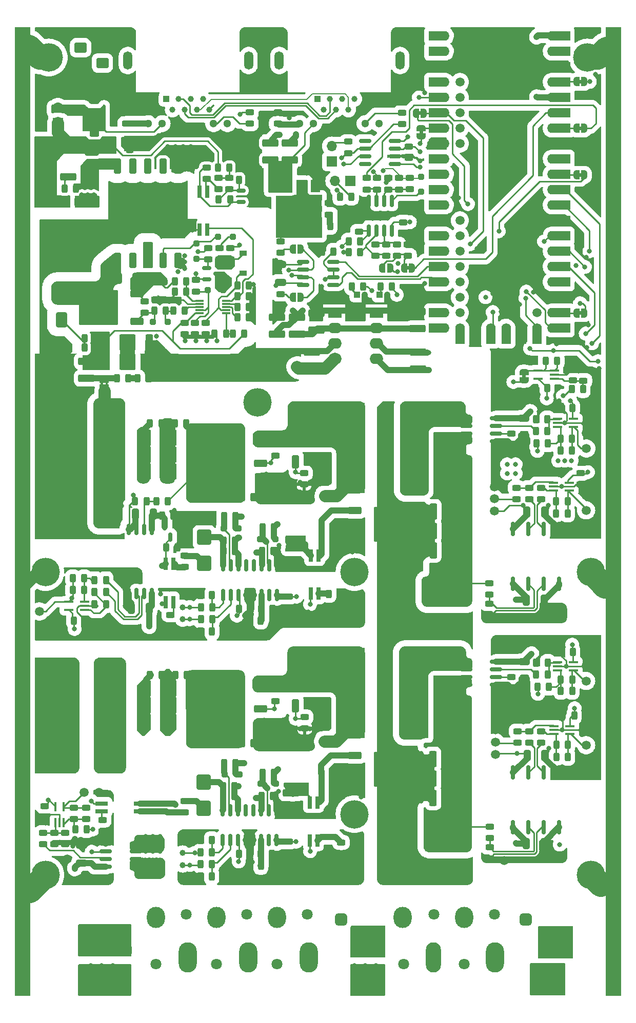
<source format=gtl>
G04 #@! TF.GenerationSoftware,KiCad,Pcbnew,7.0.2-6a45011f42~172~ubuntu20.04.1*
G04 #@! TF.CreationDate,2023-06-13T08:46:41+02:00*
G04 #@! TF.ProjectId,Power,506f7765-722e-46b6-9963-61645f706362,rev?*
G04 #@! TF.SameCoordinates,Original*
G04 #@! TF.FileFunction,Copper,L1,Top*
G04 #@! TF.FilePolarity,Positive*
%FSLAX46Y46*%
G04 Gerber Fmt 4.6, Leading zero omitted, Abs format (unit mm)*
G04 Created by KiCad (PCBNEW 7.0.2-6a45011f42~172~ubuntu20.04.1) date 2023-06-13 08:46:41*
%MOMM*%
%LPD*%
G01*
G04 APERTURE LIST*
G04 Aperture macros list*
%AMRoundRect*
0 Rectangle with rounded corners*
0 $1 Rounding radius*
0 $2 $3 $4 $5 $6 $7 $8 $9 X,Y pos of 4 corners*
0 Add a 4 corners polygon primitive as box body*
4,1,4,$2,$3,$4,$5,$6,$7,$8,$9,$2,$3,0*
0 Add four circle primitives for the rounded corners*
1,1,$1+$1,$2,$3*
1,1,$1+$1,$4,$5*
1,1,$1+$1,$6,$7*
1,1,$1+$1,$8,$9*
0 Add four rect primitives between the rounded corners*
20,1,$1+$1,$2,$3,$4,$5,0*
20,1,$1+$1,$4,$5,$6,$7,0*
20,1,$1+$1,$6,$7,$8,$9,0*
20,1,$1+$1,$8,$9,$2,$3,0*%
%AMFreePoly0*
4,1,19,0.500000,-0.750000,0.000000,-0.750000,0.000000,-0.744911,-0.071157,-0.744911,-0.207708,-0.704816,-0.327430,-0.627875,-0.420627,-0.520320,-0.479746,-0.390866,-0.500000,-0.250000,-0.500000,0.250000,-0.479746,0.390866,-0.420627,0.520320,-0.327430,0.627875,-0.207708,0.704816,-0.071157,0.744911,0.000000,0.744911,0.000000,0.750000,0.500000,0.750000,0.500000,-0.750000,0.500000,-0.750000,
$1*%
%AMFreePoly1*
4,1,19,0.000000,0.744911,0.071157,0.744911,0.207708,0.704816,0.327430,0.627875,0.420627,0.520320,0.479746,0.390866,0.500000,0.250000,0.500000,-0.250000,0.479746,-0.390866,0.420627,-0.520320,0.327430,-0.627875,0.207708,-0.704816,0.071157,-0.744911,0.000000,-0.744911,0.000000,-0.750000,-0.500000,-0.750000,-0.500000,0.750000,0.000000,0.750000,0.000000,0.744911,0.000000,0.744911,
$1*%
G04 Aperture macros list end*
G04 #@! TA.AperFunction,SMDPad,CuDef*
%ADD10RoundRect,0.243750X0.243750X0.456250X-0.243750X0.456250X-0.243750X-0.456250X0.243750X-0.456250X0*%
G04 #@! TD*
G04 #@! TA.AperFunction,SMDPad,CuDef*
%ADD11RoundRect,0.250000X0.375000X1.075000X-0.375000X1.075000X-0.375000X-1.075000X0.375000X-1.075000X0*%
G04 #@! TD*
G04 #@! TA.AperFunction,SMDPad,CuDef*
%ADD12RoundRect,0.243750X-0.243750X-0.456250X0.243750X-0.456250X0.243750X0.456250X-0.243750X0.456250X0*%
G04 #@! TD*
G04 #@! TA.AperFunction,SMDPad,CuDef*
%ADD13RoundRect,0.150000X0.150000X-0.825000X0.150000X0.825000X-0.150000X0.825000X-0.150000X-0.825000X0*%
G04 #@! TD*
G04 #@! TA.AperFunction,ComponentPad*
%ADD14C,1.500000*%
G04 #@! TD*
G04 #@! TA.AperFunction,SMDPad,CuDef*
%ADD15C,1.000000*%
G04 #@! TD*
G04 #@! TA.AperFunction,ComponentPad*
%ADD16C,2.000000*%
G04 #@! TD*
G04 #@! TA.AperFunction,SMDPad,CuDef*
%ADD17FreePoly0,0.000000*%
G04 #@! TD*
G04 #@! TA.AperFunction,SMDPad,CuDef*
%ADD18FreePoly1,0.000000*%
G04 #@! TD*
G04 #@! TA.AperFunction,SMDPad,CuDef*
%ADD19RoundRect,0.243750X0.456250X-0.243750X0.456250X0.243750X-0.456250X0.243750X-0.456250X-0.243750X0*%
G04 #@! TD*
G04 #@! TA.AperFunction,SMDPad,CuDef*
%ADD20R,1.500000X0.400000*%
G04 #@! TD*
G04 #@! TA.AperFunction,SMDPad,CuDef*
%ADD21RoundRect,0.249999X1.450001X-0.450001X1.450001X0.450001X-1.450001X0.450001X-1.450001X-0.450001X0*%
G04 #@! TD*
G04 #@! TA.AperFunction,SMDPad,CuDef*
%ADD22RoundRect,0.250000X-0.250000X0.250000X-0.250000X-0.250000X0.250000X-0.250000X0.250000X0.250000X0*%
G04 #@! TD*
G04 #@! TA.AperFunction,SMDPad,CuDef*
%ADD23RoundRect,0.243750X-0.456250X0.243750X-0.456250X-0.243750X0.456250X-0.243750X0.456250X0.243750X0*%
G04 #@! TD*
G04 #@! TA.AperFunction,SMDPad,CuDef*
%ADD24RoundRect,0.250000X0.350000X-0.850000X0.350000X0.850000X-0.350000X0.850000X-0.350000X-0.850000X0*%
G04 #@! TD*
G04 #@! TA.AperFunction,SMDPad,CuDef*
%ADD25RoundRect,0.250000X1.125000X-1.275000X1.125000X1.275000X-1.125000X1.275000X-1.125000X-1.275000X0*%
G04 #@! TD*
G04 #@! TA.AperFunction,SMDPad,CuDef*
%ADD26RoundRect,0.249997X2.650003X-2.950003X2.650003X2.950003X-2.650003X2.950003X-2.650003X-2.950003X0*%
G04 #@! TD*
G04 #@! TA.AperFunction,SMDPad,CuDef*
%ADD27R,1.400000X0.300000*%
G04 #@! TD*
G04 #@! TA.AperFunction,ComponentPad*
%ADD28C,3.100000*%
G04 #@! TD*
G04 #@! TA.AperFunction,ConnectorPad*
%ADD29C,4.700000*%
G04 #@! TD*
G04 #@! TA.AperFunction,SMDPad,CuDef*
%ADD30RoundRect,0.250000X-0.900000X1.000000X-0.900000X-1.000000X0.900000X-1.000000X0.900000X1.000000X0*%
G04 #@! TD*
G04 #@! TA.AperFunction,SMDPad,CuDef*
%ADD31RoundRect,0.250000X1.950000X1.000000X-1.950000X1.000000X-1.950000X-1.000000X1.950000X-1.000000X0*%
G04 #@! TD*
G04 #@! TA.AperFunction,SMDPad,CuDef*
%ADD32FreePoly0,270.000000*%
G04 #@! TD*
G04 #@! TA.AperFunction,SMDPad,CuDef*
%ADD33FreePoly1,270.000000*%
G04 #@! TD*
G04 #@! TA.AperFunction,SMDPad,CuDef*
%ADD34RoundRect,0.250000X1.075000X-0.362500X1.075000X0.362500X-1.075000X0.362500X-1.075000X-0.362500X0*%
G04 #@! TD*
G04 #@! TA.AperFunction,SMDPad,CuDef*
%ADD35RoundRect,0.250000X0.850000X0.350000X-0.850000X0.350000X-0.850000X-0.350000X0.850000X-0.350000X0*%
G04 #@! TD*
G04 #@! TA.AperFunction,SMDPad,CuDef*
%ADD36RoundRect,0.250000X1.275000X1.125000X-1.275000X1.125000X-1.275000X-1.125000X1.275000X-1.125000X0*%
G04 #@! TD*
G04 #@! TA.AperFunction,SMDPad,CuDef*
%ADD37RoundRect,0.249997X2.950003X2.650003X-2.950003X2.650003X-2.950003X-2.650003X2.950003X-2.650003X0*%
G04 #@! TD*
G04 #@! TA.AperFunction,SMDPad,CuDef*
%ADD38RoundRect,0.250000X-0.325000X-0.650000X0.325000X-0.650000X0.325000X0.650000X-0.325000X0.650000X0*%
G04 #@! TD*
G04 #@! TA.AperFunction,SMDPad,CuDef*
%ADD39RoundRect,0.250000X1.075000X-0.375000X1.075000X0.375000X-1.075000X0.375000X-1.075000X-0.375000X0*%
G04 #@! TD*
G04 #@! TA.AperFunction,SMDPad,CuDef*
%ADD40RoundRect,0.150000X-0.825000X-0.150000X0.825000X-0.150000X0.825000X0.150000X-0.825000X0.150000X0*%
G04 #@! TD*
G04 #@! TA.AperFunction,SMDPad,CuDef*
%ADD41RoundRect,0.250000X0.250000X0.250000X-0.250000X0.250000X-0.250000X-0.250000X0.250000X-0.250000X0*%
G04 #@! TD*
G04 #@! TA.AperFunction,SMDPad,CuDef*
%ADD42FreePoly0,90.000000*%
G04 #@! TD*
G04 #@! TA.AperFunction,SMDPad,CuDef*
%ADD43FreePoly1,90.000000*%
G04 #@! TD*
G04 #@! TA.AperFunction,SMDPad,CuDef*
%ADD44RoundRect,0.250000X-0.375000X-1.075000X0.375000X-1.075000X0.375000X1.075000X-0.375000X1.075000X0*%
G04 #@! TD*
G04 #@! TA.AperFunction,ComponentPad*
%ADD45R,2.250000X1.750000*%
G04 #@! TD*
G04 #@! TA.AperFunction,ComponentPad*
%ADD46O,2.250000X1.750000*%
G04 #@! TD*
G04 #@! TA.AperFunction,SMDPad,CuDef*
%ADD47RoundRect,0.250000X-0.250000X-0.250000X0.250000X-0.250000X0.250000X0.250000X-0.250000X0.250000X0*%
G04 #@! TD*
G04 #@! TA.AperFunction,SMDPad,CuDef*
%ADD48RoundRect,0.250000X-0.650000X0.325000X-0.650000X-0.325000X0.650000X-0.325000X0.650000X0.325000X0*%
G04 #@! TD*
G04 #@! TA.AperFunction,SMDPad,CuDef*
%ADD49RoundRect,0.250000X0.650000X-0.325000X0.650000X0.325000X-0.650000X0.325000X-0.650000X-0.325000X0*%
G04 #@! TD*
G04 #@! TA.AperFunction,ComponentPad*
%ADD50R,1.000000X1.000000*%
G04 #@! TD*
G04 #@! TA.AperFunction,ComponentPad*
%ADD51C,1.000000*%
G04 #@! TD*
G04 #@! TA.AperFunction,ComponentPad*
%ADD52C,1.300000*%
G04 #@! TD*
G04 #@! TA.AperFunction,ComponentPad*
%ADD53O,1.500000X3.000000*%
G04 #@! TD*
G04 #@! TA.AperFunction,SMDPad,CuDef*
%ADD54FreePoly0,180.000000*%
G04 #@! TD*
G04 #@! TA.AperFunction,SMDPad,CuDef*
%ADD55FreePoly1,180.000000*%
G04 #@! TD*
G04 #@! TA.AperFunction,SMDPad,CuDef*
%ADD56RoundRect,0.250000X-0.850000X-0.350000X0.850000X-0.350000X0.850000X0.350000X-0.850000X0.350000X0*%
G04 #@! TD*
G04 #@! TA.AperFunction,SMDPad,CuDef*
%ADD57RoundRect,0.250000X-1.275000X-1.125000X1.275000X-1.125000X1.275000X1.125000X-1.275000X1.125000X0*%
G04 #@! TD*
G04 #@! TA.AperFunction,SMDPad,CuDef*
%ADD58RoundRect,0.249997X-2.950003X-2.650003X2.950003X-2.650003X2.950003X2.650003X-2.950003X2.650003X0*%
G04 #@! TD*
G04 #@! TA.AperFunction,SMDPad,CuDef*
%ADD59R,0.640000X2.000000*%
G04 #@! TD*
G04 #@! TA.AperFunction,SMDPad,CuDef*
%ADD60R,2.000000X1.600000*%
G04 #@! TD*
G04 #@! TA.AperFunction,ComponentPad*
%ADD61O,2.400000X1.600000*%
G04 #@! TD*
G04 #@! TA.AperFunction,CastellatedPad*
%ADD62C,1.500000*%
G04 #@! TD*
G04 #@! TA.AperFunction,SMDPad,CuDef*
%ADD63R,1.600000X2.000000*%
G04 #@! TD*
G04 #@! TA.AperFunction,ComponentPad*
%ADD64O,1.600000X2.400000*%
G04 #@! TD*
G04 #@! TA.AperFunction,SMDPad,CuDef*
%ADD65RoundRect,0.250000X-1.075000X0.312500X-1.075000X-0.312500X1.075000X-0.312500X1.075000X0.312500X0*%
G04 #@! TD*
G04 #@! TA.AperFunction,ComponentPad*
%ADD66R,1.700000X1.700000*%
G04 #@! TD*
G04 #@! TA.AperFunction,ComponentPad*
%ADD67O,1.700000X1.700000*%
G04 #@! TD*
G04 #@! TA.AperFunction,SMDPad,CuDef*
%ADD68RoundRect,0.150000X0.825000X0.150000X-0.825000X0.150000X-0.825000X-0.150000X0.825000X-0.150000X0*%
G04 #@! TD*
G04 #@! TA.AperFunction,SMDPad,CuDef*
%ADD69RoundRect,0.250000X0.550000X-1.500000X0.550000X1.500000X-0.550000X1.500000X-0.550000X-1.500000X0*%
G04 #@! TD*
G04 #@! TA.AperFunction,SMDPad,CuDef*
%ADD70RoundRect,0.150000X-0.150000X0.587500X-0.150000X-0.587500X0.150000X-0.587500X0.150000X0.587500X0*%
G04 #@! TD*
G04 #@! TA.AperFunction,ComponentPad*
%ADD71RoundRect,0.250000X-0.750000X0.600000X-0.750000X-0.600000X0.750000X-0.600000X0.750000X0.600000X0*%
G04 #@! TD*
G04 #@! TA.AperFunction,ComponentPad*
%ADD72O,2.000000X1.700000*%
G04 #@! TD*
G04 #@! TA.AperFunction,SMDPad,CuDef*
%ADD73RoundRect,0.250000X-1.075000X0.375000X-1.075000X-0.375000X1.075000X-0.375000X1.075000X0.375000X0*%
G04 #@! TD*
G04 #@! TA.AperFunction,SMDPad,CuDef*
%ADD74R,3.810000X4.240000*%
G04 #@! TD*
G04 #@! TA.AperFunction,SMDPad,CuDef*
%ADD75RoundRect,0.150000X-0.150000X0.825000X-0.150000X-0.825000X0.150000X-0.825000X0.150000X0.825000X0*%
G04 #@! TD*
G04 #@! TA.AperFunction,ComponentPad*
%ADD76RoundRect,0.250000X0.750000X-0.600000X0.750000X0.600000X-0.750000X0.600000X-0.750000X-0.600000X0*%
G04 #@! TD*
G04 #@! TA.AperFunction,SMDPad,CuDef*
%ADD77RoundRect,0.162500X0.162500X-1.012500X0.162500X1.012500X-0.162500X1.012500X-0.162500X-1.012500X0*%
G04 #@! TD*
G04 #@! TA.AperFunction,SMDPad,CuDef*
%ADD78RoundRect,0.218750X0.381250X-0.218750X0.381250X0.218750X-0.381250X0.218750X-0.381250X-0.218750X0*%
G04 #@! TD*
G04 #@! TA.AperFunction,SMDPad,CuDef*
%ADD79RoundRect,0.150000X-0.150000X0.750000X-0.150000X-0.750000X0.150000X-0.750000X0.150000X0.750000X0*%
G04 #@! TD*
G04 #@! TA.AperFunction,SMDPad,CuDef*
%ADD80RoundRect,0.250000X0.250000X-0.250000X0.250000X0.250000X-0.250000X0.250000X-0.250000X-0.250000X0*%
G04 #@! TD*
G04 #@! TA.AperFunction,SMDPad,CuDef*
%ADD81RoundRect,0.150000X-0.587500X-0.150000X0.587500X-0.150000X0.587500X0.150000X-0.587500X0.150000X0*%
G04 #@! TD*
G04 #@! TA.AperFunction,SMDPad,CuDef*
%ADD82RoundRect,0.250000X0.325000X0.650000X-0.325000X0.650000X-0.325000X-0.650000X0.325000X-0.650000X0*%
G04 #@! TD*
G04 #@! TA.AperFunction,SMDPad,CuDef*
%ADD83R,1.200000X0.900000*%
G04 #@! TD*
G04 #@! TA.AperFunction,SMDPad,CuDef*
%ADD84RoundRect,0.225000X0.375000X-0.225000X0.375000X0.225000X-0.375000X0.225000X-0.375000X-0.225000X0*%
G04 #@! TD*
G04 #@! TA.AperFunction,ComponentPad*
%ADD85C,0.800000*%
G04 #@! TD*
G04 #@! TA.AperFunction,ComponentPad*
%ADD86R,2.500000X160.000000*%
G04 #@! TD*
G04 #@! TA.AperFunction,SMDPad,CuDef*
%ADD87R,4.500000X15.000000*%
G04 #@! TD*
G04 #@! TA.AperFunction,SMDPad,CuDef*
%ADD88R,2.000000X0.640000*%
G04 #@! TD*
G04 #@! TA.AperFunction,ComponentPad*
%ADD89RoundRect,0.500000X0.500000X0.500000X-0.500000X0.500000X-0.500000X-0.500000X0.500000X-0.500000X0*%
G04 #@! TD*
G04 #@! TA.AperFunction,ComponentPad*
%ADD90C,1.803400*%
G04 #@! TD*
G04 #@! TA.AperFunction,ComponentPad*
%ADD91O,3.000000X3.500000*%
G04 #@! TD*
G04 #@! TA.AperFunction,ComponentPad*
%ADD92O,3.000000X5.000000*%
G04 #@! TD*
G04 #@! TA.AperFunction,ComponentPad*
%ADD93O,2.500000X5.000000*%
G04 #@! TD*
G04 #@! TA.AperFunction,SMDPad,CuDef*
%ADD94R,0.400000X1.500000*%
G04 #@! TD*
G04 #@! TA.AperFunction,SMDPad,CuDef*
%ADD95RoundRect,0.305000X-0.305000X-0.965000X0.305000X-0.965000X0.305000X0.965000X-0.305000X0.965000X0*%
G04 #@! TD*
G04 #@! TA.AperFunction,SMDPad,CuDef*
%ADD96RoundRect,0.250000X0.650000X-1.000000X0.650000X1.000000X-0.650000X1.000000X-0.650000X-1.000000X0*%
G04 #@! TD*
G04 #@! TA.AperFunction,SMDPad,CuDef*
%ADD97R,1.500000X2.000000*%
G04 #@! TD*
G04 #@! TA.AperFunction,SMDPad,CuDef*
%ADD98R,3.800000X2.000000*%
G04 #@! TD*
G04 #@! TA.AperFunction,ComponentPad*
%ADD99O,1.000000X1.000000*%
G04 #@! TD*
G04 #@! TA.AperFunction,ViaPad*
%ADD100C,0.800000*%
G04 #@! TD*
G04 #@! TA.AperFunction,Conductor*
%ADD101C,0.250000*%
G04 #@! TD*
G04 #@! TA.AperFunction,Conductor*
%ADD102C,1.000000*%
G04 #@! TD*
G04 #@! TA.AperFunction,Conductor*
%ADD103C,2.000000*%
G04 #@! TD*
G04 #@! TA.AperFunction,Conductor*
%ADD104C,0.200000*%
G04 #@! TD*
G04 #@! TA.AperFunction,Conductor*
%ADD105C,4.000000*%
G04 #@! TD*
G04 APERTURE END LIST*
G04 #@! TA.AperFunction,EtchedComponent*
G04 #@! TO.C,JP417*
G36*
X135550000Y-39000000D02*
G01*
X135050000Y-39000000D01*
X135050000Y-38400000D01*
X135550000Y-38400000D01*
X135550000Y-39000000D01*
G37*
G04 #@! TD.AperFunction*
G04 #@! TA.AperFunction,EtchedComponent*
G04 #@! TO.C,JP502*
G36*
X126300000Y-79900000D02*
G01*
X125700000Y-79900000D01*
X125700000Y-79400000D01*
X126300000Y-79400000D01*
X126300000Y-79900000D01*
G37*
G04 #@! TD.AperFunction*
G04 #@! TA.AperFunction,EtchedComponent*
G04 #@! TO.C,JP404*
G36*
X109350000Y-39600000D02*
G01*
X108750000Y-39600000D01*
X108750000Y-39100000D01*
X109350000Y-39100000D01*
X109350000Y-39600000D01*
G37*
G04 #@! TD.AperFunction*
G04 #@! TA.AperFunction,EtchedComponent*
G04 #@! TO.C,JP412*
G36*
X135550000Y-69500000D02*
G01*
X135050000Y-69500000D01*
X135050000Y-68900000D01*
X135550000Y-68900000D01*
X135550000Y-69500000D01*
G37*
G04 #@! TD.AperFunction*
G04 #@! TA.AperFunction,EtchedComponent*
G04 #@! TO.C,JP414*
G36*
X135550000Y-31300000D02*
G01*
X135050000Y-31300000D01*
X135050000Y-30700000D01*
X135550000Y-30700000D01*
X135550000Y-31300000D01*
G37*
G04 #@! TD.AperFunction*
G04 #@! TA.AperFunction,EtchedComponent*
G04 #@! TO.C,JP411*
G36*
X107100000Y-62050000D02*
G01*
X106600000Y-62050000D01*
X106600000Y-61450000D01*
X107100000Y-61450000D01*
X107100000Y-62050000D01*
G37*
G04 #@! TD.AperFunction*
G04 #@! TA.AperFunction,EtchedComponent*
G04 #@! TO.C,JP405*
G36*
X135550000Y-46700000D02*
G01*
X135050000Y-46700000D01*
X135050000Y-46100000D01*
X135550000Y-46100000D01*
X135550000Y-46700000D01*
G37*
G04 #@! TD.AperFunction*
G04 #@! TA.AperFunction,EtchedComponent*
G04 #@! TO.C,JP501*
G36*
X56500000Y-81150000D02*
G01*
X56100000Y-81150000D01*
X56100000Y-80650000D01*
X56500000Y-80650000D01*
X56500000Y-81150000D01*
G37*
G04 #@! TD.AperFunction*
G04 #@! TA.AperFunction,EtchedComponent*
G36*
X57300000Y-81150000D02*
G01*
X56900000Y-81150000D01*
X56900000Y-80650000D01*
X57300000Y-80650000D01*
X57300000Y-81150000D01*
G37*
G04 #@! TD.AperFunction*
G04 #@! TA.AperFunction,EtchedComponent*
G04 #@! TO.C,JP406*
G36*
X109050000Y-36500000D02*
G01*
X108550000Y-36500000D01*
X108550000Y-35900000D01*
X109050000Y-35900000D01*
X109050000Y-36500000D01*
G37*
G04 #@! TD.AperFunction*
G04 #@! TD*
D10*
G04 #@! TO.P,C532,1*
G04 #@! TO.N,+5VD*
X129805500Y-81600000D03*
G04 #@! TO.P,C532,2*
G04 #@! TO.N,DGND*
X127930500Y-81600000D03*
G04 #@! TD*
D11*
G04 #@! TO.P,C329,1*
G04 #@! TO.N,Net-(C324-Pad2)*
X66600000Y-131200000D03*
G04 #@! TO.P,C329,2*
G04 #@! TO.N,GND*
X63800000Y-131200000D03*
G04 #@! TD*
D12*
G04 #@! TO.P,C103,1*
G04 #@! TO.N,+5VD*
X51662500Y-120000000D03*
G04 #@! TO.P,C103,2*
G04 #@! TO.N,DGND*
X53537500Y-120000000D03*
G04 #@! TD*
D11*
G04 #@! TO.P,C309,1*
G04 #@! TO.N,/V2_Low*
X113778750Y-142900000D03*
G04 #@! TO.P,C309,2*
G04 #@! TO.N,NGND*
X110978750Y-142900000D03*
G04 #@! TD*
D10*
G04 #@! TO.P,R307,1*
G04 #@! TO.N,DGND*
X84390000Y-158542500D03*
G04 #@! TO.P,R307,2*
G04 #@! TO.N,Net-(U303-DT)*
X82515000Y-158542500D03*
G04 #@! TD*
D13*
G04 #@! TO.P,U203,1,INA*
G04 #@! TO.N,Net-(U203-INA)*
X76315000Y-115812500D03*
G04 #@! TO.P,U203,2,INB*
G04 #@! TO.N,Net-(U203-INB)*
X77585000Y-115812500D03*
G04 #@! TO.P,U203,3,VCCI*
G04 #@! TO.N,+5VD*
X78855000Y-115812500D03*
G04 #@! TO.P,U203,4,GND*
G04 #@! TO.N,DGND*
X80125000Y-115812500D03*
G04 #@! TO.P,U203,5,DIS*
X81395000Y-115812500D03*
G04 #@! TO.P,U203,6,DT*
G04 #@! TO.N,Net-(U203-DT)*
X82665000Y-115812500D03*
G04 #@! TO.P,U203,7,NC*
G04 #@! TO.N,unconnected-(U203-NC-Pad7)*
X83935000Y-115812500D03*
G04 #@! TO.P,U203,8,VCCI*
G04 #@! TO.N,+5VD*
X85205000Y-115812500D03*
G04 #@! TO.P,U203,9,VSSB*
G04 #@! TO.N,GND*
X85205000Y-110862500D03*
G04 #@! TO.P,U203,10,OUTB*
G04 #@! TO.N,/Power Leg 1/PWM_L1*
X83935000Y-110862500D03*
G04 #@! TO.P,U203,11,VDDB*
G04 #@! TO.N,+12V*
X82665000Y-110862500D03*
G04 #@! TO.P,U203,12,NC*
G04 #@! TO.N,unconnected-(U203-NC-Pad12)*
X81395000Y-110862500D03*
G04 #@! TO.P,U203,13,NC*
G04 #@! TO.N,unconnected-(U203-NC-Pad13)*
X80125000Y-110862500D03*
G04 #@! TO.P,U203,14,VSSA*
G04 #@! TO.N,/Power Leg 1/SW_Node*
X78855000Y-110862500D03*
G04 #@! TO.P,U203,15,OUTA*
G04 #@! TO.N,/Power Leg 1/PWM_H1*
X77585000Y-110862500D03*
G04 #@! TO.P,U203,16,VDDA*
G04 #@! TO.N,Net-(D201-K)*
X76315000Y-110862500D03*
G04 #@! TD*
D10*
G04 #@! TO.P,R419,1*
G04 #@! TO.N,Net-(U406B-+)*
X98937500Y-57400000D03*
G04 #@! TO.P,R419,2*
G04 #@! TO.N,/Digital/SHARE+*
X97062500Y-57400000D03*
G04 #@! TD*
D14*
G04 #@! TO.P,TP104,1,1*
G04 #@! TO.N,DGND*
X55880000Y-148400000D03*
G04 #@! TD*
D12*
G04 #@! TO.P,C505,1*
G04 #@! TO.N,Net-(U501-COMP)*
X78662500Y-66450000D03*
G04 #@! TO.P,C505,2*
G04 #@! TO.N,GND*
X80537500Y-66450000D03*
G04 #@! TD*
D15*
G04 #@! TO.P,TP311,1,1*
G04 #@! TO.N,/HRTIM_CHC2*
X69650000Y-160400000D03*
G04 #@! TD*
D16*
G04 #@! TO.P,VOUT_GND501,1,1*
G04 #@! TO.N,DGND*
X78550000Y-42000000D03*
G04 #@! TD*
D17*
G04 #@! TO.P,JP417,1,A*
G04 #@! TO.N,/Digital/DAC2*
X134650000Y-38700000D03*
D18*
G04 #@! TO.P,JP417,2,B*
G04 #@! TO.N,Net-(JP417-B)*
X135950000Y-38700000D03*
G04 #@! TD*
D19*
G04 #@! TO.P,R326,1*
G04 #@! TO.N,DGND*
X56450000Y-154837500D03*
G04 #@! TO.P,R326,2*
G04 #@! TO.N,Net-(R326-Pad2)*
X56450000Y-152962500D03*
G04 #@! TD*
D20*
G04 #@! TO.P,U305,1,+*
G04 #@! TO.N,Net-(U305-+)*
X131520000Y-126917500D03*
G04 #@! TO.P,U305,2,V-*
G04 #@! TO.N,DGND*
X131520000Y-127567500D03*
G04 #@! TO.P,U305,3,-*
G04 #@! TO.N,Net-(U305--)*
X131520000Y-128217500D03*
G04 #@! TO.P,U305,4*
G04 #@! TO.N,/I_{I2Low}*
X134180000Y-128217500D03*
G04 #@! TO.P,U305,5,V+*
G04 #@! TO.N,+5VD*
X134180000Y-126917500D03*
G04 #@! TD*
D21*
G04 #@! TO.P,C512,1*
G04 #@! TO.N,GND*
X53500000Y-54940000D03*
G04 #@! TO.P,C512,2*
G04 #@! TO.N,DGND*
X53500000Y-50840000D03*
G04 #@! TD*
D22*
G04 #@! TO.P,D403,1,K*
G04 #@! TO.N,/Digital/SHARE+*
X109050000Y-46700000D03*
G04 #@! TO.P,D403,2,A*
G04 #@! TO.N,Net-(D403-A)*
X109050000Y-49200000D03*
G04 #@! TD*
D11*
G04 #@! TO.P,C209,1*
G04 #@! TO.N,/V1_Low*
X113825000Y-102012500D03*
G04 #@! TO.P,C209,2*
G04 #@! TO.N,NGND*
X111025000Y-102012500D03*
G04 #@! TD*
D12*
G04 #@! TO.P,C316,1*
G04 #@! TO.N,+12V*
X82702500Y-149030000D03*
G04 #@! TO.P,C316,2*
G04 #@! TO.N,GND*
X84577500Y-149030000D03*
G04 #@! TD*
D23*
G04 #@! TO.P,C402,1*
G04 #@! TO.N,DGND*
X106850000Y-57862500D03*
G04 #@! TO.P,C402,2*
G04 #@! TO.N,Net-(JP410-B)*
X106850000Y-59737500D03*
G04 #@! TD*
D24*
G04 #@! TO.P,Q302,1,G*
G04 #@! TO.N,Net-(D303-A)*
X88300000Y-134100000D03*
D25*
G04 #@! TO.P,Q302,2,D*
G04 #@! TO.N,/Power Leg 2/SW_Node*
X89055000Y-129475000D03*
X92105000Y-129475000D03*
D26*
X90580000Y-127800000D03*
D25*
X89055000Y-126125000D03*
X92105000Y-126125000D03*
D24*
G04 #@! TO.P,Q302,3,S*
G04 #@! TO.N,GND*
X92860000Y-134100000D03*
G04 #@! TD*
D23*
G04 #@! TO.P,C117,1*
G04 #@! TO.N,+5VD*
X46850000Y-150662500D03*
G04 #@! TO.P,C117,2*
G04 #@! TO.N,DGND*
X46850000Y-152537500D03*
G04 #@! TD*
D10*
G04 #@! TO.P,C208,1*
G04 #@! TO.N,Net-(U203-INB)*
X74500000Y-121800000D03*
G04 #@! TO.P,C208,2*
G04 #@! TO.N,DGND*
X72625000Y-121800000D03*
G04 #@! TD*
D27*
G04 #@! TO.P,U501,1,UVLO*
G04 #@! TO.N,Net-(U501-UVLO)*
X76800000Y-69200000D03*
G04 #@! TO.P,U501,2,FLT*
G04 #@! TO.N,Net-(D501-A)*
X76800000Y-68700000D03*
G04 #@! TO.P,U501,3,SS*
G04 #@! TO.N,Net-(U501-SS)*
X76800000Y-68200000D03*
G04 #@! TO.P,U501,4,RT*
G04 #@! TO.N,Net-(U501-RT)*
X76800000Y-67700000D03*
G04 #@! TO.P,U501,5,COMP*
G04 #@! TO.N,Net-(U501-COMP)*
X76800000Y-67200000D03*
G04 #@! TO.P,U501,6,CS*
G04 #@! TO.N,Net-(U501-CS)*
X72400000Y-67200000D03*
G04 #@! TO.P,U501,7,GND*
G04 #@! TO.N,GND*
X72400000Y-67700000D03*
G04 #@! TO.P,U501,8,DRV*
G04 #@! TO.N,Net-(U501-DRV)*
X72400000Y-68200000D03*
G04 #@! TO.P,U501,9,VCC*
G04 #@! TO.N,/Feeder/VBoost*
X72400000Y-68700000D03*
G04 #@! TO.P,U501,10,VIN*
G04 #@! TO.N,/Feeder/input*
X72400000Y-69200000D03*
G04 #@! TD*
D28*
G04 #@! TO.P,H101,1,1*
G04 #@! TO.N,Earth_Protective*
X137000000Y-162000000D03*
D29*
X137000000Y-162000000D03*
G04 #@! TD*
D19*
G04 #@! TO.P,R324,1*
G04 #@! TO.N,DGND*
X95800000Y-158537500D03*
G04 #@! TO.P,R324,2*
G04 #@! TO.N,Net-(R324-Pad2)*
X95800000Y-156662500D03*
G04 #@! TD*
D23*
G04 #@! TO.P,R514,1*
G04 #@! TO.N,Net-(R514-Pad1)*
X75587500Y-46865000D03*
G04 #@! TO.P,R514,2*
G04 #@! TO.N,Net-(R514-Pad2)*
X75587500Y-48740000D03*
G04 #@! TD*
D30*
G04 #@! TO.P,D201,1,K*
G04 #@! TO.N,Net-(D201-K)*
X73200000Y-106250000D03*
G04 #@! TO.P,D201,2,A*
G04 #@! TO.N,Net-(D201-A)*
X73200000Y-110550000D03*
G04 #@! TD*
D23*
G04 #@! TO.P,R303,1*
G04 #@! TO.N,/Power Leg 2/VILow+*
X120315000Y-157442500D03*
G04 #@! TO.P,R303,2*
G04 #@! TO.N,NGND*
X120315000Y-159317500D03*
G04 #@! TD*
D14*
G04 #@! TO.P,TP307,1,1*
G04 #@! TO.N,+5VD*
X121250000Y-142100000D03*
G04 #@! TD*
D31*
G04 #@! TO.P,C330,1*
G04 #@! TO.N,/V_{High}*
X57600000Y-141200000D03*
G04 #@! TO.P,C330,2*
G04 #@! TO.N,GND*
X49200000Y-141200000D03*
G04 #@! TD*
D32*
G04 #@! TO.P,JP502,1,A*
G04 #@! TO.N,Net-(JP502-A)*
X126000000Y-79000000D03*
D33*
G04 #@! TO.P,JP502,2,B*
G04 #@! TO.N,/VRef*
X126000000Y-80300000D03*
G04 #@! TD*
D15*
G04 #@! TO.P,TP310,1,1*
G04 #@! TO.N,/HRTIM_CHC1*
X69650000Y-158400000D03*
G04 #@! TD*
D34*
G04 #@! TO.P,R513,1*
G04 #@! TO.N,Net-(C514-Pad2)*
X50750000Y-46712500D03*
G04 #@! TO.P,R513,2*
G04 #@! TO.N,/Feeder/+6VJP*
X50750000Y-42087500D03*
G04 #@! TD*
D11*
G04 #@! TO.P,C324,1*
G04 #@! TO.N,/V_{High}*
X70800000Y-136800000D03*
G04 #@! TO.P,C324,2*
G04 #@! TO.N,Net-(C324-Pad2)*
X68000000Y-136800000D03*
G04 #@! TD*
D15*
G04 #@! TO.P,TP312,1,1*
G04 #@! TO.N,DGND*
X69650000Y-162400000D03*
G04 #@! TD*
D12*
G04 #@! TO.P,R316,1*
G04 #@! TO.N,/Power Leg 2/PWM_L1*
X82862500Y-145200000D03*
G04 #@! TO.P,R316,2*
G04 #@! TO.N,Net-(D303-A)*
X84737500Y-145200000D03*
G04 #@! TD*
D35*
G04 #@! TO.P,Q502,1,G*
G04 #@! TO.N,Net-(D503-A)*
X62065000Y-70580000D03*
D36*
G04 #@! TO.P,Q502,2,D*
G04 #@! TO.N,MOSD*
X57440000Y-69825000D03*
X57440000Y-66775000D03*
D37*
X55765000Y-68300000D03*
D36*
X54090000Y-69825000D03*
X54090000Y-66775000D03*
D35*
G04 #@! TO.P,Q502,3,S*
G04 #@! TO.N,MOSS*
X62065000Y-66020000D03*
G04 #@! TD*
D14*
G04 #@! TO.P,TP304,1,1*
G04 #@! TO.N,DGND*
X136250000Y-127460000D03*
G04 #@! TD*
D31*
G04 #@! TO.P,C203,1*
G04 #@! TO.N,/V1_Low*
X112800000Y-116300000D03*
G04 #@! TO.P,C203,2*
G04 #@! TO.N,NGND*
X104400000Y-116300000D03*
G04 #@! TD*
D12*
G04 #@! TO.P,R213,1*
G04 #@! TO.N,Net-(U204--)*
X131308750Y-100337500D03*
G04 #@! TO.P,R213,2*
G04 #@! TO.N,/V_{I1Low}*
X133183750Y-100337500D03*
G04 #@! TD*
D23*
G04 #@! TO.P,R415,1*
G04 #@! TO.N,Net-(C411-Pad1)*
X101450000Y-57862500D03*
G04 #@! TO.P,R415,2*
G04 #@! TO.N,Net-(U406B--)*
X101450000Y-59737500D03*
G04 #@! TD*
D12*
G04 #@! TO.P,R318,1*
G04 #@! TO.N,+5VD*
X128252500Y-130967500D03*
G04 #@! TO.P,R318,2*
G04 #@! TO.N,Net-(U305--)*
X130127500Y-130967500D03*
G04 #@! TD*
D10*
G04 #@! TO.P,R410,1*
G04 #@! TO.N,Net-(JP403-B)*
X97487500Y-50000000D03*
G04 #@! TO.P,R410,2*
G04 #@! TO.N,/Digital/B*
X95612500Y-50000000D03*
G04 #@! TD*
D38*
G04 #@! TO.P,C304,1*
G04 #@! TO.N,+5VD*
X126496250Y-142305000D03*
G04 #@! TO.P,C304,2*
G04 #@! TO.N,DGND*
X129446250Y-142305000D03*
G04 #@! TD*
D39*
G04 #@! TO.P,C524,1*
G04 #@! TO.N,+12V*
X91000000Y-78450000D03*
G04 #@! TO.P,C524,2*
G04 #@! TO.N,GND*
X91000000Y-75650000D03*
G04 #@! TD*
D28*
G04 #@! TO.P,H107,1,1*
G04 #@! TO.N,Earth_Protective*
X47550000Y-27000000D03*
D29*
X47550000Y-27000000D03*
G04 #@! TD*
D14*
G04 #@! TO.P,TP305,1,1*
G04 #@! TO.N,DGND*
X121280000Y-138100000D03*
G04 #@! TD*
D28*
G04 #@! TO.P,H104,1,1*
G04 #@! TO.N,Earth_Protective*
X47000000Y-112000000D03*
D29*
X47000000Y-112000000D03*
G04 #@! TD*
D23*
G04 #@! TO.P,C508,1*
G04 #@! TO.N,/Feeder/input*
X69950000Y-70815000D03*
G04 #@! TO.P,C508,2*
G04 #@! TO.N,GND*
X69950000Y-72690000D03*
G04 #@! TD*
D19*
G04 #@! TO.P,R116,1*
G04 #@! TO.N,Net-(U103--)*
X51731250Y-152837500D03*
G04 #@! TO.P,R116,2*
G04 #@! TO.N,/I_{IHighop}*
X51731250Y-150962500D03*
G04 #@! TD*
D12*
G04 #@! TO.P,R204,1*
G04 #@! TO.N,/HRTIM_CHA1*
X72650000Y-117800000D03*
G04 #@! TO.P,R204,2*
G04 #@! TO.N,Net-(U203-INA)*
X74525000Y-117800000D03*
G04 #@! TD*
D39*
G04 #@! TO.P,C526,1*
G04 #@! TO.N,+5VN*
X108500000Y-78450000D03*
G04 #@! TO.P,C526,2*
G04 #@! TO.N,NGND*
X108500000Y-75650000D03*
G04 #@! TD*
D40*
G04 #@! TO.P,U302,1,IP+*
G04 #@! TO.N,Net-(L301-Pad1)*
X116425000Y-126812500D03*
G04 #@! TO.P,U302,2,IP+*
X116425000Y-128082500D03*
G04 #@! TO.P,U302,3,IP-*
G04 #@! TO.N,/V2_Low*
X116425000Y-129352500D03*
G04 #@! TO.P,U302,4,IP-*
X116425000Y-130622500D03*
G04 #@! TO.P,U302,5,GND*
G04 #@! TO.N,DGND*
X121375000Y-130622500D03*
G04 #@! TO.P,U302,6,VZCR*
G04 #@! TO.N,Net-(U302-VZCR)*
X121375000Y-129352500D03*
G04 #@! TO.P,U302,7,VIOUT*
G04 #@! TO.N,/Power Leg 2/IILow*
X121375000Y-128082500D03*
G04 #@! TO.P,U302,8,VCC*
G04 #@! TO.N,+5VD*
X121375000Y-126812500D03*
G04 #@! TD*
D13*
G04 #@! TO.P,U303,1,INA*
G04 #@! TO.N,Net-(U303-INA)*
X76255000Y-156305000D03*
G04 #@! TO.P,U303,2,INB*
G04 #@! TO.N,Net-(U303-INB)*
X77525000Y-156305000D03*
G04 #@! TO.P,U303,3,VCCI*
G04 #@! TO.N,+5VD*
X78795000Y-156305000D03*
G04 #@! TO.P,U303,4,GND*
G04 #@! TO.N,DGND*
X80065000Y-156305000D03*
G04 #@! TO.P,U303,5,DIS*
X81335000Y-156305000D03*
G04 #@! TO.P,U303,6,DT*
G04 #@! TO.N,Net-(U303-DT)*
X82605000Y-156305000D03*
G04 #@! TO.P,U303,7,NC*
G04 #@! TO.N,unconnected-(U303-NC-Pad7)*
X83875000Y-156305000D03*
G04 #@! TO.P,U303,8,VCCI*
G04 #@! TO.N,+5VD*
X85145000Y-156305000D03*
G04 #@! TO.P,U303,9,VSSB*
G04 #@! TO.N,GND*
X85145000Y-151355000D03*
G04 #@! TO.P,U303,10,OUTB*
G04 #@! TO.N,/Power Leg 2/PWM_L1*
X83875000Y-151355000D03*
G04 #@! TO.P,U303,11,VDDB*
G04 #@! TO.N,+12V*
X82605000Y-151355000D03*
G04 #@! TO.P,U303,12,NC*
G04 #@! TO.N,unconnected-(U303-NC-Pad12)*
X81335000Y-151355000D03*
G04 #@! TO.P,U303,13,NC*
G04 #@! TO.N,unconnected-(U303-NC-Pad13)*
X80065000Y-151355000D03*
G04 #@! TO.P,U303,14,VSSA*
G04 #@! TO.N,/Power Leg 2/SW_Node*
X78795000Y-151355000D03*
G04 #@! TO.P,U303,15,OUTA*
G04 #@! TO.N,/Power Leg 2/PWM_H1*
X77525000Y-151355000D03*
G04 #@! TO.P,U303,16,VDDA*
G04 #@! TO.N,Net-(D301-K)*
X76255000Y-151355000D03*
G04 #@! TD*
D19*
G04 #@! TO.P,R512,1*
G04 #@! TO.N,Net-(D506-K)*
X73850000Y-60337500D03*
G04 #@! TO.P,R512,2*
G04 #@! TO.N,GND*
X73850000Y-58462500D03*
G04 #@! TD*
D41*
G04 #@! TO.P,D505,1,K*
G04 #@! TO.N,Net-(D505-K)*
X77950000Y-56600000D03*
G04 #@! TO.P,D505,2,A*
G04 #@! TO.N,Net-(D505-A)*
X75450000Y-56600000D03*
G04 #@! TD*
D20*
G04 #@! TO.P,U506,1,+*
G04 #@! TO.N,Net-(U506-+)*
X131000000Y-80050000D03*
G04 #@! TO.P,U506,2,V-*
G04 #@! TO.N,DGND*
X131000000Y-79400000D03*
G04 #@! TO.P,U506,3,-*
G04 #@! TO.N,Net-(JP502-A)*
X131000000Y-78750000D03*
G04 #@! TO.P,U506,4*
X128340000Y-78750000D03*
G04 #@! TO.P,U506,5,V+*
G04 #@! TO.N,+5VD*
X128340000Y-80050000D03*
G04 #@! TD*
D14*
G04 #@! TO.P,TP202,1,1*
G04 #@! TO.N,DGND*
X136250000Y-99400000D03*
G04 #@! TD*
D23*
G04 #@! TO.P,R203,1*
G04 #@! TO.N,/Power Leg 1/VILow+*
X120290000Y-117225000D03*
G04 #@! TO.P,R203,2*
G04 #@! TO.N,NGND*
X120290000Y-119100000D03*
G04 #@! TD*
G04 #@! TO.P,C531,1*
G04 #@! TO.N,DGND*
X135800000Y-78500000D03*
G04 #@! TO.P,C531,2*
G04 #@! TO.N,Net-(U506-+)*
X135800000Y-80375000D03*
G04 #@! TD*
D42*
G04 #@! TO.P,JP404,1,A*
G04 #@! TO.N,/N_{GND}*
X109050000Y-40000000D03*
D43*
G04 #@! TO.P,JP404,2,B*
G04 #@! TO.N,/Digital/PC6*
X109050000Y-38700000D03*
G04 #@! TD*
D11*
G04 #@! TO.P,C312,1*
G04 #@! TO.N,/V2_Low*
X113778750Y-149300000D03*
G04 #@! TO.P,C312,2*
G04 #@! TO.N,NGND*
X110978750Y-149300000D03*
G04 #@! TD*
D44*
G04 #@! TO.P,C223,1*
G04 #@! TO.N,/V_{High}*
X79400000Y-97000000D03*
G04 #@! TO.P,C223,2*
G04 #@! TO.N,GND*
X82200000Y-97000000D03*
G04 #@! TD*
D11*
G04 #@! TO.P,C327,1*
G04 #@! TO.N,Net-(C324-Pad2)*
X66600000Y-134000000D03*
G04 #@! TO.P,C327,2*
G04 #@! TO.N,GND*
X63800000Y-134000000D03*
G04 #@! TD*
D23*
G04 #@! TO.P,R413,1*
G04 #@! TO.N,Net-(JP417-B)*
X100050000Y-46925000D03*
G04 #@! TO.P,R413,2*
G04 #@! TO.N,Net-(U406A-+)*
X100050000Y-48800000D03*
G04 #@! TD*
D45*
G04 #@! TO.P,PS502,1,-Vin*
G04 #@! TO.N,DGND*
X101657500Y-69180000D03*
D46*
G04 #@! TO.P,PS502,2,+Vin*
G04 #@! TO.N,Net-(PS501-+Vin)*
X101657500Y-71720000D03*
G04 #@! TO.P,PS502,3,-Vout*
G04 #@! TO.N,NGND*
X101657500Y-74260000D03*
G04 #@! TO.P,PS502,4,+Vout*
G04 #@! TO.N,+5VN*
X101657500Y-76800000D03*
G04 #@! TD*
D23*
G04 #@! TO.P,R420,1*
G04 #@! TO.N,DGND*
X98750000Y-53862500D03*
G04 #@! TO.P,R420,2*
G04 #@! TO.N,Net-(U406B-+)*
X98750000Y-55737500D03*
G04 #@! TD*
G04 #@! TO.P,C413,1*
G04 #@! TO.N,+5VD*
X106053125Y-54212500D03*
G04 #@! TO.P,C413,2*
G04 #@! TO.N,DGND*
X106053125Y-56087500D03*
G04 #@! TD*
D10*
G04 #@! TO.P,R225,1*
G04 #@! TO.N,GND*
X94462500Y-104450000D03*
G04 #@! TO.P,R225,2*
G04 #@! TO.N,Net-(Q203-G)*
X92587500Y-104450000D03*
G04 #@! TD*
G04 #@! TO.P,R206,1*
G04 #@! TO.N,Net-(C224-Pad2)*
X66137500Y-87400000D03*
G04 #@! TO.P,R206,2*
G04 #@! TO.N,GND*
X64262500Y-87400000D03*
G04 #@! TD*
D12*
G04 #@! TO.P,R218,1*
G04 #@! TO.N,+5VD*
X128077500Y-90750000D03*
G04 #@! TO.P,R218,2*
G04 #@! TO.N,Net-(U205--)*
X129952500Y-90750000D03*
G04 #@! TD*
D31*
G04 #@! TO.P,C231,1*
G04 #@! TO.N,/V_{High}*
X57600000Y-99800000D03*
G04 #@! TO.P,C231,2*
G04 #@! TO.N,GND*
X49200000Y-99800000D03*
G04 #@! TD*
D12*
G04 #@! TO.P,C219,1*
G04 #@! TO.N,Net-(D201-K)*
X76372500Y-106800000D03*
G04 #@! TO.P,C219,2*
G04 #@! TO.N,/Power Leg 1/SW_Node*
X78247500Y-106800000D03*
G04 #@! TD*
D47*
G04 #@! TO.P,D303,1,K*
G04 #@! TO.N,/Power Leg 2/PWM_L1*
X82550000Y-147000000D03*
G04 #@! TO.P,D303,2,A*
G04 #@! TO.N,Net-(D303-A)*
X85050000Y-147000000D03*
G04 #@! TD*
D48*
G04 #@! TO.P,C124,1*
G04 #@! TO.N,DGND*
X52950000Y-157100000D03*
G04 #@! TO.P,C124,2*
G04 #@! TO.N,+5VD*
X52950000Y-160050000D03*
G04 #@! TD*
D49*
G04 #@! TO.P,C314,1*
G04 #@! TO.N,DGND*
X126002500Y-129742500D03*
G04 #@! TO.P,C314,2*
G04 #@! TO.N,+5VD*
X126002500Y-126792500D03*
G04 #@! TD*
D14*
G04 #@! TO.P,TP103,1,1*
G04 #@! TO.N,/I_{IHighop}*
X53390000Y-148400000D03*
G04 #@! TD*
D31*
G04 #@! TO.P,C230,1*
G04 #@! TO.N,/V_{High}*
X57600000Y-88400000D03*
G04 #@! TO.P,C230,2*
G04 #@! TO.N,GND*
X49200000Y-88400000D03*
G04 #@! TD*
D44*
G04 #@! TO.P,C518,1*
G04 #@! TO.N,/Feeder/HV*
X61300000Y-77300000D03*
G04 #@! TO.P,C518,2*
G04 #@! TO.N,GND*
X64100000Y-77300000D03*
G04 #@! TD*
D50*
G04 #@! TO.P,J404,1*
G04 #@! TO.N,/Digital/CAN_H*
X91950000Y-33850000D03*
D51*
G04 #@! TO.P,J404,2*
G04 #@! TO.N,/Digital/CAN_L*
X92966000Y-35630000D03*
G04 #@! TO.P,J404,3*
G04 #@! TO.N,/Digital/A*
X93982000Y-33850000D03*
G04 #@! TO.P,J404,4*
G04 #@! TO.N,/Digital/B*
X94998000Y-35630000D03*
G04 #@! TO.P,J404,5*
G04 #@! TO.N,/Digital/SHARE+*
X96014000Y-33850000D03*
G04 #@! TO.P,J404,6*
G04 #@! TO.N,/Digital/SHARE-*
X97030000Y-35630000D03*
G04 #@! TO.P,J404,7*
G04 #@! TO.N,/Digital/HRTIM1_SCIN*
X98046000Y-33850000D03*
G04 #@! TO.P,J404,8*
G04 #@! TO.N,DGND*
X99062000Y-35630000D03*
D52*
G04 #@! TO.P,J404,9*
G04 #@! TO.N,Net-(J404-Pad9)*
X88965500Y-37914000D03*
G04 #@! TO.P,J404,10*
G04 #@! TO.N,+6V*
X91251500Y-37914000D03*
G04 #@! TO.P,J404,11*
G04 #@! TO.N,Net-(J404-Pad11)*
X99760500Y-37914000D03*
G04 #@! TO.P,J404,12*
G04 #@! TO.N,+3V3*
X102046500Y-37914000D03*
D53*
G04 #@! TO.P,J404,SH*
G04 #@! TO.N,Earth_Protective*
X85600000Y-27500000D03*
X105539000Y-27500000D03*
G04 #@! TD*
D30*
G04 #@! TO.P,D507,1,K*
G04 #@! TO.N,/Feeder/+6VJP*
X54650000Y-42000000D03*
G04 #@! TO.P,D507,2,A*
G04 #@! TO.N,Net-(D507-A)*
X54650000Y-46300000D03*
G04 #@! TD*
D14*
G04 #@! TO.P,TP309,1,1*
G04 #@! TO.N,NGND*
X122750000Y-159700000D03*
G04 #@! TD*
D19*
G04 #@! TO.P,R209,1*
G04 #@! TO.N,Net-(U201-VOUTN)*
X128850000Y-99962500D03*
G04 #@! TO.P,R209,2*
G04 #@! TO.N,Net-(U204--)*
X128850000Y-98087500D03*
G04 #@! TD*
G04 #@! TO.P,R320,1*
G04 #@! TO.N,GND*
X89800000Y-137837500D03*
G04 #@! TO.P,R320,2*
G04 #@! TO.N,Net-(D303-A)*
X89800000Y-135962500D03*
G04 #@! TD*
G04 #@! TO.P,R417,1*
G04 #@! TO.N,Net-(U406A-+)*
X101750000Y-48800000D03*
G04 #@! TO.P,R417,2*
G04 #@! TO.N,/Digital/SHARE-*
X101750000Y-46925000D03*
G04 #@! TD*
G04 #@! TO.P,R310,1*
G04 #@! TO.N,/VRef*
X124950000Y-140180000D03*
G04 #@! TO.P,R310,2*
G04 #@! TO.N,Net-(U304-+)*
X124950000Y-138305000D03*
G04 #@! TD*
D12*
G04 #@! TO.P,R503,1*
G04 #@! TO.N,Net-(U501-RT)*
X78662500Y-68200000D03*
G04 #@! TO.P,R503,2*
G04 #@! TO.N,GND*
X80537500Y-68200000D03*
G04 #@! TD*
D54*
G04 #@! TO.P,JP412,1,A*
G04 #@! TO.N,/~{STBY2}*
X135950000Y-69200000D03*
D55*
G04 #@! TO.P,JP412,2,B*
G04 #@! TO.N,/Digital/PC13*
X134650000Y-69200000D03*
G04 #@! TD*
D12*
G04 #@! TO.P,R217,1*
G04 #@! TO.N,/Power Leg 1/IILow*
X127962500Y-88750000D03*
G04 #@! TO.P,R217,2*
G04 #@! TO.N,Net-(U205-+)*
X129837500Y-88750000D03*
G04 #@! TD*
D56*
G04 #@! TO.P,Q303,1,G*
G04 #@! TO.N,Net-(Q303-G)*
X98125000Y-142325000D03*
D57*
G04 #@! TO.P,Q303,2,D*
G04 #@! TO.N,NGND*
X102750000Y-143080000D03*
X102750000Y-146130000D03*
D58*
X104425000Y-144605000D03*
D57*
X106100000Y-143080000D03*
X106100000Y-146130000D03*
D56*
G04 #@! TO.P,Q303,3,S*
G04 #@! TO.N,GND*
X98125000Y-146885000D03*
G04 #@! TD*
D17*
G04 #@! TO.P,JP414,1,A*
G04 #@! TO.N,/Digital/PB1*
X134650000Y-31000000D03*
D18*
G04 #@! TO.P,JP414,2,B*
G04 #@! TO.N,/Digital/HRTIM1_SCIN*
X135950000Y-31000000D03*
G04 #@! TD*
D12*
G04 #@! TO.P,NTC501,1*
G04 #@! TO.N,Net-(D501-A)*
X78662500Y-64700000D03*
G04 #@! TO.P,NTC501,2*
G04 #@! TO.N,GND*
X80537500Y-64700000D03*
G04 #@! TD*
D23*
G04 #@! TO.P,R401,1*
G04 #@! TO.N,Net-(JP401-B)*
X96950000Y-40905000D03*
G04 #@! TO.P,R401,2*
G04 #@! TO.N,/Digital/CAN_L*
X96950000Y-42780000D03*
G04 #@! TD*
D59*
G04 #@! TO.P,U502,1*
G04 #@! TO.N,Net-(R514-Pad2)*
X73735000Y-49165000D03*
G04 #@! TO.P,U502,2*
G04 #@! TO.N,Net-(U503-K)*
X72465000Y-49165000D03*
G04 #@! TO.P,U502,3*
G04 #@! TO.N,GND*
X72465000Y-55465000D03*
G04 #@! TO.P,U502,4*
G04 #@! TO.N,Net-(U501-COMP)*
X73735000Y-55465000D03*
G04 #@! TD*
D23*
G04 #@! TO.P,R405,1*
G04 #@! TO.N,DGND*
X85350000Y-36062500D03*
G04 #@! TO.P,R405,2*
G04 #@! TO.N,Net-(J404-Pad9)*
X85350000Y-37937500D03*
G04 #@! TD*
D39*
G04 #@! TO.P,F501,1*
G04 #@! TO.N,+6V*
X84100000Y-43900000D03*
G04 #@! TO.P,F501,2*
G04 #@! TO.N,/Feeder/PWR_COM1*
X84100000Y-41100000D03*
G04 #@! TD*
D12*
G04 #@! TO.P,C311,1*
G04 #@! TO.N,Net-(U303-DT)*
X82552500Y-160542500D03*
G04 #@! TO.P,C311,2*
G04 #@! TO.N,DGND*
X84427500Y-160542500D03*
G04 #@! TD*
D60*
G04 #@! TO.P,U401,1,PB11*
G04 #@! TO.N,unconnected-(U401A-PB11-Pad1)*
X111270000Y-23440000D03*
D61*
X112470000Y-23440000D03*
D60*
G04 #@! TO.P,U401,2,PB12*
G04 #@! TO.N,/HRTIM_CHC1*
X111270000Y-25980000D03*
D61*
X112470000Y-25980000D03*
D60*
G04 #@! TO.P,U401,3,GND*
G04 #@! TO.N,DGND*
X111270000Y-28520000D03*
D61*
X112470000Y-28520000D03*
D60*
G04 #@! TO.P,U401,4,PB13*
G04 #@! TO.N,/HRTIM_CHC2*
X111270000Y-31060000D03*
D61*
X112470000Y-31060000D03*
D60*
G04 #@! TO.P,U401,5,PB14*
G04 #@! TO.N,/Digital/USART3_DE*
X111270000Y-33600000D03*
D61*
X112470000Y-33600000D03*
D60*
G04 #@! TO.P,U401,6,PB15*
G04 #@! TO.N,/Digital/ADC4_IN5*
X111270000Y-36140000D03*
D61*
X112470000Y-36140000D03*
D60*
G04 #@! TO.P,U401,7,PC6*
G04 #@! TO.N,/Digital/PC6*
X111270000Y-38680000D03*
D61*
X112470000Y-38680000D03*
D60*
G04 #@! TO.P,U401,8,GND*
G04 #@! TO.N,DGND*
X111270000Y-41220000D03*
D61*
X112470000Y-41220000D03*
D60*
G04 #@! TO.P,U401,9,PC7*
G04 #@! TO.N,unconnected-(U401A-PC7-Pad9)*
X111270000Y-43760000D03*
D61*
X112470000Y-43760000D03*
D60*
G04 #@! TO.P,U401,10,PC8*
G04 #@! TO.N,unconnected-(U401A-PC8-Pad10)*
X111270000Y-46300000D03*
D61*
X112470000Y-46300000D03*
D60*
G04 #@! TO.P,U401,11,PC9*
G04 #@! TO.N,unconnected-(U401A-PC9-Pad11)*
X111270000Y-48840000D03*
D61*
X112470000Y-48840000D03*
D60*
G04 #@! TO.P,U401,12,PA8*
G04 #@! TO.N,/HRTIM_CHA1*
X111270000Y-51380000D03*
D61*
X112470000Y-51380000D03*
D60*
G04 #@! TO.P,U401,13,GND*
G04 #@! TO.N,DGND*
X111270000Y-53920000D03*
D61*
X112470000Y-53920000D03*
D60*
G04 #@! TO.P,U401,14,PA9*
G04 #@! TO.N,/HRTIM_CHA2*
X111270000Y-56460000D03*
D61*
X112470000Y-56460000D03*
D60*
G04 #@! TO.P,U401,15,PA10*
G04 #@! TO.N,unconnected-(U401A-PA10-Pad15)*
X111270000Y-59000000D03*
D61*
X112470000Y-59000000D03*
D60*
G04 #@! TO.P,U401,16,PC10*
G04 #@! TO.N,/Digital/USART3_TX*
X111270000Y-61540000D03*
D61*
X112470000Y-61540000D03*
D60*
G04 #@! TO.P,U401,17,PC11*
G04 #@! TO.N,/Digital/USART3_RX*
X111270000Y-64080000D03*
D61*
X112470000Y-64080000D03*
D60*
G04 #@! TO.P,U401,18,GND*
G04 #@! TO.N,DGND*
X111270000Y-66620000D03*
D61*
X112470000Y-66620000D03*
D60*
G04 #@! TO.P,U401,19,PC12*
G04 #@! TO.N,/Digital/PC12*
X111260000Y-69160000D03*
D61*
X112470000Y-69160000D03*
D60*
G04 #@! TO.P,U401,20,PB4*
G04 #@! TO.N,unconnected-(U401A-PB4-Pad20)*
X111260000Y-71700000D03*
D61*
X112470000Y-71700000D03*
G04 #@! TO.P,U401,21,PB9*
G04 #@! TO.N,/Digital/FDCAN1_{TX}*
X131050000Y-71700000D03*
D60*
X132600000Y-71700000D03*
D61*
G04 #@! TO.P,U401,22,PC13*
G04 #@! TO.N,/Digital/PC13*
X131050000Y-69160000D03*
D60*
X132600000Y-69160000D03*
D61*
G04 #@! TO.P,U401,23,GND*
G04 #@! TO.N,DGND*
X131050000Y-66620000D03*
D60*
X132600000Y-66620000D03*
D61*
G04 #@! TO.P,U401,24,PC0*
G04 #@! TO.N,/V_{I2Low}*
X131050000Y-64080000D03*
D60*
X132600000Y-64080000D03*
D61*
G04 #@! TO.P,U401,25,PC1*
G04 #@! TO.N,/I_{I2Low}*
X131050000Y-61540000D03*
D60*
X132600000Y-61540000D03*
D61*
G04 #@! TO.P,U401,26,PC2*
G04 #@! TO.N,/I_{IHighop}*
X131050000Y-59000000D03*
D60*
X132600000Y-59000000D03*
D61*
G04 #@! TO.P,U401,27,PC3*
G04 #@! TO.N,/V_{IHighop}*
X131050000Y-56460000D03*
D60*
X132600000Y-56460000D03*
D61*
G04 #@! TO.P,U401,28,GND*
G04 #@! TO.N,DGND*
X131050000Y-53920000D03*
D60*
X132600000Y-53920000D03*
D61*
G04 #@! TO.P,U401,29,PA0*
G04 #@! TO.N,/V_{I1Low}*
X131050000Y-51380000D03*
D60*
X132600000Y-51380000D03*
D61*
G04 #@! TO.P,U401,30,PA1*
G04 #@! TO.N,/I_{I1Low}*
X131050000Y-48840000D03*
D60*
X132600000Y-48840000D03*
D61*
G04 #@! TO.P,U401,31,PB0*
G04 #@! TO.N,/Digital/ADC3_IN12*
X131050000Y-46300000D03*
D60*
X132600000Y-46300000D03*
D61*
G04 #@! TO.P,U401,32,PA5*
G04 #@! TO.N,unconnected-(U401A-PA5-Pad32)*
X131050000Y-43760000D03*
D60*
X132600000Y-43760000D03*
D61*
G04 #@! TO.P,U401,33,GND*
G04 #@! TO.N,DGND*
X131050000Y-41220000D03*
D60*
X132600000Y-41220000D03*
D61*
G04 #@! TO.P,U401,34,PA6*
G04 #@! TO.N,/Digital/DAC2*
X131050000Y-38680000D03*
D60*
X132600000Y-38680000D03*
D61*
G04 #@! TO.P,U401,35,PC4*
G04 #@! TO.N,/Digital/ADC2_IN5*
X131050000Y-36140000D03*
D60*
X132600000Y-36140000D03*
D61*
G04 #@! TO.P,U401,36,+3.3V*
G04 #@! TO.N,+3V3*
X131050000Y-33600000D03*
D60*
X132600000Y-33600000D03*
D61*
G04 #@! TO.P,U401,37,PB1*
G04 #@! TO.N,/Digital/PB1*
X131050000Y-31060000D03*
D60*
X132600000Y-31060000D03*
D61*
G04 #@! TO.P,U401,38,GND*
G04 #@! TO.N,DGND*
X131050000Y-28520000D03*
D60*
X132600000Y-28520000D03*
D61*
G04 #@! TO.P,U401,39,+VBAT*
G04 #@! TO.N,+BATT*
X131050000Y-25980000D03*
D60*
X132600000Y-25980000D03*
D61*
G04 #@! TO.P,U401,40,+VIN*
G04 #@! TO.N,+5VD*
X131050000Y-23440000D03*
D60*
X132600000Y-23440000D03*
D62*
G04 #@! TO.P,U401,41,PB10*
G04 #@! TO.N,unconnected-(U401B-PB10-Pad41)*
X115410000Y-31060000D03*
G04 #@! TO.P,U401,42,PB2*
G04 #@! TO.N,unconnected-(U401B-PB2-Pad42)*
X115410000Y-33600000D03*
G04 #@! TO.P,U401,43,PC5*
G04 #@! TO.N,unconnected-(U401B-PC5-Pad43)*
X115410000Y-36140000D03*
G04 #@! TO.P,U401,44,PA7*
G04 #@! TO.N,unconnected-(U401B-PA7-Pad44)*
X115410000Y-38680000D03*
G04 #@! TO.P,U401,45,PA4*
G04 #@! TO.N,unconnected-(U401B-PA4-Pad45)*
X115410000Y-41220000D03*
G04 #@! TO.P,U401,46,PA13*
G04 #@! TO.N,unconnected-(U401C-PA13-Pad46)*
X115410000Y-53920000D03*
G04 #@! TO.P,U401,47,PA14*
G04 #@! TO.N,unconnected-(U401C-PA14-Pad47)*
X115410000Y-56460000D03*
G04 #@! TO.P,U401,48,PA15*
G04 #@! TO.N,unconnected-(U401C-PA15-Pad48)*
X115410000Y-59000000D03*
G04 #@! TO.P,U401,49,PD2*
G04 #@! TO.N,unconnected-(U401C-PD2-Pad49)*
X115410000Y-61540000D03*
G04 #@! TO.P,U401,50,PB3*
G04 #@! TO.N,unconnected-(U401C-PB3-Pad50)*
X115410000Y-64080000D03*
G04 #@! TO.P,U401,51,PA2*
G04 #@! TO.N,unconnected-(U401C-PA2-Pad51)*
X115410000Y-66620000D03*
G04 #@! TO.P,U401,52,PA3*
G04 #@! TO.N,unconnected-(U401C-PA3-Pad52)*
X115410000Y-69160000D03*
D63*
G04 #@! TO.P,U401,53,PB5*
G04 #@! TO.N,unconnected-(U401A-PB5-Pad53)*
X115410000Y-73300000D03*
D64*
X115410000Y-72100000D03*
D63*
G04 #@! TO.P,U401,54,GND*
G04 #@! TO.N,DGND*
X117950000Y-73300000D03*
D64*
X117950000Y-72100000D03*
D63*
G04 #@! TO.P,U401,55,PB6*
G04 #@! TO.N,/Digital/PB6*
X120490000Y-73300000D03*
D64*
X120490000Y-72100000D03*
D63*
G04 #@! TO.P,U401,56,PB7*
G04 #@! TO.N,unconnected-(U401A-PB7-Pad56)*
X123030000Y-73300000D03*
D64*
X123030000Y-72100000D03*
D63*
G04 #@! TO.P,U401,57,GND*
G04 #@! TO.N,DGND*
X125570000Y-73300000D03*
D64*
X125570000Y-72100000D03*
D63*
G04 #@! TO.P,U401,58,PB8*
G04 #@! TO.N,/Digital/FDCAN1_{RX}*
X128110000Y-73300000D03*
D64*
X128110000Y-72100000D03*
D62*
G04 #@! TO.P,U401,59,RST*
G04 #@! TO.N,unconnected-(U401D-RST-Pad59)*
X128110000Y-69160000D03*
G04 #@! TD*
D65*
G04 #@! TO.P,R510,1*
G04 #@! TO.N,MOSS*
X65800000Y-64077500D03*
G04 #@! TO.P,R510,2*
G04 #@! TO.N,GND*
X65800000Y-67002500D03*
G04 #@! TD*
D66*
G04 #@! TO.P,JP403,1,A*
G04 #@! TO.N,/Digital/A*
X97350000Y-47400000D03*
D67*
G04 #@! TO.P,JP403,2,B*
G04 #@! TO.N,Net-(JP403-B)*
X94810000Y-47400000D03*
G04 #@! TD*
D68*
G04 #@! TO.P,U405,1,RO*
G04 #@! TO.N,/Digital/USART3_RX*
X94500000Y-64550000D03*
G04 #@! TO.P,U405,2,~{RE}*
G04 #@! TO.N,/Digital/USART3_DE*
X94500000Y-63280000D03*
G04 #@! TO.P,U405,3,DE*
X94500000Y-62010000D03*
G04 #@! TO.P,U405,4,DI*
G04 #@! TO.N,/Digital/USART3_TX*
X94500000Y-60740000D03*
G04 #@! TO.P,U405,5,GND*
G04 #@! TO.N,DGND*
X89550000Y-60740000D03*
G04 #@! TO.P,U405,6,A*
G04 #@! TO.N,/Digital/A*
X89550000Y-62010000D03*
G04 #@! TO.P,U405,7,B*
G04 #@! TO.N,/Digital/B*
X89550000Y-63280000D03*
G04 #@! TO.P,U405,8,VCC*
G04 #@! TO.N,+5VD*
X89550000Y-64550000D03*
G04 #@! TD*
D19*
G04 #@! TO.P,R308,1*
G04 #@! TO.N,Net-(U301-VOUTP)*
X126871250Y-140180000D03*
G04 #@! TO.P,R308,2*
G04 #@! TO.N,Net-(U304-+)*
X126871250Y-138305000D03*
G04 #@! TD*
G04 #@! TO.P,R208,1*
G04 #@! TO.N,Net-(U201-VOUTP)*
X126846250Y-99962500D03*
G04 #@! TO.P,R208,2*
G04 #@! TO.N,Net-(U204-+)*
X126846250Y-98087500D03*
G04 #@! TD*
D10*
G04 #@! TO.P,R104,1*
G04 #@! TO.N,Net-(U101-VOUTN)*
X56987500Y-113325000D03*
G04 #@! TO.P,R104,2*
G04 #@! TO.N,Net-(U102--)*
X55112500Y-113325000D03*
G04 #@! TD*
D14*
G04 #@! TO.P,TP205,1,1*
G04 #@! TO.N,DGND*
X121150000Y-97900000D03*
G04 #@! TD*
D23*
G04 #@! TO.P,R411,1*
G04 #@! TO.N,Net-(JP409-B)*
X85825000Y-66080000D03*
G04 #@! TO.P,R411,2*
G04 #@! TO.N,DGND*
X85825000Y-67955000D03*
G04 #@! TD*
D28*
G04 #@! TO.P,H108,1,1*
G04 #@! TO.N,Earth_Protective*
X136450000Y-27000000D03*
D29*
X136450000Y-27000000D03*
G04 #@! TD*
D12*
G04 #@! TO.P,C525,1*
G04 #@! TO.N,+12V*
X66912500Y-107900000D03*
G04 #@! TO.P,C525,2*
G04 #@! TO.N,GND*
X68787500Y-107900000D03*
G04 #@! TD*
D11*
G04 #@! TO.P,C229,1*
G04 #@! TO.N,Net-(C224-Pad2)*
X66600000Y-89800000D03*
G04 #@! TO.P,C229,2*
G04 #@! TO.N,GND*
X63800000Y-89800000D03*
G04 #@! TD*
D10*
G04 #@! TO.P,R111,1*
G04 #@! TO.N,+5VD*
X53787500Y-154500000D03*
G04 #@! TO.P,R111,2*
G04 #@! TO.N,Net-(U103--)*
X51912500Y-154500000D03*
G04 #@! TD*
D12*
G04 #@! TO.P,R323,1*
G04 #@! TO.N,Net-(U305--)*
X132077500Y-129800000D03*
G04 #@! TO.P,R323,2*
G04 #@! TO.N,/I_{I2Low}*
X133952500Y-129800000D03*
G04 #@! TD*
D69*
G04 #@! TO.P,C521,1*
G04 #@! TO.N,+6V*
X55050000Y-38300000D03*
G04 #@! TO.P,C521,2*
G04 #@! TO.N,DGND*
X55050000Y-32900000D03*
G04 #@! TD*
D70*
G04 #@! TO.P,U504,1,GND*
G04 #@! TO.N,GND*
X68600000Y-104362500D03*
G04 #@! TO.P,U504,2,VO*
G04 #@! TO.N,+5P*
X66700000Y-104362500D03*
G04 #@! TO.P,U504,3,VI*
G04 #@! TO.N,+12V*
X67650000Y-106237500D03*
G04 #@! TD*
D12*
G04 #@! TO.P,C215,1*
G04 #@! TO.N,Net-(U204--)*
X131308750Y-102312500D03*
G04 #@! TO.P,C215,2*
G04 #@! TO.N,/V_{I1Low}*
X133183750Y-102312500D03*
G04 #@! TD*
D10*
G04 #@! TO.P,R118,1*
G04 #@! TO.N,/V_{IHigh+}*
X63682500Y-100300000D03*
G04 #@! TO.P,R118,2*
G04 #@! TO.N,GND*
X61807500Y-100300000D03*
G04 #@! TD*
D12*
G04 #@! TO.P,R305,1*
G04 #@! TO.N,/HRTIM_CHC2*
X72590000Y-160292500D03*
G04 #@! TO.P,R305,2*
G04 #@! TO.N,Net-(U303-INB)*
X74465000Y-160292500D03*
G04 #@! TD*
G04 #@! TO.P,R317,1*
G04 #@! TO.N,/Power Leg 2/IILow*
X128012500Y-128967500D03*
G04 #@! TO.P,R317,2*
G04 #@! TO.N,Net-(U305-+)*
X129887500Y-128967500D03*
G04 #@! TD*
G04 #@! TO.P,C302,1*
G04 #@! TO.N,+5VD*
X78927500Y-158542500D03*
G04 #@! TO.P,C302,2*
G04 #@! TO.N,DGND*
X80802500Y-158542500D03*
G04 #@! TD*
D19*
G04 #@! TO.P,R511,1*
G04 #@! TO.N,/Feeder/VAUX*
X75750000Y-60337500D03*
G04 #@! TO.P,R511,2*
G04 #@! TO.N,Net-(D505-K)*
X75750000Y-58462500D03*
G04 #@! TD*
G04 #@! TO.P,C507,1*
G04 #@! TO.N,/Feeder/VBoost*
X71850000Y-65637500D03*
G04 #@! TO.P,C507,2*
G04 #@! TO.N,GND*
X71850000Y-63762500D03*
G04 #@! TD*
D12*
G04 #@! TO.P,R520,1*
G04 #@! TO.N,+5VD*
X133862500Y-81800000D03*
G04 #@! TO.P,R520,2*
G04 #@! TO.N,Net-(U506-+)*
X135737500Y-81800000D03*
G04 #@! TD*
D38*
G04 #@! TO.P,C201,1*
G04 #@! TO.N,+5VN*
X126371250Y-116687500D03*
G04 #@! TO.P,C201,2*
G04 #@! TO.N,NGND*
X129321250Y-116687500D03*
G04 #@! TD*
D12*
G04 #@! TO.P,C315,1*
G04 #@! TO.N,Net-(U304--)*
X131333750Y-142530000D03*
G04 #@! TO.P,C315,2*
G04 #@! TO.N,/V_{I2Low}*
X133208750Y-142530000D03*
G04 #@! TD*
D71*
G04 #@! TO.P,J501,1,Pin_1*
G04 #@! TO.N,/Feeder/PWR_COM1*
X52800000Y-25400000D03*
D72*
G04 #@! TO.P,J501,2,Pin_2*
G04 #@! TO.N,DGND*
X52800000Y-27900000D03*
G04 #@! TD*
D73*
G04 #@! TO.P,C218,1*
G04 #@! TO.N,+12V*
X88000000Y-108000000D03*
G04 #@! TO.P,C218,2*
G04 #@! TO.N,GND*
X88000000Y-110800000D03*
G04 #@! TD*
D11*
G04 #@! TO.P,C227,1*
G04 #@! TO.N,Net-(C224-Pad2)*
X66600000Y-92600000D03*
G04 #@! TO.P,C227,2*
G04 #@! TO.N,GND*
X63800000Y-92600000D03*
G04 #@! TD*
D74*
G04 #@! TO.P,F101,1*
G04 #@! TO.N,/V2_Low*
X100000000Y-172810000D03*
G04 #@! TO.P,F101,2*
G04 #@! TO.N,Net-(J101D-Pin_1)*
X100000000Y-179190000D03*
G04 #@! TD*
D11*
G04 #@! TO.P,C206,1*
G04 #@! TO.N,/V1_Low*
X113825000Y-105212500D03*
G04 #@! TO.P,C206,2*
G04 #@! TO.N,NGND*
X111025000Y-105212500D03*
G04 #@! TD*
D19*
G04 #@! TO.P,R226,1*
G04 #@! TO.N,DGND*
X67650000Y-120937500D03*
G04 #@! TO.P,R226,2*
G04 #@! TO.N,Net-(R226-Pad2)*
X67650000Y-119062500D03*
G04 #@! TD*
D23*
G04 #@! TO.P,C123,1*
G04 #@! TO.N,Net-(U103-+)*
X50250000Y-155062500D03*
G04 #@! TO.P,C123,2*
G04 #@! TO.N,DGND*
X50250000Y-156937500D03*
G04 #@! TD*
D14*
G04 #@! TO.P,TP208,1,1*
G04 #@! TO.N,DGND*
X122550000Y-83500000D03*
G04 #@! TD*
D75*
G04 #@! TO.P,U406,1*
G04 #@! TO.N,Net-(D403-A)*
X104190000Y-50662500D03*
G04 #@! TO.P,U406,2,-*
G04 #@! TO.N,Net-(U406A--)*
X102920000Y-50662500D03*
G04 #@! TO.P,U406,3,+*
G04 #@! TO.N,Net-(U406A-+)*
X101650000Y-50662500D03*
G04 #@! TO.P,U406,4,V-*
G04 #@! TO.N,DGND*
X100380000Y-50662500D03*
G04 #@! TO.P,U406,5,+*
G04 #@! TO.N,Net-(U406B-+)*
X100380000Y-55612500D03*
G04 #@! TO.P,U406,6,-*
G04 #@! TO.N,Net-(U406B--)*
X101650000Y-55612500D03*
G04 #@! TO.P,U406,7*
G04 #@! TO.N,Net-(C411-Pad1)*
X102920000Y-55612500D03*
G04 #@! TO.P,U406,8,V+*
G04 #@! TO.N,+5VD*
X104190000Y-55612500D03*
G04 #@! TD*
D10*
G04 #@! TO.P,C220,1*
G04 #@! TO.N,+5VD*
X134015000Y-84900000D03*
G04 #@! TO.P,C220,2*
G04 #@! TO.N,DGND*
X132140000Y-84900000D03*
G04 #@! TD*
D20*
G04 #@! TO.P,U102,1,+*
G04 #@! TO.N,Net-(U102-+)*
X53480000Y-118225000D03*
G04 #@! TO.P,U102,2,V-*
G04 #@! TO.N,DGND*
X53480000Y-117575000D03*
G04 #@! TO.P,U102,3,-*
G04 #@! TO.N,Net-(U102--)*
X53480000Y-116925000D03*
G04 #@! TO.P,U102,4*
G04 #@! TO.N,/V_{IHighop}*
X50820000Y-116925000D03*
G04 #@! TO.P,U102,5,V+*
G04 #@! TO.N,+5VD*
X50820000Y-118225000D03*
G04 #@! TD*
D12*
G04 #@! TO.P,R304,1*
G04 #@! TO.N,/HRTIM_CHC1*
X72590000Y-158292500D03*
G04 #@! TO.P,R304,2*
G04 #@! TO.N,Net-(U303-INA)*
X74465000Y-158292500D03*
G04 #@! TD*
D14*
G04 #@! TO.P,TP301,1,1*
G04 #@! TO.N,/V_{I2Low}*
X136250000Y-140600000D03*
G04 #@! TD*
D30*
G04 #@! TO.P,D301,1,K*
G04 #@! TO.N,Net-(D301-K)*
X73140000Y-146742500D03*
G04 #@! TO.P,D301,2,A*
G04 #@! TO.N,Net-(D301-A)*
X73140000Y-151042500D03*
G04 #@! TD*
D76*
G04 #@! TO.P,J502,1,Pin_1*
G04 #@! TO.N,/Feeder/PWR_COM2*
X56400000Y-27900000D03*
D72*
G04 #@! TO.P,J502,2,Pin_2*
G04 #@! TO.N,DGND*
X56400000Y-25400000D03*
G04 #@! TD*
D45*
G04 #@! TO.P,PS501,1,-Vin*
G04 #@! TO.N,DGND*
X94750000Y-69180000D03*
D46*
G04 #@! TO.P,PS501,2,+Vin*
G04 #@! TO.N,Net-(PS501-+Vin)*
X94750000Y-71720000D03*
G04 #@! TO.P,PS501,3,-Vout*
G04 #@! TO.N,GND*
X94750000Y-74260000D03*
G04 #@! TO.P,PS501,4,+Vout*
G04 #@! TO.N,+12V*
X94750000Y-76800000D03*
G04 #@! TD*
D10*
G04 #@! TO.P,R502,1*
G04 #@! TO.N,Net-(U501-UVLO)*
X76800000Y-72600000D03*
G04 #@! TO.P,R502,2*
G04 #@! TO.N,GND*
X74925000Y-72600000D03*
G04 #@! TD*
D11*
G04 #@! TO.P,C328,1*
G04 #@! TO.N,/V_{High}*
X70800000Y-131200000D03*
G04 #@! TO.P,C328,2*
G04 #@! TO.N,Net-(C324-Pad2)*
X68000000Y-131200000D03*
G04 #@! TD*
D14*
G04 #@! TO.P,TP101,1,1*
G04 #@! TO.N,/V_{IHighop}*
X46000000Y-118500000D03*
G04 #@! TD*
D19*
G04 #@! TO.P,C310,1*
G04 #@! TO.N,DGND*
X123902500Y-131205000D03*
G04 #@! TO.P,C310,2*
G04 #@! TO.N,Net-(U302-VZCR)*
X123902500Y-129330000D03*
G04 #@! TD*
D12*
G04 #@! TO.P,C527,1*
G04 #@! TO.N,+6V*
X87212500Y-45700000D03*
G04 #@! TO.P,C527,2*
G04 #@! TO.N,DGND*
X89087500Y-45700000D03*
G04 #@! TD*
D19*
G04 #@! TO.P,R220,1*
G04 #@! TO.N,GND*
X89700000Y-97537500D03*
G04 #@! TO.P,R220,2*
G04 #@! TO.N,Net-(D203-A)*
X89700000Y-95662500D03*
G04 #@! TD*
D11*
G04 #@! TO.P,C326,1*
G04 #@! TO.N,/V_{High}*
X70800000Y-134000000D03*
G04 #@! TO.P,C326,2*
G04 #@! TO.N,Net-(C324-Pad2)*
X68000000Y-134000000D03*
G04 #@! TD*
D10*
G04 #@! TO.P,R506,1*
G04 #@! TO.N,Net-(U501-CS)*
X70212500Y-64002500D03*
G04 #@! TO.P,R506,2*
G04 #@! TO.N,MOSS*
X68337500Y-64002500D03*
G04 #@! TD*
D47*
G04 #@! TO.P,D202,1,K*
G04 #@! TO.N,/Power Leg 1/PWM_H1*
X76400000Y-104800000D03*
G04 #@! TO.P,D202,2,A*
G04 #@! TO.N,Net-(D202-A)*
X78900000Y-104800000D03*
G04 #@! TD*
D14*
G04 #@! TO.P,TP303,1,1*
G04 #@! TO.N,/I_{I2Low}*
X136250000Y-130000000D03*
G04 #@! TD*
D12*
G04 #@! TO.P,C519,1*
G04 #@! TO.N,Net-(JP501-B)*
X58762500Y-80000000D03*
G04 #@! TO.P,C519,2*
G04 #@! TO.N,Net-(C519-Pad2)*
X60637500Y-80000000D03*
G04 #@! TD*
G04 #@! TO.P,R105,1*
G04 #@! TO.N,DGND*
X55112500Y-117325000D03*
G04 #@! TO.P,R105,2*
G04 #@! TO.N,Net-(U102-+)*
X56987500Y-117325000D03*
G04 #@! TD*
D44*
G04 #@! TO.P,C515,1*
G04 #@! TO.N,/Feeder/+6VJP*
X58125000Y-41440000D03*
G04 #@! TO.P,C515,2*
G04 #@! TO.N,DGND*
X60925000Y-41440000D03*
G04 #@! TD*
D31*
G04 #@! TO.P,C331,1*
G04 #@! TO.N,/V_{High}*
X57600000Y-130200000D03*
G04 #@! TO.P,C331,2*
G04 #@! TO.N,GND*
X49200000Y-130200000D03*
G04 #@! TD*
D12*
G04 #@! TO.P,C319,1*
G04 #@! TO.N,Net-(D301-K)*
X76312500Y-147400000D03*
G04 #@! TO.P,C319,2*
G04 #@! TO.N,/Power Leg 2/SW_Node*
X78187500Y-147400000D03*
G04 #@! TD*
D14*
G04 #@! TO.P,TP201,1,1*
G04 #@! TO.N,/V_{I1Low}*
X136250000Y-101800000D03*
G04 #@! TD*
G04 #@! TO.P,TP302,1,1*
G04 #@! TO.N,DGND*
X136250000Y-138160000D03*
G04 #@! TD*
D12*
G04 #@! TO.P,C222,1*
G04 #@! TO.N,/V_{High}*
X79462500Y-99600000D03*
G04 #@! TO.P,C222,2*
G04 #@! TO.N,GND*
X81337500Y-99600000D03*
G04 #@! TD*
D11*
G04 #@! TO.P,C306,1*
G04 #@! TO.N,/V2_Low*
X113778750Y-146100000D03*
G04 #@! TO.P,C306,2*
G04 #@! TO.N,NGND*
X110978750Y-146100000D03*
G04 #@! TD*
D21*
G04 #@! TO.P,C513,1*
G04 #@! TO.N,GND*
X49400000Y-54940000D03*
G04 #@! TO.P,C513,2*
G04 #@! TO.N,/Feeder/+6VJP*
X49400000Y-50840000D03*
G04 #@! TD*
D12*
G04 #@! TO.P,C528,1*
G04 #@! TO.N,+5P*
X66250000Y-102700000D03*
G04 #@! TO.P,C528,2*
G04 #@! TO.N,GND*
X68125000Y-102700000D03*
G04 #@! TD*
D73*
G04 #@! TO.P,C318,1*
G04 #@! TO.N,+12V*
X87540000Y-148492500D03*
G04 #@! TO.P,C318,2*
G04 #@! TO.N,GND*
X87540000Y-151292500D03*
G04 #@! TD*
D77*
G04 #@! TO.P,U301,1,VDD1*
G04 #@! TO.N,+5VN*
X124183750Y-154180000D03*
G04 #@! TO.P,U301,2,VINP*
G04 #@! TO.N,/Power Leg 2/VILow+*
X126723750Y-154180000D03*
G04 #@! TO.P,U301,3,VINN*
G04 #@! TO.N,NGND*
X129263750Y-154180000D03*
G04 #@! TO.P,U301,4,GND1*
X131803750Y-154180000D03*
G04 #@! TO.P,U301,5,GND2*
G04 #@! TO.N,DGND*
X131803750Y-145130000D03*
G04 #@! TO.P,U301,6,VOUTN*
G04 #@! TO.N,Net-(U301-VOUTN)*
X129263750Y-145130000D03*
G04 #@! TO.P,U301,7,VOUTP*
G04 #@! TO.N,Net-(U301-VOUTP)*
X126723750Y-145130000D03*
G04 #@! TO.P,U301,8,VDD2*
G04 #@! TO.N,+5VD*
X124183750Y-145130000D03*
G04 #@! TD*
D31*
G04 #@! TO.P,C303,1*
G04 #@! TO.N,/V2_Low*
X112800000Y-156400000D03*
G04 #@! TO.P,C303,2*
G04 #@! TO.N,NGND*
X104400000Y-156400000D03*
G04 #@! TD*
D12*
G04 #@! TO.P,C322,1*
G04 #@! TO.N,/V_{High}*
X79462500Y-140300000D03*
G04 #@! TO.P,C322,2*
G04 #@! TO.N,GND*
X81337500Y-140300000D03*
G04 #@! TD*
D23*
G04 #@! TO.P,R508,1*
G04 #@! TO.N,MOSS*
X63400000Y-67262500D03*
G04 #@! TO.P,R508,2*
G04 #@! TO.N,Net-(D503-A)*
X63400000Y-69137500D03*
G04 #@! TD*
D59*
G04 #@! TO.P,U306,1*
G04 #@! TO.N,/N_{GND}*
X90615000Y-156350000D03*
G04 #@! TO.P,U306,2*
G04 #@! TO.N,Net-(R324-Pad2)*
X91885000Y-156350000D03*
G04 #@! TO.P,U306,3*
G04 #@! TO.N,Net-(Q303-G)*
X91885000Y-150050000D03*
G04 #@! TO.P,U306,4*
G04 #@! TO.N,+12V*
X90615000Y-150050000D03*
G04 #@! TD*
D14*
G04 #@! TO.P,TP306,1,1*
G04 #@! TO.N,/VRef*
X121280000Y-140100000D03*
G04 #@! TD*
D15*
G04 #@! TO.P,TP213,1,1*
G04 #@! TO.N,DGND*
X69650000Y-115800000D03*
G04 #@! TD*
D78*
G04 #@! TO.P,L501,1*
G04 #@! TO.N,Net-(D502-A)*
X77150000Y-63762500D03*
G04 #@! TO.P,L501,2*
G04 #@! TO.N,/Feeder/VAUX*
X77150000Y-61637500D03*
G04 #@! TD*
D10*
G04 #@! TO.P,R207,1*
G04 #@! TO.N,DGND*
X84450000Y-118050000D03*
G04 #@! TO.P,R207,2*
G04 #@! TO.N,Net-(U203-DT)*
X82575000Y-118050000D03*
G04 #@! TD*
D23*
G04 #@! TO.P,R202,1*
G04 #@! TO.N,/V1_Low*
X120290000Y-113825000D03*
G04 #@! TO.P,R202,2*
G04 #@! TO.N,/Power Leg 1/VILow+*
X120290000Y-115700000D03*
G04 #@! TD*
D19*
G04 #@! TO.P,R515,1*
G04 #@! TO.N,Net-(R514-Pad2)*
X73600000Y-47077500D03*
G04 #@! TO.P,R515,2*
G04 #@! TO.N,Net-(U503-K)*
X73600000Y-45202500D03*
G04 #@! TD*
D23*
G04 #@! TO.P,R414,1*
G04 #@! TO.N,DGND*
X103550000Y-46925000D03*
G04 #@! TO.P,R414,2*
G04 #@! TO.N,Net-(U406A--)*
X103550000Y-48800000D03*
G04 #@! TD*
D49*
G04 #@! TO.P,C214,1*
G04 #@! TO.N,DGND*
X125977500Y-89525000D03*
G04 #@! TO.P,C214,2*
G04 #@! TO.N,+5VD*
X125977500Y-86575000D03*
G04 #@! TD*
D12*
G04 #@! TO.P,C504,1*
G04 #@! TO.N,Net-(U501-SS)*
X78662500Y-69950000D03*
G04 #@! TO.P,C504,2*
G04 #@! TO.N,GND*
X80537500Y-69950000D03*
G04 #@! TD*
D23*
G04 #@! TO.P,R409,1*
G04 #@! TO.N,+5VD*
X85825000Y-57342500D03*
G04 #@! TO.P,R409,2*
G04 #@! TO.N,Net-(JP408-A)*
X85825000Y-59217500D03*
G04 #@! TD*
D14*
G04 #@! TO.P,TP308,1,1*
G04 #@! TO.N,DGND*
X122550000Y-123500000D03*
G04 #@! TD*
D47*
G04 #@! TO.P,D502,1,K*
G04 #@! TO.N,/Feeder/VBoost*
X73800000Y-65400000D03*
G04 #@! TO.P,D502,2,A*
G04 #@! TO.N,Net-(D502-A)*
X76300000Y-65400000D03*
G04 #@! TD*
D79*
G04 #@! TO.P,U101,1,VDD1*
G04 #@! TO.N,+5P*
X64530000Y-104937500D03*
G04 #@! TO.P,U101,2,VIN*
G04 #@! TO.N,/V_{IHigh+}*
X63260000Y-104937500D03*
G04 #@! TO.P,U101,3,SHTDN*
G04 #@! TO.N,GND*
X61990000Y-104937500D03*
G04 #@! TO.P,U101,4,GND1*
X60720000Y-104937500D03*
G04 #@! TO.P,U101,5,GND2*
G04 #@! TO.N,DGND*
X60720000Y-115587500D03*
G04 #@! TO.P,U101,6,VOUTN*
G04 #@! TO.N,Net-(U101-VOUTN)*
X61990000Y-115587500D03*
G04 #@! TO.P,U101,7,VOUTP*
G04 #@! TO.N,Net-(U101-VOUTP)*
X63260000Y-115587500D03*
G04 #@! TO.P,U101,8,VDD2*
G04 #@! TO.N,+5VD*
X64530000Y-115587500D03*
G04 #@! TD*
D14*
G04 #@! TO.P,TP106,1,1*
G04 #@! TO.N,DGND*
X50550000Y-159400000D03*
G04 #@! TD*
D74*
G04 #@! TO.P,F103,1*
G04 #@! TO.N,/V_{IHighOut}*
X56900000Y-179090000D03*
G04 #@! TO.P,F103,2*
G04 #@! TO.N,Net-(J101F-Pin_1)*
X56900000Y-172710000D03*
G04 #@! TD*
D20*
G04 #@! TO.P,U205,1,+*
G04 #@! TO.N,Net-(U205-+)*
X131500000Y-86700000D03*
G04 #@! TO.P,U205,2,V-*
G04 #@! TO.N,DGND*
X131500000Y-87350000D03*
G04 #@! TO.P,U205,3,-*
G04 #@! TO.N,Net-(U205--)*
X131500000Y-88000000D03*
G04 #@! TO.P,U205,4*
G04 #@! TO.N,/I_{I1Low}*
X134160000Y-88000000D03*
G04 #@! TO.P,U205,5,V+*
G04 #@! TO.N,+5VD*
X134160000Y-86700000D03*
G04 #@! TD*
D44*
G04 #@! TO.P,C501,1*
G04 #@! TO.N,/Feeder/input*
X56987500Y-74100000D03*
G04 #@! TO.P,C501,2*
G04 #@! TO.N,/Feeder/HV*
X59787500Y-74100000D03*
G04 #@! TD*
D10*
G04 #@! TO.P,C320,1*
G04 #@! TO.N,+5VD*
X134040000Y-125200000D03*
G04 #@! TO.P,C320,2*
G04 #@! TO.N,DGND*
X132165000Y-125200000D03*
G04 #@! TD*
G04 #@! TO.P,R201,1*
G04 #@! TO.N,/V_{High}*
X70275000Y-87400000D03*
G04 #@! TO.P,R201,2*
G04 #@! TO.N,Net-(C224-Pad2)*
X68400000Y-87400000D03*
G04 #@! TD*
D80*
G04 #@! TO.P,D506,1,K*
G04 #@! TO.N,Net-(D506-K)*
X71950000Y-60250000D03*
G04 #@! TO.P,D506,2,A*
G04 #@! TO.N,Net-(D505-A)*
X71950000Y-57750000D03*
G04 #@! TD*
D23*
G04 #@! TO.P,R319,1*
G04 #@! TO.N,/Power Leg 2/SW_Node*
X84925000Y-131417500D03*
G04 #@! TO.P,R319,2*
G04 #@! TO.N,Net-(D302-A)*
X84925000Y-133292500D03*
G04 #@! TD*
G04 #@! TO.P,C411,1*
G04 #@! TO.N,Net-(C411-Pad1)*
X103250000Y-57862500D03*
G04 #@! TO.P,C411,2*
G04 #@! TO.N,Net-(U406B--)*
X103250000Y-59737500D03*
G04 #@! TD*
D39*
G04 #@! TO.P,C523,1*
G04 #@! TO.N,Net-(PS501-+Vin)*
X91750000Y-72000000D03*
G04 #@! TO.P,C523,2*
G04 #@! TO.N,DGND*
X91750000Y-69200000D03*
G04 #@! TD*
D14*
G04 #@! TO.P,TP203,1,1*
G04 #@! TO.N,/I_{I1Low}*
X136300000Y-91600000D03*
G04 #@! TD*
D39*
G04 #@! TO.P,C530,1*
G04 #@! TO.N,Net-(PS501-+Vin)*
X108450000Y-71800000D03*
G04 #@! TO.P,C530,2*
G04 #@! TO.N,DGND*
X108450000Y-69000000D03*
G04 #@! TD*
D19*
G04 #@! TO.P,C503,1*
G04 #@! TO.N,GND*
X73450000Y-72727500D03*
G04 #@! TO.P,C503,2*
G04 #@! TO.N,Net-(D501-A)*
X73450000Y-70852500D03*
G04 #@! TD*
D23*
G04 #@! TO.P,R302,1*
G04 #@! TO.N,/V2_Low*
X120315000Y-154042500D03*
G04 #@! TO.P,R302,2*
G04 #@! TO.N,/Power Leg 2/VILow+*
X120315000Y-155917500D03*
G04 #@! TD*
G04 #@! TO.P,C205,1*
G04 #@! TO.N,+5VD*
X87200000Y-116062500D03*
G04 #@! TO.P,C205,2*
G04 #@! TO.N,DGND*
X87200000Y-117937500D03*
G04 #@! TD*
D16*
G04 #@! TO.P,GND501,1,1*
G04 #@! TO.N,GND*
X51900000Y-59240000D03*
G04 #@! TD*
D10*
G04 #@! TO.P,R501,1*
G04 #@! TO.N,/Feeder/input*
X79837500Y-72600000D03*
G04 #@! TO.P,R501,2*
G04 #@! TO.N,Net-(U501-UVLO)*
X77962500Y-72600000D03*
G04 #@! TD*
D12*
G04 #@! TO.P,C321,1*
G04 #@! TO.N,Net-(U305--)*
X132077500Y-131600000D03*
G04 #@! TO.P,C321,2*
G04 #@! TO.N,/I_{I2Low}*
X133952500Y-131600000D03*
G04 #@! TD*
D23*
G04 #@! TO.P,C213,1*
G04 #@! TO.N,+5VD*
X135350000Y-95662500D03*
G04 #@! TO.P,C213,2*
G04 #@! TO.N,DGND*
X135350000Y-97537500D03*
G04 #@! TD*
D19*
G04 #@! TO.P,R210,1*
G04 #@! TO.N,/VRef*
X124746250Y-99962500D03*
G04 #@! TO.P,R210,2*
G04 #@! TO.N,Net-(U204-+)*
X124746250Y-98087500D03*
G04 #@! TD*
D10*
G04 #@! TO.P,R301,1*
G04 #@! TO.N,/V_{High}*
X70337500Y-129000000D03*
G04 #@! TO.P,R301,2*
G04 #@! TO.N,Net-(C324-Pad2)*
X68462500Y-129000000D03*
G04 #@! TD*
D15*
G04 #@! TO.P,TP211,1,1*
G04 #@! TO.N,/HRTIM_CHA2*
X69650000Y-119800000D03*
G04 #@! TD*
D23*
G04 #@! TO.P,R115,1*
G04 #@! TO.N,Net-(U103-+)*
X48450000Y-155062500D03*
G04 #@! TO.P,R115,2*
G04 #@! TO.N,DGND*
X48450000Y-156937500D03*
G04 #@! TD*
G04 #@! TO.P,R314,1*
G04 #@! TO.N,Net-(D301-A)*
X69940000Y-149805000D03*
G04 #@! TO.P,R314,2*
G04 #@! TO.N,Net-(R314-Pad2)*
X69940000Y-151680000D03*
G04 #@! TD*
D12*
G04 #@! TO.P,C207,1*
G04 #@! TO.N,DGND*
X72625000Y-115800000D03*
G04 #@! TO.P,C207,2*
G04 #@! TO.N,Net-(U203-INA)*
X74500000Y-115800000D03*
G04 #@! TD*
D81*
G04 #@! TO.P,U503,1,REF*
G04 #@! TO.N,Net-(U503-REF)*
X79275000Y-48990000D03*
G04 #@! TO.P,U503,2,K*
G04 #@! TO.N,Net-(U503-K)*
X79275000Y-50890000D03*
G04 #@! TO.P,U503,3,A*
G04 #@! TO.N,DGND*
X81150000Y-49940000D03*
G04 #@! TD*
D73*
G04 #@! TO.P,F502,1*
G04 #@! TO.N,/Feeder/PWR_COM2*
X87300000Y-41100000D03*
G04 #@! TO.P,F502,2*
G04 #@! TO.N,+6V*
X87300000Y-43900000D03*
G04 #@! TD*
D82*
G04 #@! TO.P,C101,1*
G04 #@! TO.N,+5P*
X64825000Y-102400000D03*
G04 #@! TO.P,C101,2*
G04 #@! TO.N,GND*
X61875000Y-102400000D03*
G04 #@! TD*
D59*
G04 #@! TO.P,U207,1*
G04 #@! TO.N,/~{STBY1}*
X66815000Y-116950000D03*
G04 #@! TO.P,U207,2*
G04 #@! TO.N,Net-(R226-Pad2)*
X68085000Y-116950000D03*
G04 #@! TO.P,U207,3*
G04 #@! TO.N,Net-(R214-Pad2)*
X68085000Y-110650000D03*
G04 #@! TO.P,U207,4*
G04 #@! TO.N,+12V*
X66815000Y-110650000D03*
G04 #@! TD*
D19*
G04 #@! TO.P,R519,1*
G04 #@! TO.N,Net-(C529-Pad2)*
X93800000Y-52937500D03*
G04 #@! TO.P,R519,2*
G04 #@! TO.N,DGND*
X93800000Y-51062500D03*
G04 #@! TD*
D81*
G04 #@! TO.P,Q501,1,G*
G04 #@! TO.N,Net-(D506-K)*
X73650000Y-61750000D03*
G04 #@! TO.P,Q501,2,S*
G04 #@! TO.N,GND*
X73650000Y-63650000D03*
G04 #@! TO.P,Q501,3,D*
G04 #@! TO.N,Net-(D502-A)*
X75525000Y-62700000D03*
G04 #@! TD*
D68*
G04 #@! TO.P,U402,1,TXD*
G04 #@! TO.N,/Digital/FDCAN1_{TX}*
X104700000Y-44570000D03*
G04 #@! TO.P,U402,2,GND*
G04 #@! TO.N,DGND*
X104700000Y-43300000D03*
G04 #@! TO.P,U402,3,VCC*
G04 #@! TO.N,+3V3*
X104700000Y-42030000D03*
G04 #@! TO.P,U402,4,RXD*
G04 #@! TO.N,/Digital/FDCAN1_{RX}*
X104700000Y-40760000D03*
G04 #@! TO.P,U402,5,SHDN*
G04 #@! TO.N,unconnected-(U402-SHDN-Pad5)*
X99750000Y-40760000D03*
G04 #@! TO.P,U402,6,CANL*
G04 #@! TO.N,/Digital/CAN_L*
X99750000Y-42030000D03*
G04 #@! TO.P,U402,7,CANH*
G04 #@! TO.N,/Digital/CAN_H*
X99750000Y-43300000D03*
G04 #@! TO.P,U402,8,STB*
G04 #@! TO.N,unconnected-(U402-STB-Pad8)*
X99750000Y-44570000D03*
G04 #@! TD*
D12*
G04 #@! TO.P,C217,1*
G04 #@! TO.N,Net-(D201-K)*
X76372500Y-108537500D03*
G04 #@! TO.P,C217,2*
G04 #@! TO.N,/Power Leg 1/SW_Node*
X78247500Y-108537500D03*
G04 #@! TD*
D19*
G04 #@! TO.P,C412,1*
G04 #@! TO.N,Net-(U406A--)*
X107150000Y-48787500D03*
G04 #@! TO.P,C412,2*
G04 #@! TO.N,/Digital/SHARE+*
X107150000Y-46912500D03*
G04 #@! TD*
D10*
G04 #@! TO.P,R418,1*
G04 #@! TO.N,Net-(U406B--)*
X98937500Y-59200000D03*
G04 #@! TO.P,R418,2*
G04 #@! TO.N,/Digital/SHARE-*
X97062500Y-59200000D03*
G04 #@! TD*
D23*
G04 #@! TO.P,R402,1*
G04 #@! TO.N,/Digital/CAN_L*
X80750000Y-36062500D03*
G04 #@! TO.P,R402,2*
G04 #@! TO.N,Net-(J403-Pad11)*
X80750000Y-37937500D03*
G04 #@! TD*
D19*
G04 #@! TO.P,R521,1*
G04 #@! TO.N,Net-(U506-+)*
X134100000Y-80337500D03*
G04 #@! TO.P,R521,2*
G04 #@! TO.N,DGND*
X134100000Y-78462500D03*
G04 #@! TD*
D83*
G04 #@! TO.P,D501,1,K*
G04 #@! TO.N,/Feeder/VAUX*
X79650000Y-59350000D03*
G04 #@! TO.P,D501,2,A*
G04 #@! TO.N,Net-(D501-A)*
X79650000Y-62650000D03*
G04 #@! TD*
D12*
G04 #@! TO.P,C221,1*
G04 #@! TO.N,Net-(U205--)*
X132052500Y-91950000D03*
G04 #@! TO.P,C221,2*
G04 #@! TO.N,/I_{I1Low}*
X133927500Y-91950000D03*
G04 #@! TD*
D10*
G04 #@! TO.P,R224,1*
G04 #@! TO.N,DGND*
X95687500Y-115600000D03*
G04 #@! TO.P,R224,2*
G04 #@! TO.N,Net-(R224-Pad2)*
X93812500Y-115600000D03*
G04 #@! TD*
D74*
G04 #@! TO.P,F102,1*
G04 #@! TO.N,/V1_Low*
X130800000Y-172810000D03*
G04 #@! TO.P,F102,2*
G04 #@! TO.N,Net-(J101E-Pin_1)*
X130800000Y-179190000D03*
G04 #@! TD*
D10*
G04 #@! TO.P,R117,1*
G04 #@! TO.N,/V_{High}*
X67162500Y-100325000D03*
G04 #@! TO.P,R117,2*
G04 #@! TO.N,/V_{IHigh+}*
X65287500Y-100325000D03*
G04 #@! TD*
D68*
G04 #@! TO.P,U104,1,IP+*
G04 #@! TO.N,Net-(J101F-Pin_1)*
X61925000Y-160715000D03*
G04 #@! TO.P,U104,2,IP+*
X61925000Y-159445000D03*
G04 #@! TO.P,U104,3,IP-*
G04 #@! TO.N,/V_{High}*
X61925000Y-158175000D03*
G04 #@! TO.P,U104,4,IP-*
X61925000Y-156905000D03*
G04 #@! TO.P,U104,5,GND*
G04 #@! TO.N,DGND*
X56975000Y-156905000D03*
G04 #@! TO.P,U104,6,BW_SEL*
G04 #@! TO.N,+5VD*
X56975000Y-158175000D03*
G04 #@! TO.P,U104,7,VIOUT*
G04 #@! TO.N,/I_{IHighHall}*
X56975000Y-159445000D03*
G04 #@! TO.P,U104,8,VCC*
G04 #@! TO.N,+5VD*
X56975000Y-160715000D03*
G04 #@! TD*
D19*
G04 #@! TO.P,R404,1*
G04 #@! TO.N,/Digital/CAN_L*
X105850000Y-38025000D03*
G04 #@! TO.P,R404,2*
G04 #@! TO.N,Net-(J404-Pad11)*
X105850000Y-36150000D03*
G04 #@! TD*
D23*
G04 #@! TO.P,R403,1*
G04 #@! TO.N,DGND*
X60350000Y-36062500D03*
G04 #@! TO.P,R403,2*
G04 #@! TO.N,Net-(J403-Pad9)*
X60350000Y-37937500D03*
G04 #@! TD*
D47*
G04 #@! TO.P,D302,1,K*
G04 #@! TO.N,/Power Leg 2/PWM_H1*
X76550000Y-145400000D03*
G04 #@! TO.P,D302,2,A*
G04 #@! TO.N,Net-(D302-A)*
X79050000Y-145400000D03*
G04 #@! TD*
D11*
G04 #@! TO.P,C228,1*
G04 #@! TO.N,/V_{High}*
X70800000Y-89800000D03*
G04 #@! TO.P,C228,2*
G04 #@! TO.N,Net-(C224-Pad2)*
X68000000Y-89800000D03*
G04 #@! TD*
D35*
G04 #@! TO.P,Q301,1,G*
G04 #@! TO.N,Net-(D302-A)*
X82550000Y-134585000D03*
D36*
G04 #@! TO.P,Q301,2,D*
G04 #@! TO.N,/V_{High}*
X77925000Y-133830000D03*
X77925000Y-130780000D03*
D37*
X76250000Y-132305000D03*
D36*
X74575000Y-133830000D03*
X74575000Y-130780000D03*
D35*
G04 #@! TO.P,Q301,3,S*
G04 #@! TO.N,/Power Leg 2/SW_Node*
X82550000Y-130025000D03*
G04 #@! TD*
D10*
G04 #@! TO.P,C533,1*
G04 #@! TO.N,Net-(JP502-A)*
X131437500Y-77100000D03*
G04 #@! TO.P,C533,2*
X129562500Y-77100000D03*
G04 #@! TD*
D23*
G04 #@! TO.P,R219,1*
G04 #@! TO.N,/Power Leg 1/SW_Node*
X84985000Y-90925000D03*
G04 #@! TO.P,R219,2*
G04 #@! TO.N,Net-(D202-A)*
X84985000Y-92800000D03*
G04 #@! TD*
D84*
G04 #@! TO.P,D205,1,K*
G04 #@! TO.N,/Power Leg 1/SW_Node*
X93160000Y-99500000D03*
G04 #@! TO.P,D205,2,A*
G04 #@! TO.N,GND*
X93160000Y-96200000D03*
G04 #@! TD*
D14*
G04 #@! TO.P,TP105,1,1*
G04 #@! TO.N,DGND*
X57250000Y-121200000D03*
G04 #@! TD*
D24*
G04 #@! TO.P,Q202,1,G*
G04 #@! TO.N,Net-(D203-A)*
X88300000Y-93800000D03*
D25*
G04 #@! TO.P,Q202,2,D*
G04 #@! TO.N,/Power Leg 1/SW_Node*
X89055000Y-89175000D03*
X92105000Y-89175000D03*
D26*
X90580000Y-87500000D03*
D25*
X89055000Y-85825000D03*
X92105000Y-85825000D03*
D24*
G04 #@! TO.P,Q202,3,S*
G04 #@! TO.N,GND*
X92860000Y-93800000D03*
G04 #@! TD*
D12*
G04 #@! TO.P,R509,1*
G04 #@! TO.N,Net-(D504-K)*
X53462500Y-74950000D03*
G04 #@! TO.P,R509,2*
G04 #@! TO.N,/Feeder/input*
X55337500Y-74950000D03*
G04 #@! TD*
D85*
G04 #@! TO.P,N101,1,PAD*
G04 #@! TO.N,Earth_Protective*
X43250000Y-24500000D03*
X43250000Y-34500000D03*
X43250000Y-44500000D03*
X43250000Y-54500000D03*
X43250000Y-64500000D03*
X43250000Y-74500000D03*
X43250000Y-84500000D03*
X43250000Y-94500000D03*
D86*
X43250000Y-102000000D03*
D85*
X43250000Y-104500000D03*
X43250000Y-114500000D03*
X43250000Y-124500000D03*
X43250000Y-134500000D03*
X43250000Y-144500000D03*
X43250000Y-154500000D03*
X43250000Y-164500000D03*
X43250000Y-174500000D03*
X140750000Y-24250000D03*
X140750000Y-34250000D03*
X140750000Y-44250000D03*
X140750000Y-54250000D03*
X140750000Y-64250000D03*
X140750000Y-74250000D03*
X140750000Y-84250000D03*
X140750000Y-94250000D03*
D86*
X140750000Y-102000000D03*
D85*
X140750000Y-104250000D03*
X140750000Y-114250000D03*
X140750000Y-124250000D03*
X140750000Y-134250000D03*
X140750000Y-144250000D03*
X140750000Y-154250000D03*
X140750000Y-164250000D03*
X140750000Y-174250000D03*
G04 #@! TD*
D15*
G04 #@! TO.P,TP212,1,1*
G04 #@! TO.N,DGND*
X69650000Y-121800000D03*
G04 #@! TD*
D66*
G04 #@! TO.P,JP401,1,A*
G04 #@! TO.N,/Digital/CAN_H*
X94260000Y-44200000D03*
D67*
G04 #@! TO.P,JP401,2,B*
G04 #@! TO.N,Net-(JP401-B)*
X94260000Y-41660000D03*
G04 #@! TD*
D40*
G04 #@! TO.P,U202,1,IP+*
G04 #@! TO.N,Net-(L201-Pad1)*
X116425000Y-86595000D03*
G04 #@! TO.P,U202,2,IP+*
X116425000Y-87865000D03*
G04 #@! TO.P,U202,3,IP-*
G04 #@! TO.N,/V1_Low*
X116425000Y-89135000D03*
G04 #@! TO.P,U202,4,IP-*
X116425000Y-90405000D03*
G04 #@! TO.P,U202,5,GND*
G04 #@! TO.N,DGND*
X121375000Y-90405000D03*
G04 #@! TO.P,U202,6,VZCR*
G04 #@! TO.N,Net-(U202-VZCR)*
X121375000Y-89135000D03*
G04 #@! TO.P,U202,7,VIOUT*
G04 #@! TO.N,/Power Leg 1/IILow*
X121375000Y-87865000D03*
G04 #@! TO.P,U202,8,VCC*
G04 #@! TO.N,+5VD*
X121375000Y-86595000D03*
G04 #@! TD*
D28*
G04 #@! TO.P,H106,1,1*
G04 #@! TO.N,Earth_Protective*
X137000000Y-112000000D03*
D29*
X137000000Y-112000000D03*
G04 #@! TD*
D10*
G04 #@! TO.P,C308,1*
G04 #@! TO.N,Net-(U303-INB)*
X74440000Y-162292500D03*
G04 #@! TO.P,C308,2*
G04 #@! TO.N,DGND*
X72565000Y-162292500D03*
G04 #@! TD*
G04 #@! TO.P,C510,1*
G04 #@! TO.N,/Feeder/input*
X55337500Y-73350000D03*
G04 #@! TO.P,C510,2*
G04 #@! TO.N,Net-(D504-K)*
X53462500Y-73350000D03*
G04 #@! TD*
D87*
G04 #@! TO.P,L201,1,1*
G04 #@! TO.N,Net-(L201-Pad1)*
X108010000Y-91487500D03*
G04 #@! TO.P,L201,2,2*
G04 #@! TO.N,/Power Leg 1/SW_Node*
X97510000Y-91487500D03*
G04 #@! TD*
D23*
G04 #@! TO.P,R504,1*
G04 #@! TO.N,/Feeder/VBoost*
X71700000Y-70815000D03*
G04 #@! TO.P,R504,2*
G04 #@! TO.N,GND*
X71700000Y-72690000D03*
G04 #@! TD*
D11*
G04 #@! TO.P,C226,1*
G04 #@! TO.N,/V_{High}*
X70800000Y-92600000D03*
G04 #@! TO.P,C226,2*
G04 #@! TO.N,Net-(C224-Pad2)*
X68000000Y-92600000D03*
G04 #@! TD*
D28*
G04 #@! TO.P,H103,1,1*
G04 #@! TO.N,Earth_Protective*
X98000000Y-112000000D03*
D29*
X98000000Y-112000000D03*
G04 #@! TD*
D41*
G04 #@! TO.P,D503,1,K*
G04 #@! TO.N,Net-(D503-K)*
X67200000Y-70700000D03*
G04 #@! TO.P,D503,2,A*
G04 #@! TO.N,Net-(D503-A)*
X64700000Y-70700000D03*
G04 #@! TD*
D17*
G04 #@! TO.P,JP408,1,A*
G04 #@! TO.N,Net-(JP408-A)*
X87825000Y-58680000D03*
D18*
G04 #@! TO.P,JP408,2,B*
G04 #@! TO.N,/Digital/A*
X89125000Y-58680000D03*
G04 #@! TD*
D14*
G04 #@! TO.P,TP102,1,1*
G04 #@! TO.N,DGND*
X46000000Y-115960000D03*
G04 #@! TD*
D10*
G04 #@! TO.P,R306,1*
G04 #@! TO.N,Net-(C324-Pad2)*
X66137500Y-129000000D03*
G04 #@! TO.P,R306,2*
G04 #@! TO.N,GND*
X64262500Y-129000000D03*
G04 #@! TD*
D19*
G04 #@! TO.P,C210,1*
G04 #@! TO.N,DGND*
X123877500Y-90987500D03*
G04 #@! TO.P,C210,2*
G04 #@! TO.N,Net-(U202-VZCR)*
X123877500Y-89112500D03*
G04 #@! TD*
D23*
G04 #@! TO.P,R214,1*
G04 #@! TO.N,Net-(D201-A)*
X70000000Y-109312500D03*
G04 #@! TO.P,R214,2*
G04 #@! TO.N,Net-(R214-Pad2)*
X70000000Y-111187500D03*
G04 #@! TD*
D12*
G04 #@! TO.P,R205,1*
G04 #@! TO.N,/HRTIM_CHA2*
X72650000Y-119800000D03*
G04 #@! TO.P,R205,2*
G04 #@! TO.N,Net-(U203-INB)*
X74525000Y-119800000D03*
G04 #@! TD*
D15*
G04 #@! TO.P,TP313,1,1*
G04 #@! TO.N,DGND*
X69650000Y-156200000D03*
G04 #@! TD*
D10*
G04 #@! TO.P,C506,1*
G04 #@! TO.N,Net-(U501-CS)*
X70212500Y-65640000D03*
G04 #@! TO.P,C506,2*
G04 #@! TO.N,GND*
X68337500Y-65640000D03*
G04 #@! TD*
D23*
G04 #@! TO.P,R517,1*
G04 #@! TO.N,Net-(R514-Pad1)*
X77337500Y-46865000D03*
G04 #@! TO.P,R517,2*
G04 #@! TO.N,Net-(U503-REF)*
X77337500Y-48740000D03*
G04 #@! TD*
D88*
G04 #@! TO.P,U307,1*
G04 #@! TO.N,/~{STBY2}*
X56300000Y-150225000D03*
G04 #@! TO.P,U307,2*
G04 #@! TO.N,Net-(R326-Pad2)*
X56300000Y-151495000D03*
G04 #@! TO.P,U307,3*
G04 #@! TO.N,Net-(R314-Pad2)*
X62600000Y-151495000D03*
G04 #@! TO.P,U307,4*
G04 #@! TO.N,+12V*
X62600000Y-150225000D03*
G04 #@! TD*
D12*
G04 #@! TO.P,R407,1*
G04 #@! TO.N,/Digital/Temp2*
X102312500Y-64800000D03*
G04 #@! TO.P,R407,2*
G04 #@! TO.N,+3V3*
X104187500Y-64800000D03*
G04 #@! TD*
D82*
G04 #@! TO.P,C102,1*
G04 #@! TO.N,+5VD*
X64125000Y-117975000D03*
G04 #@! TO.P,C102,2*
G04 #@! TO.N,DGND*
X61175000Y-117975000D03*
G04 #@! TD*
D15*
G04 #@! TO.P,TP210,1,1*
G04 #@! TO.N,/HRTIM_CHA1*
X69650000Y-117800000D03*
G04 #@! TD*
D54*
G04 #@! TO.P,JP411,1,A*
G04 #@! TO.N,/Digital/ADC2_IN5*
X107500000Y-61750000D03*
D55*
G04 #@! TO.P,JP411,2,B*
G04 #@! TO.N,Net-(JP410-B)*
X106200000Y-61750000D03*
G04 #@! TD*
D20*
G04 #@! TO.P,U204,1,+*
G04 #@! TO.N,Net-(U204-+)*
X130820000Y-97235000D03*
G04 #@! TO.P,U204,2,V-*
G04 #@! TO.N,DGND*
X130820000Y-97885000D03*
G04 #@! TO.P,U204,3,-*
G04 #@! TO.N,Net-(U204--)*
X130820000Y-98535000D03*
G04 #@! TO.P,U204,4*
G04 #@! TO.N,/V_{I1Low}*
X133480000Y-98535000D03*
G04 #@! TO.P,U204,5,V+*
G04 #@! TO.N,+5VD*
X133480000Y-97235000D03*
G04 #@! TD*
D23*
G04 #@! TO.P,C401,1*
G04 #@! TO.N,+3V3*
X106950000Y-41697500D03*
G04 #@! TO.P,C401,2*
G04 #@! TO.N,DGND*
X106950000Y-43572500D03*
G04 #@! TD*
D38*
G04 #@! TO.P,C204,1*
G04 #@! TO.N,+5VD*
X126471250Y-102087500D03*
G04 #@! TO.P,C204,2*
G04 #@! TO.N,DGND*
X129421250Y-102087500D03*
G04 #@! TD*
D10*
G04 #@! TO.P,C516,1*
G04 #@! TO.N,Net-(U503-K)*
X77475000Y-50465000D03*
G04 #@! TO.P,C516,2*
G04 #@! TO.N,Net-(U503-REF)*
X75600000Y-50465000D03*
G04 #@! TD*
D14*
G04 #@! TO.P,TP209,1,1*
G04 #@! TO.N,NGND*
X122550000Y-119500000D03*
G04 #@! TD*
D19*
G04 #@! TO.P,C509,1*
G04 #@! TO.N,/Feeder/VAUX*
X77550000Y-60337500D03*
G04 #@! TO.P,C509,2*
G04 #@! TO.N,GND*
X77550000Y-58462500D03*
G04 #@! TD*
D87*
G04 #@! TO.P,L301,1,1*
G04 #@! TO.N,Net-(L301-Pad1)*
X108000000Y-131975000D03*
G04 #@! TO.P,L301,2,2*
G04 #@! TO.N,/Power Leg 2/SW_Node*
X97500000Y-131975000D03*
G04 #@! TD*
D10*
G04 #@! TO.P,C313,1*
G04 #@! TO.N,+5VD*
X134287500Y-135700000D03*
G04 #@! TO.P,C313,2*
G04 #@! TO.N,DGND*
X132412500Y-135700000D03*
G04 #@! TD*
D14*
G04 #@! TO.P,TP206,1,1*
G04 #@! TO.N,/VRef*
X121150000Y-99900000D03*
G04 #@! TD*
D89*
G04 #@! TO.P,J101,1,Pin_1*
G04 #@! TO.N,Net-(J101F-Pin_1)*
X60250000Y-174500000D03*
D90*
G04 #@! TO.P,J101,2,Pin_1*
G04 #@! TO.N,/V_{IHighOut}*
X65250000Y-176786000D03*
D91*
X65250000Y-169039000D03*
D92*
G04 #@! TO.P,J101,3,Pin_2*
X70500000Y-175670001D03*
D90*
X70250000Y-168586001D03*
G04 #@! TO.P,J101,4,Pin_1*
G04 #@! TO.N,GND*
X75250000Y-176786001D03*
D91*
X75250000Y-169039000D03*
D92*
G04 #@! TO.P,J101,5,Pin_2*
X80500000Y-175670001D03*
D90*
X80250000Y-168586001D03*
G04 #@! TO.P,J101,6,Pin_1*
G04 #@! TO.N,NGND*
X85250000Y-176786001D03*
D91*
X85250000Y-169039000D03*
D92*
G04 #@! TO.P,J101,7,Pin_2*
X90500000Y-175670001D03*
D90*
X90250000Y-168586001D03*
D89*
G04 #@! TO.P,J101,8,Pin_3*
X95810000Y-169420000D03*
G04 #@! TO.P,J101,9,Pin_1*
G04 #@! TO.N,/V2_Low*
X100890000Y-174500000D03*
D90*
G04 #@! TO.P,J101,10,Pin_1*
G04 #@! TO.N,Net-(J101D-Pin_1)*
X106130000Y-176786000D03*
D91*
X105970000Y-169039000D03*
D90*
G04 #@! TO.P,J101,11,Pin_2*
X111130000Y-168586001D03*
D93*
X111050000Y-175670001D03*
D90*
G04 #@! TO.P,J101,12,Pin_1*
G04 #@! TO.N,Net-(J101E-Pin_1)*
X116130000Y-176786001D03*
D91*
X116130000Y-169039000D03*
D92*
G04 #@! TO.P,J101,13,Pin_2*
X121210000Y-175670001D03*
D90*
X121130000Y-168586001D03*
D89*
G04 #@! TO.P,J101,14,Pin_4*
G04 #@! TO.N,NGND*
X126290000Y-169420000D03*
G04 #@! TO.P,J101,15,Pin_1*
G04 #@! TO.N,/V1_Low*
X131370000Y-174500000D03*
G04 #@! TD*
D10*
G04 #@! TO.P,R505,1*
G04 #@! TO.N,Net-(U501-DRV)*
X69975000Y-68840000D03*
G04 #@! TO.P,R505,2*
G04 #@! TO.N,Net-(D503-K)*
X68100000Y-68840000D03*
G04 #@! TD*
G04 #@! TO.P,R103,1*
G04 #@! TO.N,Net-(U101-VOUTP)*
X56987500Y-115325000D03*
G04 #@! TO.P,R103,2*
G04 #@! TO.N,Net-(U102-+)*
X55112500Y-115325000D03*
G04 #@! TD*
D19*
G04 #@! TO.P,C119,1*
G04 #@! TO.N,Net-(U103--)*
X53750000Y-152837500D03*
G04 #@! TO.P,C119,2*
G04 #@! TO.N,/I_{IHighop}*
X53750000Y-150962500D03*
G04 #@! TD*
D50*
G04 #@! TO.P,J403,1*
G04 #@! TO.N,/Digital/CAN_H*
X66950000Y-33850000D03*
D51*
G04 #@! TO.P,J403,2*
G04 #@! TO.N,/Digital/CAN_L*
X67966000Y-35630000D03*
G04 #@! TO.P,J403,3*
G04 #@! TO.N,/Digital/A*
X68982000Y-33850000D03*
G04 #@! TO.P,J403,4*
G04 #@! TO.N,/Digital/B*
X69998000Y-35630000D03*
G04 #@! TO.P,J403,5*
G04 #@! TO.N,/Digital/SHARE+*
X71014000Y-33850000D03*
G04 #@! TO.P,J403,6*
G04 #@! TO.N,/Digital/SHARE-*
X72030000Y-35630000D03*
G04 #@! TO.P,J403,7*
G04 #@! TO.N,/Digital/HRTIM1_SCIN*
X73046000Y-33850000D03*
G04 #@! TO.P,J403,8*
G04 #@! TO.N,DGND*
X74062000Y-35630000D03*
D52*
G04 #@! TO.P,J403,9*
G04 #@! TO.N,Net-(J403-Pad9)*
X63965500Y-37914000D03*
G04 #@! TO.P,J403,10*
G04 #@! TO.N,+6V*
X66251500Y-37914000D03*
G04 #@! TO.P,J403,11*
G04 #@! TO.N,Net-(J403-Pad11)*
X74760500Y-37914000D03*
G04 #@! TO.P,J403,12*
G04 #@! TO.N,+3V3*
X77046500Y-37914000D03*
D53*
G04 #@! TO.P,J403,SH*
G04 #@! TO.N,Earth_Protective*
X60600000Y-27500000D03*
X80539000Y-27500000D03*
G04 #@! TD*
D12*
G04 #@! TO.P,R406,1*
G04 #@! TO.N,/Digital/Temp*
X97562500Y-64800000D03*
G04 #@! TO.P,R406,2*
G04 #@! TO.N,+3V3*
X99437500Y-64800000D03*
G04 #@! TD*
D11*
G04 #@! TO.P,C224,1*
G04 #@! TO.N,/V_{High}*
X70800000Y-95400000D03*
G04 #@! TO.P,C224,2*
G04 #@! TO.N,Net-(C224-Pad2)*
X68000000Y-95400000D03*
G04 #@! TD*
D12*
G04 #@! TO.P,C307,1*
G04 #@! TO.N,DGND*
X72565000Y-156292500D03*
G04 #@! TO.P,C307,2*
G04 #@! TO.N,Net-(U303-INA)*
X74440000Y-156292500D03*
G04 #@! TD*
D19*
G04 #@! TO.P,R416,1*
G04 #@! TO.N,Net-(U406A--)*
X105350000Y-48800000D03*
G04 #@! TO.P,R416,2*
G04 #@! TO.N,/Digital/SHARE+*
X105350000Y-46925000D03*
G04 #@! TD*
D12*
G04 #@! TO.P,C202,1*
G04 #@! TO.N,+5VD*
X78987500Y-118050000D03*
G04 #@! TO.P,C202,2*
G04 #@! TO.N,DGND*
X80862500Y-118050000D03*
G04 #@! TD*
D47*
G04 #@! TO.P,D203,1,K*
G04 #@! TO.N,/Power Leg 1/PWM_L1*
X82450000Y-106600000D03*
G04 #@! TO.P,D203,2,A*
G04 #@! TO.N,Net-(D203-A)*
X84950000Y-106600000D03*
G04 #@! TD*
D94*
G04 #@! TO.P,U103,1,+*
G04 #@! TO.N,Net-(U103-+)*
X48681250Y-153430000D03*
G04 #@! TO.P,U103,2,V-*
G04 #@! TO.N,DGND*
X49331250Y-153430000D03*
G04 #@! TO.P,U103,3,-*
G04 #@! TO.N,Net-(U103--)*
X49981250Y-153430000D03*
G04 #@! TO.P,U103,4*
G04 #@! TO.N,/I_{IHighop}*
X49981250Y-150770000D03*
G04 #@! TO.P,U103,5,V+*
G04 #@! TO.N,+5VD*
X48681250Y-150770000D03*
G04 #@! TD*
D23*
G04 #@! TO.P,C305,1*
G04 #@! TO.N,+5VD*
X87140000Y-156555000D03*
G04 #@! TO.P,C305,2*
G04 #@! TO.N,DGND*
X87140000Y-158430000D03*
G04 #@! TD*
D54*
G04 #@! TO.P,JP409,1,A*
G04 #@! TO.N,/Digital/B*
X89125000Y-66600000D03*
D55*
G04 #@! TO.P,JP409,2,B*
G04 #@! TO.N,Net-(JP409-B)*
X87825000Y-66600000D03*
G04 #@! TD*
D28*
G04 #@! TO.P,H105,1,1*
G04 #@! TO.N,Earth_Protective*
X47000000Y-162000000D03*
D29*
X47000000Y-162000000D03*
G04 #@! TD*
D39*
G04 #@! TO.P,C522,1*
G04 #@! TO.N,+5VD*
X85250000Y-72700000D03*
G04 #@! TO.P,C522,2*
G04 #@! TO.N,DGND*
X85250000Y-69900000D03*
G04 #@! TD*
D14*
G04 #@! TO.P,TP204,1,1*
G04 #@! TO.N,DGND*
X136300000Y-89060000D03*
G04 #@! TD*
D95*
G04 #@! TO.P,T501,1*
G04 #@! TO.N,GND*
X68900000Y-60540000D03*
G04 #@! TO.P,T501,2*
G04 #@! TO.N,Net-(D505-A)*
X66400000Y-60540000D03*
G04 #@! TO.P,T501,3*
G04 #@! TO.N,/Feeder/input*
X63900000Y-60540000D03*
G04 #@! TO.P,T501,4*
G04 #@! TO.N,unconnected-(T501-Pad4)*
X61400000Y-60540000D03*
G04 #@! TO.P,T501,5*
G04 #@! TO.N,MOSD*
X58900000Y-60540000D03*
G04 #@! TO.P,T501,6*
G04 #@! TO.N,Net-(D507-A)*
X58900000Y-44940000D03*
G04 #@! TO.P,T501,7*
G04 #@! TO.N,unconnected-(T501-Pad7)*
X61400000Y-44940000D03*
G04 #@! TO.P,T501,8*
G04 #@! TO.N,unconnected-(T501-Pad8)*
X63900000Y-44940000D03*
G04 #@! TO.P,T501,9*
G04 #@! TO.N,unconnected-(T501-Pad9)*
X66400000Y-44940000D03*
G04 #@! TO.P,T501,10*
G04 #@! TO.N,DGND*
X68900000Y-44940000D03*
G04 #@! TD*
D12*
G04 #@! TO.P,R223,1*
G04 #@! TO.N,Net-(U205--)*
X132052500Y-89950000D03*
G04 #@! TO.P,R223,2*
G04 #@! TO.N,/I_{I1Low}*
X133927500Y-89950000D03*
G04 #@! TD*
D28*
G04 #@! TO.P,H109,1,1*
G04 #@! TO.N,Earth_Protective*
X82000000Y-84000000D03*
D29*
X82000000Y-84000000D03*
G04 #@! TD*
D35*
G04 #@! TO.P,Q201,1,G*
G04 #@! TO.N,Net-(D202-A)*
X82550000Y-94050000D03*
D36*
G04 #@! TO.P,Q201,2,D*
G04 #@! TO.N,/V_{High}*
X77925000Y-93295000D03*
X77925000Y-90245000D03*
D37*
X76250000Y-91770000D03*
D36*
X74575000Y-93295000D03*
X74575000Y-90245000D03*
D35*
G04 #@! TO.P,Q201,3,S*
G04 #@! TO.N,/Power Leg 1/SW_Node*
X82550000Y-89490000D03*
G04 #@! TD*
D49*
G04 #@! TO.P,C410,1*
G04 #@! TO.N,+5VD*
X85825000Y-64155000D03*
G04 #@! TO.P,C410,2*
G04 #@! TO.N,DGND*
X85825000Y-61205000D03*
G04 #@! TD*
D10*
G04 #@! TO.P,R322,1*
G04 #@! TO.N,Net-(U305-+)*
X129887500Y-126967500D03*
G04 #@! TO.P,R322,2*
G04 #@! TO.N,DGND*
X128012500Y-126967500D03*
G04 #@! TD*
D17*
G04 #@! TO.P,JP405,1,A*
G04 #@! TO.N,/Digital/ADC3_IN12*
X134650000Y-46400000D03*
D18*
G04 #@! TO.P,JP405,2,B*
G04 #@! TO.N,/Digital/Temp2*
X135950000Y-46400000D03*
G04 #@! TD*
D19*
G04 #@! TO.P,R110,1*
G04 #@! TO.N,/I_{IHighHall}*
X46650000Y-156937500D03*
G04 #@! TO.P,R110,2*
G04 #@! TO.N,Net-(U103-+)*
X46650000Y-155062500D03*
G04 #@! TD*
D42*
G04 #@! TO.P,JP501,1,A*
G04 #@! TO.N,/V_{High}*
X56700000Y-81550000D03*
D43*
G04 #@! TO.P,JP501,2,B*
G04 #@! TO.N,Net-(JP501-B)*
X56700000Y-80250000D03*
G04 #@! TD*
D10*
G04 #@! TO.P,C514,1*
G04 #@! TO.N,Net-(D507-A)*
X52037500Y-48640000D03*
G04 #@! TO.P,C514,2*
G04 #@! TO.N,Net-(C514-Pad2)*
X50162500Y-48640000D03*
G04 #@! TD*
G04 #@! TO.P,R507,1*
G04 #@! TO.N,Net-(D503-K)*
X66825000Y-68840000D03*
G04 #@! TO.P,R507,2*
G04 #@! TO.N,Net-(D503-A)*
X64950000Y-68840000D03*
G04 #@! TD*
D12*
G04 #@! TO.P,C317,1*
G04 #@! TO.N,Net-(D301-K)*
X76312500Y-149030000D03*
G04 #@! TO.P,C317,2*
G04 #@! TO.N,/Power Leg 2/SW_Node*
X78187500Y-149030000D03*
G04 #@! TD*
D73*
G04 #@! TO.P,L503,1,1*
G04 #@! TO.N,+5VD*
X88500000Y-69900000D03*
G04 #@! TO.P,L503,2,2*
G04 #@! TO.N,Net-(PS501-+Vin)*
X88500000Y-72700000D03*
G04 #@! TD*
D77*
G04 #@! TO.P,U201,1,VDD1*
G04 #@! TO.N,+5VN*
X124158750Y-113962500D03*
G04 #@! TO.P,U201,2,VINP*
G04 #@! TO.N,/Power Leg 1/VILow+*
X126698750Y-113962500D03*
G04 #@! TO.P,U201,3,VINN*
G04 #@! TO.N,NGND*
X129238750Y-113962500D03*
G04 #@! TO.P,U201,4,GND1*
X131778750Y-113962500D03*
G04 #@! TO.P,U201,5,GND2*
G04 #@! TO.N,DGND*
X131778750Y-104912500D03*
G04 #@! TO.P,U201,6,VOUTN*
G04 #@! TO.N,Net-(U201-VOUTN)*
X129238750Y-104912500D03*
G04 #@! TO.P,U201,7,VOUTP*
G04 #@! TO.N,Net-(U201-VOUTP)*
X126698750Y-104912500D03*
G04 #@! TO.P,U201,8,VDD2*
G04 #@! TO.N,+5VD*
X124158750Y-104912500D03*
G04 #@! TD*
D44*
G04 #@! TO.P,C517,1*
G04 #@! TO.N,/Feeder/input*
X57000000Y-77300000D03*
G04 #@! TO.P,C517,2*
G04 #@! TO.N,/Feeder/HV*
X59800000Y-77300000D03*
G04 #@! TD*
D14*
G04 #@! TO.P,TP207,1,1*
G04 #@! TO.N,+5VD*
X121150000Y-101900000D03*
G04 #@! TD*
D12*
G04 #@! TO.P,R516,1*
G04 #@! TO.N,/Feeder/+6VJP*
X75487500Y-45215000D03*
G04 #@! TO.P,R516,2*
G04 #@! TO.N,Net-(R514-Pad1)*
X77362500Y-45215000D03*
G04 #@! TD*
D96*
G04 #@! TO.P,D504,1,K*
G04 #@! TO.N,Net-(D504-K)*
X49675000Y-70300000D03*
G04 #@! TO.P,D504,2,A*
G04 #@! TO.N,MOSD*
X49675000Y-66300000D03*
G04 #@! TD*
D10*
G04 #@! TO.P,R412,1*
G04 #@! TO.N,/Digital/USART3_DE*
X94562500Y-59080000D03*
G04 #@! TO.P,R412,2*
G04 #@! TO.N,DGND*
X92687500Y-59080000D03*
G04 #@! TD*
D44*
G04 #@! TO.P,C323,1*
G04 #@! TO.N,/V_{High}*
X79300000Y-137700000D03*
G04 #@! TO.P,C323,2*
G04 #@! TO.N,GND*
X82100000Y-137700000D03*
G04 #@! TD*
D84*
G04 #@! TO.P,D305,1,K*
G04 #@! TO.N,/Power Leg 2/SW_Node*
X93100000Y-139992500D03*
G04 #@! TO.P,D305,2,A*
G04 #@! TO.N,GND*
X93100000Y-136692500D03*
G04 #@! TD*
D56*
G04 #@! TO.P,Q203,1,G*
G04 #@! TO.N,Net-(Q203-G)*
X98125000Y-101832500D03*
D57*
G04 #@! TO.P,Q203,2,D*
G04 #@! TO.N,NGND*
X102750000Y-102587500D03*
X102750000Y-105637500D03*
D58*
X104425000Y-104112500D03*
D57*
X106100000Y-102587500D03*
X106100000Y-105637500D03*
D56*
G04 #@! TO.P,Q203,3,S*
G04 #@! TO.N,GND*
X98125000Y-106392500D03*
G04 #@! TD*
D11*
G04 #@! TO.P,C325,1*
G04 #@! TO.N,Net-(C324-Pad2)*
X66600000Y-136800000D03*
G04 #@! TO.P,C325,2*
G04 #@! TO.N,GND*
X63800000Y-136800000D03*
G04 #@! TD*
D54*
G04 #@! TO.P,JP410,1,A*
G04 #@! TO.N,/Digital/ADC4_IN5*
X103900000Y-61750000D03*
D55*
G04 #@! TO.P,JP410,2,B*
G04 #@! TO.N,Net-(JP410-B)*
X102600000Y-61750000D03*
G04 #@! TD*
D97*
G04 #@! TO.P,U505,1,GND*
G04 #@! TO.N,DGND*
X91550000Y-48200000D03*
G04 #@! TO.P,U505,2,VO*
G04 #@! TO.N,+5VD*
X89250000Y-48200000D03*
D98*
X89250000Y-54500000D03*
D97*
G04 #@! TO.P,U505,3,VI*
G04 #@! TO.N,+6V*
X86950000Y-48200000D03*
G04 #@! TD*
D11*
G04 #@! TO.P,C225,1*
G04 #@! TO.N,Net-(C224-Pad2)*
X66600000Y-95400000D03*
G04 #@! TO.P,C225,2*
G04 #@! TO.N,GND*
X63800000Y-95400000D03*
G04 #@! TD*
D12*
G04 #@! TO.P,C529,1*
G04 #@! TO.N,+5VD*
X92112500Y-54800000D03*
G04 #@! TO.P,C529,2*
G04 #@! TO.N,Net-(C529-Pad2)*
X93987500Y-54800000D03*
G04 #@! TD*
G04 #@! TO.P,R215,1*
G04 #@! TO.N,/Power Leg 1/PWM_H1*
X76462500Y-102800000D03*
G04 #@! TO.P,R215,2*
G04 #@! TO.N,Net-(D202-A)*
X78337500Y-102800000D03*
G04 #@! TD*
G04 #@! TO.P,R315,1*
G04 #@! TO.N,/Power Leg 2/PWM_H1*
X76462500Y-143600000D03*
G04 #@! TO.P,R315,2*
G04 #@! TO.N,Net-(D302-A)*
X78337500Y-143600000D03*
G04 #@! TD*
D11*
G04 #@! TO.P,C212,1*
G04 #@! TO.N,/V1_Low*
X113825000Y-108400000D03*
G04 #@! TO.P,C212,2*
G04 #@! TO.N,NGND*
X111025000Y-108400000D03*
G04 #@! TD*
D12*
G04 #@! TO.P,C520,1*
G04 #@! TO.N,Net-(C519-Pad2)*
X62212500Y-80000000D03*
G04 #@! TO.P,C520,2*
G04 #@! TO.N,GND*
X64087500Y-80000000D03*
G04 #@! TD*
D10*
G04 #@! TO.P,R222,1*
G04 #@! TO.N,Net-(U205-+)*
X129837500Y-86750000D03*
G04 #@! TO.P,R222,2*
G04 #@! TO.N,DGND*
X127962500Y-86750000D03*
G04 #@! TD*
D28*
G04 #@! TO.P,H102,1,1*
G04 #@! TO.N,Earth_Protective*
X98000000Y-152000000D03*
D29*
X98000000Y-152000000D03*
G04 #@! TD*
D12*
G04 #@! TO.P,R518,1*
G04 #@! TO.N,Net-(U503-REF)*
X78962500Y-47190000D03*
G04 #@! TO.P,R518,2*
G04 #@! TO.N,DGND*
X80837500Y-47190000D03*
G04 #@! TD*
D44*
G04 #@! TO.P,C502,1*
G04 #@! TO.N,/Feeder/HV*
X61300000Y-74100000D03*
G04 #@! TO.P,C502,2*
G04 #@! TO.N,GND*
X64100000Y-74100000D03*
G04 #@! TD*
D12*
G04 #@! TO.P,C216,1*
G04 #@! TO.N,+12V*
X82762500Y-108537500D03*
G04 #@! TO.P,C216,2*
G04 #@! TO.N,GND*
X84637500Y-108537500D03*
G04 #@! TD*
D54*
G04 #@! TO.P,JP406,1,A*
G04 #@! TO.N,/Digital/ADC4_IN5*
X109450000Y-36200000D03*
D55*
G04 #@! TO.P,JP406,2,B*
G04 #@! TO.N,/Digital/Temp*
X108150000Y-36200000D03*
G04 #@! TD*
D59*
G04 #@! TO.P,U206,1*
G04 #@! TO.N,/N_{GND}*
X90815000Y-115550000D03*
G04 #@! TO.P,U206,2*
G04 #@! TO.N,Net-(R224-Pad2)*
X92085000Y-115550000D03*
G04 #@! TO.P,U206,3*
G04 #@! TO.N,Net-(Q203-G)*
X92085000Y-109250000D03*
G04 #@! TO.P,U206,4*
G04 #@! TO.N,+12V*
X90815000Y-109250000D03*
G04 #@! TD*
D20*
G04 #@! TO.P,U304,1,+*
G04 #@! TO.N,Net-(U304-+)*
X130928750Y-137452500D03*
G04 #@! TO.P,U304,2,V-*
G04 #@! TO.N,DGND*
X130928750Y-138102500D03*
G04 #@! TO.P,U304,3,-*
G04 #@! TO.N,Net-(U304--)*
X130928750Y-138752500D03*
G04 #@! TO.P,U304,4*
G04 #@! TO.N,/V_{I2Low}*
X133588750Y-138752500D03*
G04 #@! TO.P,U304,5,V+*
G04 #@! TO.N,+5VD*
X133588750Y-137452500D03*
G04 #@! TD*
D39*
G04 #@! TO.P,L502,1,1*
G04 #@! TO.N,Net-(JP501-B)*
X53750000Y-80000000D03*
G04 #@! TO.P,L502,2,2*
G04 #@! TO.N,/Feeder/input*
X53750000Y-77200000D03*
G04 #@! TD*
D19*
G04 #@! TO.P,R309,1*
G04 #@! TO.N,Net-(U301-VOUTN)*
X128850000Y-140180000D03*
G04 #@! TO.P,R309,2*
G04 #@! TO.N,Net-(U304--)*
X128850000Y-138305000D03*
G04 #@! TD*
D10*
G04 #@! TO.P,R107,1*
G04 #@! TO.N,Net-(U102--)*
X53372493Y-114975000D03*
G04 #@! TO.P,R107,2*
G04 #@! TO.N,/V_{IHighop}*
X51497493Y-114975000D03*
G04 #@! TD*
D38*
G04 #@! TO.P,C301,1*
G04 #@! TO.N,+5VN*
X126396250Y-156905000D03*
G04 #@! TO.P,C301,2*
G04 #@! TO.N,NGND*
X129346250Y-156905000D03*
G04 #@! TD*
D10*
G04 #@! TO.P,C106,1*
G04 #@! TO.N,Net-(U102--)*
X53379993Y-113000000D03*
G04 #@! TO.P,C106,2*
G04 #@! TO.N,/V_{IHighop}*
X51504993Y-113000000D03*
G04 #@! TD*
G04 #@! TO.P,R325,1*
G04 #@! TO.N,GND*
X94402500Y-144942500D03*
G04 #@! TO.P,R325,2*
G04 #@! TO.N,Net-(Q303-G)*
X92527500Y-144942500D03*
G04 #@! TD*
G04 #@! TO.P,C211,1*
G04 #@! TO.N,Net-(U203-DT)*
X82537500Y-120000000D03*
G04 #@! TO.P,C211,2*
G04 #@! TO.N,DGND*
X80662500Y-120000000D03*
G04 #@! TD*
D38*
G04 #@! TO.P,C511,1*
G04 #@! TO.N,MOSD*
X59025000Y-63500000D03*
G04 #@! TO.P,C511,2*
G04 #@! TO.N,MOSS*
X61975000Y-63500000D03*
G04 #@! TD*
D12*
G04 #@! TO.P,R216,1*
G04 #@! TO.N,/Power Leg 1/PWM_L1*
X82862500Y-104600000D03*
G04 #@! TO.P,R216,2*
G04 #@! TO.N,Net-(D203-A)*
X84737500Y-104600000D03*
G04 #@! TD*
D66*
G04 #@! TO.P,J505,1,Pin_1*
G04 #@! TO.N,/Feeder/+6VJP*
X49050000Y-37800000D03*
D67*
G04 #@! TO.P,J505,2,Pin_2*
G04 #@! TO.N,+6V*
X49050000Y-35260000D03*
G04 #@! TO.P,J505,3,Pin_3*
G04 #@! TO.N,DGND*
X49050000Y-32720000D03*
G04 #@! TD*
D14*
G04 #@! TO.P,TP107,1,1*
G04 #@! TO.N,GND*
X73050000Y-103100000D03*
G04 #@! TD*
D12*
G04 #@! TO.P,R313,1*
G04 #@! TO.N,Net-(U304--)*
X131333750Y-140555000D03*
G04 #@! TO.P,R313,2*
G04 #@! TO.N,/V_{I2Low}*
X133208750Y-140555000D03*
G04 #@! TD*
D23*
G04 #@! TO.P,R408,1*
G04 #@! TO.N,Net-(C411-Pad1)*
X105050000Y-57862500D03*
G04 #@! TO.P,R408,2*
G04 #@! TO.N,Net-(JP410-B)*
X105050000Y-59737500D03*
G04 #@! TD*
D50*
G04 #@! TO.P,TH402,1*
G04 #@! TO.N,/Digital/Temp2*
X102150000Y-66200000D03*
D99*
G04 #@! TO.P,TH402,2*
G04 #@! TO.N,DGND*
X103420000Y-66200000D03*
G04 #@! TD*
D50*
G04 #@! TO.P,TH401,1*
G04 #@! TO.N,/Digital/Temp*
X98450000Y-66200000D03*
D99*
G04 #@! TO.P,TH401,2*
G04 #@! TO.N,DGND*
X99720000Y-66200000D03*
G04 #@! TD*
D100*
G04 #@! TO.N,/V2_Low*
X98000000Y-172800000D03*
X115800000Y-155780000D03*
X98000000Y-174600000D03*
X99800000Y-172800000D03*
X115800000Y-157280000D03*
X111300000Y-154280000D03*
X114300000Y-155780000D03*
X114300000Y-154280000D03*
X111300000Y-157280000D03*
X112800000Y-157280000D03*
X111300000Y-155780000D03*
X98000000Y-171000000D03*
X115800000Y-154280000D03*
X114300000Y-157280000D03*
X112800000Y-154280000D03*
X101600000Y-172800000D03*
X101600000Y-171000000D03*
X112800000Y-155780000D03*
X99800000Y-171000000D03*
G04 #@! TO.N,+12V*
X66250000Y-111000000D03*
X89200000Y-107000000D03*
X89300000Y-147605000D03*
X88300000Y-147605000D03*
X68450000Y-150400000D03*
X81800000Y-108800000D03*
X81740000Y-149292500D03*
X87200000Y-107000000D03*
X87300000Y-147605000D03*
X88523750Y-78106250D03*
X88200000Y-107000000D03*
G04 #@! TO.N,+5VD*
X133950000Y-124000000D03*
X132750000Y-93600000D03*
X134350000Y-134500000D03*
X87400000Y-56200000D03*
X88600000Y-56200000D03*
X91300000Y-56200000D03*
X88450000Y-116050000D03*
X54850000Y-154500000D03*
X87850000Y-68800000D03*
X87400000Y-53200000D03*
X136550000Y-95500000D03*
X123200000Y-95700000D03*
X128300000Y-132112500D03*
X131650000Y-93600000D03*
X78600000Y-119200000D03*
X124850000Y-142000000D03*
X88390000Y-156542500D03*
X132450000Y-82900000D03*
X128100000Y-23600000D03*
X107150000Y-54200000D03*
X128215000Y-91987500D03*
X123200000Y-94200000D03*
X124600000Y-94200000D03*
X91300000Y-53200000D03*
X47500000Y-149700000D03*
X129750000Y-83300000D03*
X127250000Y-125500000D03*
X88600000Y-53200000D03*
X64112502Y-121000000D03*
X85025000Y-64680000D03*
X78900000Y-159800000D03*
X127050000Y-85500000D03*
X89450000Y-68800000D03*
X133850000Y-93600000D03*
X51800002Y-121400000D03*
X89900000Y-56200000D03*
X54650000Y-158200000D03*
X125850000Y-101000000D03*
X51850000Y-161000000D03*
X133650000Y-83700000D03*
X124600000Y-95700000D03*
X89900000Y-53200000D03*
G04 #@! TO.N,/V1_Low*
X116315000Y-117062500D03*
X129000000Y-173000000D03*
X131000000Y-171000000D03*
X113315000Y-115562500D03*
X116315000Y-114062500D03*
X111815000Y-114062500D03*
X111815000Y-115562500D03*
X133000000Y-175000000D03*
X111815000Y-117062500D03*
X113315000Y-117062500D03*
X129000000Y-175000000D03*
X114815000Y-115562500D03*
X131000000Y-173000000D03*
X113315000Y-114062500D03*
X114815000Y-114062500D03*
X116315000Y-115562500D03*
X129000000Y-171000000D03*
X133000000Y-171000000D03*
X133000000Y-173000000D03*
X114815000Y-117062500D03*
G04 #@! TO.N,+3V3*
X128100000Y-33500000D03*
X105000000Y-66200000D03*
X100850000Y-65550000D03*
X108850000Y-42600000D03*
G04 #@! TO.N,GND*
X99175000Y-107200000D03*
X54600000Y-56340000D03*
X99175000Y-108700000D03*
X47800000Y-131700000D03*
X88040000Y-150492500D03*
X65200000Y-76500000D03*
X69025000Y-67002500D03*
X50500000Y-128500000D03*
X62600001Y-89800000D03*
X81350000Y-66240000D03*
X83400000Y-98000000D03*
X96115000Y-149192500D03*
X50400000Y-56340000D03*
X99175000Y-105700000D03*
X87400000Y-97200000D03*
X96115000Y-146192500D03*
X90600000Y-98800000D03*
X50425000Y-101500000D03*
X49200000Y-90100000D03*
X62600000Y-95800000D03*
X97675000Y-105700000D03*
X97675000Y-104200000D03*
X65300000Y-75050000D03*
X62500000Y-131205000D03*
X83400000Y-95800000D03*
X47900000Y-90100000D03*
X96175000Y-107200000D03*
X70000000Y-61840000D03*
X90600000Y-97200000D03*
X71250000Y-55500000D03*
X62500000Y-133205000D03*
X89000000Y-97200000D03*
X49200000Y-139600000D03*
X89000000Y-137900000D03*
X89000000Y-141100000D03*
X99115000Y-146192500D03*
X96115000Y-144692500D03*
X90600000Y-100400000D03*
X47925000Y-101500000D03*
X49200000Y-86700000D03*
X65200000Y-78900000D03*
X47800000Y-139600000D03*
X49200000Y-131700000D03*
X62600001Y-91800000D03*
X50500000Y-131700000D03*
X47900000Y-128500000D03*
X67950000Y-67000000D03*
X50500000Y-142800000D03*
X47900000Y-86700000D03*
X99175000Y-104200000D03*
X50600000Y-86700000D03*
X82400000Y-100200000D03*
X90600000Y-139500000D03*
X47800000Y-142800000D03*
X65200000Y-77700000D03*
X62600001Y-90800000D03*
X50600000Y-90100000D03*
X97615000Y-147692500D03*
X49225000Y-101500000D03*
X62600000Y-92800000D03*
X82400000Y-140900000D03*
X87400000Y-100400000D03*
X87400000Y-139500000D03*
X49225000Y-98200000D03*
X85500000Y-148200000D03*
X99115000Y-149192500D03*
X62600000Y-94800000D03*
X50425000Y-98200000D03*
X73600000Y-73840000D03*
X97675000Y-108700000D03*
X81343750Y-64490000D03*
X70000000Y-60740000D03*
X62500000Y-137205000D03*
X83122500Y-137700000D03*
X65200000Y-80000000D03*
X87400000Y-141100000D03*
X85600000Y-107600000D03*
X81350000Y-68089511D03*
X62500000Y-134205000D03*
X86840000Y-150492500D03*
X79050000Y-58000000D03*
X69400000Y-105700000D03*
X89000000Y-139500000D03*
X90600000Y-141100000D03*
X96175000Y-104200000D03*
X62500000Y-135205000D03*
X71850000Y-62700000D03*
X99115000Y-144692500D03*
X72150000Y-59100000D03*
X82400000Y-139700000D03*
X88100000Y-110000000D03*
X50500000Y-139600000D03*
X89000000Y-100400000D03*
X81350000Y-69640000D03*
X61550000Y-99300000D03*
X90600000Y-137900000D03*
X62500000Y-136205000D03*
X83122500Y-138900000D03*
X71200000Y-103400000D03*
X75350000Y-73840000D03*
X97675000Y-107200000D03*
X47925000Y-98200000D03*
X82400000Y-99000000D03*
X86965363Y-110098045D03*
X87400000Y-98800000D03*
X70100000Y-73840000D03*
X71850000Y-73840000D03*
X99115000Y-147692500D03*
X48100000Y-56340000D03*
X89000000Y-98800000D03*
X68900000Y-62340000D03*
X96115000Y-147692500D03*
X52200000Y-56340000D03*
X96175000Y-108700000D03*
X83122500Y-136500000D03*
X62600000Y-93800000D03*
X65300000Y-74050000D03*
X62500000Y-132205000D03*
X97615000Y-146192500D03*
X49200000Y-128500000D03*
X65300000Y-73050000D03*
X97615000Y-144692500D03*
X87400000Y-137900000D03*
X83400000Y-96900000D03*
X88623750Y-75506250D03*
X49200000Y-142800000D03*
X96175000Y-105700000D03*
X49200000Y-56340000D03*
X53400000Y-56340000D03*
X70000000Y-59740000D03*
G04 #@! TO.N,+5VN*
X131900000Y-157017500D03*
X110250000Y-78650000D03*
X124658752Y-116587501D03*
X124683752Y-156805001D03*
G04 #@! TO.N,/Digital/SHARE+*
X102750000Y-45700000D03*
X96000000Y-58200000D03*
G04 #@! TO.N,DGND*
X127650000Y-83300000D03*
X132150000Y-124000000D03*
X87250000Y-37000000D03*
X53600000Y-33100000D03*
X129450000Y-41200000D03*
X109600000Y-32800000D03*
X103250000Y-47625000D03*
X92600000Y-64800000D03*
X114650000Y-28600000D03*
X56550000Y-32000000D03*
X55000000Y-49690000D03*
X80000000Y-119200000D03*
X115200000Y-50200000D03*
X109580184Y-64300000D03*
X129450000Y-53900000D03*
X134600000Y-61400000D03*
X90150000Y-44900000D03*
X51550000Y-157275500D03*
X99550000Y-50500000D03*
X136650000Y-97200000D03*
X132290000Y-138102500D03*
X66000000Y-115600000D03*
X130100000Y-141105000D03*
X118150000Y-70000000D03*
X127525500Y-65800000D03*
X136587701Y-71187701D03*
X60200000Y-117575500D03*
X53000000Y-49690000D03*
X71500000Y-156205000D03*
X83050000Y-31200000D03*
X120650000Y-32900000D03*
X86250000Y-68800000D03*
X125250000Y-67800000D03*
X129350000Y-28500000D03*
X60350000Y-35100000D03*
X71600000Y-121800000D03*
X67200000Y-41740000D03*
X63300000Y-41340000D03*
X92150000Y-46100000D03*
X123850000Y-124100000D03*
X136400000Y-74900000D03*
X130050000Y-101000000D03*
X90400000Y-118600000D03*
X105200000Y-61000000D03*
X134100000Y-66800000D03*
X68450000Y-41740000D03*
X123150000Y-84924500D03*
X132217500Y-97885000D03*
X120900000Y-66000000D03*
X51900000Y-156100000D03*
X71000000Y-41740000D03*
X128450000Y-85500000D03*
X126515000Y-90687500D03*
X128900000Y-125417500D03*
X71450000Y-162200000D03*
X85025000Y-60480000D03*
X135750000Y-23500000D03*
X71541406Y-115883192D03*
X131400000Y-74300000D03*
X90150000Y-46100000D03*
X81140000Y-159892500D03*
X118200000Y-58600000D03*
X62400000Y-40840000D03*
X80900000Y-46040000D03*
X95650000Y-116800000D03*
X53600000Y-32000000D03*
X91150000Y-46100000D03*
X132950000Y-127562500D03*
X120550000Y-46600000D03*
X138400000Y-78400000D03*
X62400000Y-41840000D03*
X57400000Y-148600000D03*
X85262299Y-68812299D03*
X54000000Y-49690000D03*
X108862982Y-44088383D03*
X69700000Y-41740000D03*
X106000000Y-31800000D03*
X122800000Y-56800000D03*
X131824500Y-83714221D03*
X126540000Y-130905000D03*
X56550000Y-33100000D03*
X85600000Y-118200000D03*
X122200000Y-69000000D03*
X137800000Y-29800000D03*
X81100000Y-49240000D03*
X125087701Y-75212299D03*
X132700000Y-87350000D03*
X136292424Y-60018702D03*
X94400000Y-158600000D03*
X47000000Y-153500000D03*
X86340000Y-159692500D03*
G04 #@! TO.N,NGND*
X109250000Y-102800000D03*
X110250000Y-75750000D03*
X109250000Y-107900000D03*
X107000000Y-143900000D03*
X129515000Y-117887500D03*
X105400000Y-106400000D03*
X105400000Y-101900000D03*
X109250000Y-101300000D03*
X105540000Y-142392500D03*
X105540000Y-143892500D03*
X103900000Y-104900000D03*
X103900000Y-106400000D03*
X109050000Y-143500000D03*
X102540000Y-143892500D03*
X103900000Y-103400000D03*
X104550000Y-114500000D03*
X109050000Y-148600000D03*
X129515000Y-119287500D03*
X104040000Y-146892500D03*
X104040000Y-142392500D03*
X106900000Y-104900000D03*
X109250000Y-106300000D03*
X109050000Y-149800000D03*
X109050000Y-147000000D03*
X130300000Y-156900000D03*
X106900000Y-103400000D03*
X105400000Y-104900000D03*
X103900000Y-101900000D03*
X102540000Y-145392500D03*
X104040000Y-145392500D03*
X107000000Y-145400000D03*
X102600000Y-103400000D03*
X105540000Y-145392500D03*
X103250000Y-118100000D03*
X103150000Y-154600000D03*
X105400000Y-103400000D03*
X104040000Y-143892500D03*
X106900000Y-106400000D03*
X102600000Y-104900000D03*
X109250000Y-104700000D03*
X102540000Y-146892500D03*
X109050000Y-142000000D03*
X104450000Y-154600000D03*
X107000000Y-142400000D03*
X103250000Y-114500000D03*
X105540000Y-146892500D03*
X104450000Y-158200000D03*
X103150000Y-158200000D03*
X109050000Y-145400000D03*
X102540000Y-142392500D03*
X106900000Y-101900000D03*
X109250000Y-109500000D03*
X102600000Y-106400000D03*
X107000000Y-146900000D03*
X104550000Y-118100000D03*
X102600000Y-101900000D03*
G04 #@! TO.N,/Power Leg 2/SW_Node*
X92740000Y-126992500D03*
X91240000Y-125492500D03*
X92740000Y-129992500D03*
X89740000Y-129992500D03*
X89740000Y-126992500D03*
X92740000Y-125492500D03*
X78900000Y-147400000D03*
X88240000Y-125492500D03*
X88240000Y-128492500D03*
X89740000Y-128492500D03*
X91240000Y-129992500D03*
X91240000Y-128492500D03*
X91240000Y-126992500D03*
X88240000Y-126992500D03*
X88240000Y-129992500D03*
X83340000Y-131292500D03*
X92740000Y-128492500D03*
X89740000Y-125492500D03*
G04 #@! TO.N,/Power Leg 1/SW_Node*
X89800000Y-89500000D03*
X88300000Y-89500000D03*
X91300000Y-89500000D03*
X91300000Y-86500000D03*
X91300000Y-88000000D03*
X92800000Y-88000000D03*
X89800000Y-86500000D03*
X88300000Y-85000000D03*
X89800000Y-88000000D03*
X91300000Y-85000000D03*
X78912701Y-106312701D03*
X92800000Y-86500000D03*
X88300000Y-88000000D03*
X83412299Y-90812299D03*
X92800000Y-89500000D03*
X88300000Y-86500000D03*
X92800000Y-85000000D03*
X89800000Y-85000000D03*
G04 #@! TO.N,Net-(D202-A)*
X84200000Y-94000000D03*
X79399999Y-102887701D03*
G04 #@! TO.N,Net-(D203-A)*
X88300000Y-95500000D03*
X85300000Y-104100000D03*
G04 #@! TO.N,Net-(D302-A)*
X84800000Y-134600000D03*
X79800000Y-143600000D03*
G04 #@! TO.N,Net-(D303-A)*
X88300000Y-136200000D03*
X85400000Y-144600000D03*
G04 #@! TO.N,/Digital/CAN_H*
X96250000Y-44600000D03*
G04 #@! TO.N,/Digital/CAN_L*
X95850000Y-43600000D03*
X79150000Y-36400000D03*
G04 #@! TO.N,/Digital/A*
X87159696Y-62129020D03*
G04 #@! TO.N,/Digital/B*
X87650000Y-63000000D03*
X95150000Y-48900000D03*
G04 #@! TO.N,/Digital/SHARE-*
X101141341Y-45849330D03*
X96200000Y-59200000D03*
G04 #@! TO.N,/Digital/HRTIM1_SCIN*
X119650000Y-66600000D03*
X136850000Y-31000000D03*
G04 #@! TO.N,/VRef*
X124250000Y-80600000D03*
G04 #@! TO.N,/N_{GND}*
X130850000Y-75400000D03*
X90700000Y-117300000D03*
X138200000Y-77200000D03*
X127000000Y-75050000D03*
X90700000Y-158100000D03*
X108850000Y-41200000D03*
G04 #@! TO.N,/V_{I1Low}*
X136800000Y-59000000D03*
G04 #@! TO.N,/I_{I1Low}*
X137211829Y-74212770D03*
G04 #@! TO.N,/I_{I2Low}*
X136200000Y-72600000D03*
G04 #@! TO.N,/HRTIM_CHA1*
X70800000Y-117800000D03*
G04 #@! TO.N,/HRTIM_CHA2*
X70800000Y-119800000D03*
G04 #@! TO.N,/HRTIM_CHC1*
X71650000Y-158400000D03*
G04 #@! TO.N,/HRTIM_CHC2*
X70850000Y-160400000D03*
G04 #@! TO.N,/Digital/Temp2*
X121850000Y-55700000D03*
G04 #@! TO.N,/Digital/ADC4_IN5*
X117150000Y-57800000D03*
X105150000Y-62375999D03*
G04 #@! TO.N,/Digital/Temp*
X116750000Y-51200000D03*
G04 #@! TO.N,/V_{High}*
X77000000Y-91000000D03*
X78440000Y-131492500D03*
X75500000Y-94000000D03*
X56325000Y-101100000D03*
X74000000Y-94000000D03*
X59500000Y-86700000D03*
X59475000Y-98400000D03*
X77000000Y-89500000D03*
X76940000Y-134492500D03*
X57900000Y-142800000D03*
X57925000Y-101100000D03*
X65950000Y-156900000D03*
X76940000Y-131492500D03*
X59500000Y-139600000D03*
X75500000Y-91000000D03*
X57875000Y-98400000D03*
X72325000Y-93975000D03*
X73940000Y-132992500D03*
X78440000Y-129992500D03*
X65950000Y-155700000D03*
X57900000Y-86700000D03*
X59500000Y-131700000D03*
X75500000Y-92500000D03*
X75500000Y-89500000D03*
X76940000Y-132992500D03*
X59500000Y-142800000D03*
X57900000Y-139600000D03*
X72265000Y-131467500D03*
X74000000Y-91000000D03*
X75440000Y-132992500D03*
X63550000Y-158100000D03*
X63550000Y-156900000D03*
X74000000Y-92500000D03*
X72325000Y-92475000D03*
X56300000Y-142800000D03*
X72265000Y-129967500D03*
X59525000Y-101100000D03*
X56300000Y-90100000D03*
X64750000Y-155700000D03*
X77000000Y-92500000D03*
X74000000Y-89500000D03*
X57900000Y-128500000D03*
X75440000Y-129992500D03*
X75440000Y-131492500D03*
X72325000Y-89475000D03*
X59500000Y-128500000D03*
X78440000Y-134492500D03*
X64750000Y-158100000D03*
X76940000Y-129992500D03*
X78500000Y-91000000D03*
X73940000Y-129992500D03*
X56300000Y-128500000D03*
X64750000Y-156900000D03*
X78500000Y-89500000D03*
X73940000Y-131492500D03*
X78440000Y-132992500D03*
X72265000Y-132967500D03*
X63550000Y-155700000D03*
X73940000Y-134492500D03*
X56300000Y-131700000D03*
X59500000Y-90100000D03*
X56275000Y-98400000D03*
X56300000Y-139600000D03*
X75440000Y-134492500D03*
X72265000Y-134467500D03*
X56300000Y-86700000D03*
X77000000Y-94000000D03*
X65950000Y-158100000D03*
X78500000Y-94000000D03*
X57900000Y-131700000D03*
X72325000Y-90975000D03*
X78500000Y-92500000D03*
X57900000Y-90100000D03*
G04 #@! TO.N,/Digital/PB6*
X120850000Y-69050000D03*
G04 #@! TO.N,/V_{IHighop}*
X129300000Y-57400000D03*
X51350000Y-116300000D03*
G04 #@! TO.N,/I_{IHighop}*
X136050000Y-61600000D03*
G04 #@! TO.N,+6V*
X53850000Y-36600000D03*
X84700000Y-45600000D03*
X56250000Y-36600000D03*
X84750000Y-46900000D03*
X86250000Y-46900000D03*
X86250000Y-45600000D03*
G04 #@! TO.N,/Digital/USART3_DE*
X93209799Y-63664799D03*
X108650000Y-33600000D03*
G04 #@! TO.N,/Feeder/input*
X56050000Y-76500000D03*
X56100000Y-73200000D03*
X56100000Y-74300000D03*
X56050000Y-75500000D03*
X63550000Y-58500000D03*
X64050000Y-58000000D03*
X64050000Y-59000000D03*
G04 #@! TO.N,/Digital/FDCAN1_{TX}*
X108850000Y-45100000D03*
X126387250Y-65662750D03*
G04 #@! TO.N,/~{STBY1}*
X66250000Y-117200000D03*
G04 #@! TO.N,/~{STBY2}*
X135250002Y-67600000D03*
X54600000Y-149800000D03*
G04 #@! TO.N,/Digital/FDCAN1_{RX}*
X126247178Y-66800000D03*
X106799998Y-40099999D03*
G04 #@! TO.N,/V_{IHighOut}*
X58100000Y-180600000D03*
X58100000Y-178800000D03*
X56300000Y-177000000D03*
X54500000Y-178800000D03*
X58100000Y-177000000D03*
X56300000Y-178800000D03*
X54500000Y-177000000D03*
X54500000Y-180600000D03*
X56300000Y-180600000D03*
G04 #@! TO.N,Net-(J101E-Pin_1)*
X130200000Y-180600000D03*
X132000000Y-177000000D03*
X128400000Y-180600000D03*
X130200000Y-177000000D03*
X128400000Y-177000000D03*
X132000000Y-178800000D03*
X128400000Y-178800000D03*
X130200000Y-178800000D03*
X132000000Y-180600000D03*
G04 #@! TO.N,Net-(J101D-Pin_1)*
X99800000Y-177000000D03*
X101600000Y-178800000D03*
X99800000Y-180600000D03*
X98000000Y-178800000D03*
X101600000Y-180600000D03*
X99800000Y-178800000D03*
X101600000Y-177000000D03*
X98000000Y-177000000D03*
X98000000Y-180600000D03*
G04 #@! TO.N,Net-(J101F-Pin_1)*
X63500000Y-162000000D03*
X58100000Y-174600000D03*
X65900000Y-160800000D03*
X58100000Y-172800000D03*
X65900000Y-162000000D03*
X64700000Y-159600000D03*
X58100000Y-171000000D03*
X56300000Y-172800000D03*
X63500000Y-159600000D03*
X54500000Y-171000000D03*
X56300000Y-174600000D03*
X63500000Y-160800000D03*
X65900000Y-159600000D03*
X64700000Y-160800000D03*
X56300000Y-171000000D03*
X54500000Y-174600000D03*
X64700000Y-162000000D03*
X54500000Y-172800000D03*
G04 #@! TO.N,/Feeder/PWR_COM1*
X85650000Y-39800000D03*
G04 #@! TO.N,/Feeder/PWR_COM2*
X88350000Y-39700000D03*
G04 #@! TD*
D101*
G04 #@! TO.N,Net-(U102--)*
X55049993Y-113325000D02*
X54575000Y-113325000D01*
X53414993Y-113025000D02*
X53414993Y-116925000D01*
X54275000Y-113025000D02*
X53414993Y-113025000D01*
X54575000Y-113325000D02*
X54275000Y-113025000D01*
G04 #@! TO.N,Net-(U103--)*
X51912500Y-154500000D02*
X51731250Y-154318750D01*
X53700000Y-152800000D02*
X53750000Y-152850000D01*
X51731250Y-154318750D02*
X51731250Y-152812500D01*
X49981250Y-153631250D02*
X50812500Y-152800000D01*
X50812500Y-152800000D02*
X53700000Y-152800000D01*
G04 #@! TO.N,/V2_Low*
X119775000Y-154067500D02*
X116012500Y-154067500D01*
X116012500Y-154067500D02*
X115800000Y-154280000D01*
G04 #@! TO.N,Net-(U103-+)*
X46650000Y-155062500D02*
X48450000Y-155062500D01*
X48681250Y-154831250D02*
X48681250Y-153631250D01*
X48450000Y-155062500D02*
X48681250Y-154831250D01*
X48450000Y-155062500D02*
X50250000Y-155062500D01*
D102*
G04 #@! TO.N,+12V*
X89850000Y-108285000D02*
X90815000Y-109250000D01*
D101*
X89850000Y-148400000D02*
X90615000Y-149165000D01*
D102*
X66465000Y-111000000D02*
X66815000Y-110650000D01*
D103*
X88523750Y-78106250D02*
X88798750Y-78381250D01*
D101*
X87632500Y-148400000D02*
X89850000Y-148400000D01*
X87540000Y-148492500D02*
X87632500Y-148400000D01*
D102*
X87540000Y-148417500D02*
X87540000Y-147845000D01*
D103*
X88798750Y-78381250D02*
X93168750Y-78381250D01*
D102*
X89850000Y-107400000D02*
X89850000Y-108285000D01*
X82750000Y-108537500D02*
X82750000Y-110777500D01*
X82427500Y-149292500D02*
X82690000Y-149030000D01*
D101*
X66815000Y-107210000D02*
X66815000Y-110650000D01*
D102*
X82690000Y-151270000D02*
X82605000Y-151355000D01*
X66250000Y-111000000D02*
X66465000Y-111000000D01*
X68275000Y-150225000D02*
X68450000Y-150400000D01*
X62600000Y-150225000D02*
X68275000Y-150225000D01*
X81800000Y-108800000D02*
X82487500Y-108800000D01*
D103*
X93168750Y-78381250D02*
X94750000Y-76800000D01*
D102*
X87540000Y-147845000D02*
X87300000Y-147605000D01*
X82690000Y-149030000D02*
X82690000Y-151270000D01*
X87600000Y-107400000D02*
X87200000Y-107000000D01*
X82487500Y-108800000D02*
X82750000Y-108537500D01*
X87600000Y-107925000D02*
X87600000Y-107400000D01*
D101*
X90615000Y-149165000D02*
X90615000Y-150050000D01*
D102*
X87805000Y-148682500D02*
X87540000Y-148417500D01*
X81740000Y-149292500D02*
X82427500Y-149292500D01*
D101*
X67650000Y-106375000D02*
X66815000Y-107210000D01*
G04 #@! TO.N,Net-(U203-INA)*
X74500000Y-115812500D02*
X74512500Y-115800000D01*
X76315000Y-115812500D02*
X76315000Y-117110000D01*
X74500000Y-117800000D02*
X74500000Y-115812500D01*
X76315000Y-117110000D02*
X75625000Y-117800000D01*
X75625000Y-117800000D02*
X74500000Y-117800000D01*
G04 #@! TO.N,Net-(U203-INB)*
X77585000Y-117290000D02*
X77585000Y-115812500D01*
X74512500Y-119812500D02*
X74500000Y-119800000D01*
X75400000Y-119475000D02*
X77585000Y-117290000D01*
X75400000Y-119475000D02*
X74825000Y-119475000D01*
X74512500Y-121800000D02*
X74512500Y-119812500D01*
X74825000Y-119475000D02*
X74500000Y-119800000D01*
G04 #@! TO.N,+5VD*
X128277500Y-130967500D02*
X128277500Y-132090000D01*
D102*
X64530000Y-115587500D02*
X64530000Y-117570000D01*
D101*
X128340000Y-80050000D02*
X129750000Y-81460000D01*
X78975000Y-118050000D02*
X78975000Y-118825000D01*
X134052500Y-125467500D02*
X134052500Y-126805000D01*
X134015000Y-84900000D02*
X134015000Y-84065000D01*
X121150000Y-101900000D02*
X122650000Y-101900000D01*
D102*
X127250000Y-125500000D02*
X126002500Y-126747500D01*
X85250000Y-72700000D02*
X85250000Y-72225000D01*
D101*
X89280000Y-64280000D02*
X85425000Y-64280000D01*
D102*
X85442500Y-116050000D02*
X85205000Y-115812500D01*
D101*
X126471250Y-102087500D02*
X126471250Y-101621250D01*
D102*
X56975000Y-160715000D02*
X55148966Y-160715000D01*
D101*
X128277500Y-132090000D02*
X128300000Y-132112500D01*
D102*
X126002500Y-126792500D02*
X121420000Y-126792500D01*
D101*
X133588750Y-136120000D02*
X133588750Y-137452500D01*
X78990000Y-156500000D02*
X78795000Y-156305000D01*
X64125000Y-119612500D02*
X64400000Y-119887500D01*
X51662500Y-121262500D02*
X51800000Y-121400000D01*
X134287500Y-134562500D02*
X134350000Y-134500000D01*
X136275000Y-95775000D02*
X136550000Y-95500000D01*
X104522500Y-54200000D02*
X104190000Y-54532500D01*
D102*
X54533966Y-160100000D02*
X52650000Y-160100000D01*
X127050000Y-85500000D02*
X125977500Y-86572500D01*
D101*
X123550000Y-101000000D02*
X125850000Y-101000000D01*
D102*
X128320000Y-23380000D02*
X128100000Y-23600000D01*
D101*
X133183750Y-96866250D02*
X133183750Y-97235000D01*
X54775000Y-158250000D02*
X56900000Y-158250000D01*
X107150000Y-54200000D02*
X106065625Y-54200000D01*
X78915000Y-158542500D02*
X78915000Y-159785000D01*
D102*
X86250000Y-71225000D02*
X87175000Y-71225000D01*
D101*
X47500000Y-149700000D02*
X47500000Y-150012500D01*
X47500000Y-150012500D02*
X46850000Y-150662500D01*
D102*
X51850000Y-161000000D02*
X51850000Y-160800000D01*
X130300000Y-23380000D02*
X128320000Y-23380000D01*
D101*
X51400000Y-119737500D02*
X51662500Y-120000000D01*
X85825000Y-57342500D02*
X85825000Y-56680000D01*
D102*
X126496250Y-142305000D02*
X126496250Y-142817500D01*
X126471250Y-102600000D02*
X124158750Y-104912500D01*
D101*
X128252500Y-90750000D02*
X128252500Y-91950000D01*
X132612500Y-82900000D02*
X132450000Y-82900000D01*
D102*
X121420000Y-126792500D02*
X121400000Y-126812500D01*
D101*
X54675000Y-158250000D02*
X54650000Y-158200000D01*
D102*
X126002500Y-126747500D02*
X126002500Y-126792500D01*
D101*
X134287500Y-135700000D02*
X134287500Y-134562500D01*
D102*
X64112500Y-121000000D02*
X64112500Y-117987500D01*
D101*
X79050000Y-116007500D02*
X78855000Y-115812500D01*
D102*
X88500000Y-69900000D02*
X88500000Y-69450000D01*
D101*
X126191250Y-142000000D02*
X124850000Y-142000000D01*
D102*
X125977500Y-86572500D02*
X125977500Y-86575000D01*
X51850000Y-160800000D02*
X52600000Y-160050000D01*
D101*
X54725000Y-158250000D02*
X54675000Y-158250000D01*
X134037500Y-96012500D02*
X133183750Y-96866250D01*
D102*
X85250000Y-72225000D02*
X86250000Y-71225000D01*
D101*
X89550000Y-64550000D02*
X89280000Y-64280000D01*
X133950000Y-124000000D02*
X133950000Y-125110000D01*
D102*
X52650000Y-160100000D02*
X52600000Y-160050000D01*
X85382500Y-156542500D02*
X85145000Y-156305000D01*
D101*
X134027500Y-84900000D02*
X134027500Y-86587500D01*
X134008750Y-135700000D02*
X133588750Y-136120000D01*
X121760000Y-142000000D02*
X124850000Y-142000000D01*
X79050000Y-118050000D02*
X79050000Y-116007500D01*
X78915000Y-159785000D02*
X78900000Y-159800000D01*
X50820000Y-118225000D02*
X51400000Y-118805000D01*
D102*
X87140000Y-156542500D02*
X85382500Y-156542500D01*
D101*
X129750000Y-81460000D02*
X129750000Y-83300000D01*
X47611250Y-149700000D02*
X47500000Y-149700000D01*
X121455000Y-142305000D02*
X121760000Y-142000000D01*
X56900000Y-158250000D02*
X56975000Y-158175000D01*
X134015000Y-84065000D02*
X133650000Y-83700000D01*
X78990000Y-158542500D02*
X78990000Y-156500000D01*
X134287500Y-135700000D02*
X134008750Y-135700000D01*
X133512500Y-82000000D02*
X132612500Y-82900000D01*
X64125000Y-117975000D02*
X64125000Y-119612500D01*
X48681250Y-150770000D02*
X47611250Y-149700000D01*
X134846250Y-96012500D02*
X134037500Y-96012500D01*
X85425000Y-64280000D02*
X85025000Y-64680000D01*
D102*
X125977500Y-86575000D02*
X121395000Y-86575000D01*
D101*
X78975000Y-118825000D02*
X78600000Y-119200000D01*
X53787500Y-154500000D02*
X54850000Y-154500000D01*
X54650000Y-158200000D02*
X54775000Y-158250000D01*
X104190000Y-54532500D02*
X104190000Y-55612500D01*
D102*
X64530000Y-117570000D02*
X64125000Y-117975000D01*
X55148966Y-160715000D02*
X54533966Y-160100000D01*
X87175000Y-71225000D02*
X88500000Y-69900000D01*
D101*
X126496250Y-142305000D02*
X126191250Y-142000000D01*
X126471250Y-101621250D02*
X125850000Y-101000000D01*
D102*
X88500000Y-69900000D02*
X88500000Y-69750000D01*
D101*
X51400000Y-118805000D02*
X51400000Y-119737500D01*
D102*
X88500000Y-69450000D02*
X87850000Y-68800000D01*
D101*
X122650000Y-101900000D02*
X123550000Y-101000000D01*
X128252500Y-91950000D02*
X128215000Y-91987500D01*
X87200000Y-116050000D02*
X88450000Y-116050000D01*
X106050000Y-54200000D02*
X104522500Y-54200000D01*
D102*
X126496250Y-142817500D02*
X124183750Y-145130000D01*
X88500000Y-69750000D02*
X89450000Y-68800000D01*
D101*
X106065625Y-54200000D02*
X106053125Y-54212500D01*
X51662500Y-120000000D02*
X51662500Y-121262500D01*
D102*
X126471250Y-102087500D02*
X126471250Y-102600000D01*
X121395000Y-86575000D02*
X121375000Y-86595000D01*
X87200000Y-116050000D02*
X85442500Y-116050000D01*
D101*
X134846250Y-95775000D02*
X136275000Y-95775000D01*
X87140000Y-156542500D02*
X88390000Y-156542500D01*
G04 #@! TO.N,Net-(U202-VZCR)*
X123942500Y-89135000D02*
X121375000Y-89135000D01*
D102*
G04 #@! TO.N,Net-(U203-DT)*
X82665000Y-115812500D02*
X82665000Y-119985000D01*
X82665000Y-119985000D02*
X82600000Y-120050000D01*
D101*
G04 #@! TO.N,Net-(U204--)*
X129785000Y-98535000D02*
X131283750Y-98535000D01*
X131283750Y-98535000D02*
X131283750Y-102300000D01*
X129146250Y-98087500D02*
X129337500Y-98087500D01*
X129337500Y-98087500D02*
X129785000Y-98535000D01*
X131283750Y-102300000D02*
X131296250Y-102312500D01*
D102*
G04 #@! TO.N,Net-(D201-K)*
X75810000Y-106250000D02*
X76360000Y-106800000D01*
X73200000Y-106250000D02*
X75810000Y-106250000D01*
X76360000Y-106800000D02*
X76360000Y-110817500D01*
X76360000Y-110817500D02*
X76315000Y-110862500D01*
G04 #@! TO.N,+5P*
X64530000Y-104937500D02*
X64530000Y-102700000D01*
X66700000Y-103150000D02*
X66700000Y-104500000D01*
X66250000Y-102700000D02*
X66700000Y-103150000D01*
X64530000Y-102700000D02*
X66250000Y-102700000D01*
D101*
G04 #@! TO.N,Net-(U205--)*
X131277500Y-90750000D02*
X132077500Y-89950000D01*
X132015000Y-91925000D02*
X132040000Y-91950000D01*
X130077500Y-90750000D02*
X131277500Y-90750000D01*
X132015000Y-88000000D02*
X132015000Y-91925000D01*
G04 #@! TO.N,/V1_Low*
X116527500Y-113850000D02*
X116315000Y-114062500D01*
X120290000Y-113850000D02*
X116527500Y-113850000D01*
G04 #@! TO.N,Net-(U303-INA)*
X74440000Y-156305000D02*
X74452500Y-156292500D01*
X75565000Y-158292500D02*
X74440000Y-158292500D01*
X76255000Y-157602500D02*
X75565000Y-158292500D01*
X76255000Y-156305000D02*
X76255000Y-157602500D01*
X74440000Y-158292500D02*
X74440000Y-156305000D01*
G04 #@! TO.N,/Power Leg 1/PWM_H1*
X77350000Y-110627500D02*
X77350000Y-105800000D01*
D102*
X76462500Y-102800000D02*
X76462500Y-104812500D01*
D101*
X76350000Y-104800000D02*
X76350000Y-102937500D01*
X77585000Y-110862500D02*
X77350000Y-110627500D01*
X77350000Y-105800000D02*
X76350000Y-104800000D01*
X76350000Y-102937500D02*
X76487500Y-102800000D01*
G04 #@! TO.N,/Power Leg 1/PWM_L1*
X83650000Y-110577500D02*
X83650000Y-107100000D01*
X83150000Y-106600000D02*
X82650000Y-106600000D01*
X82650000Y-106600000D02*
X82650000Y-104837500D01*
D102*
X82862500Y-104600000D02*
X82862500Y-106412500D01*
X82862500Y-106412500D02*
X83450000Y-107000000D01*
D101*
X83650000Y-107100000D02*
X83150000Y-106600000D01*
X83935000Y-110862500D02*
X83650000Y-110577500D01*
X82650000Y-104837500D02*
X82887500Y-104600000D01*
G04 #@! TO.N,Net-(U303-INB)*
X74452500Y-162292500D02*
X74452500Y-160305000D01*
X74765000Y-159967500D02*
X74440000Y-160292500D01*
X75340000Y-159967500D02*
X74765000Y-159967500D01*
X75340000Y-159967500D02*
X77525000Y-157782500D01*
X77525000Y-157782500D02*
X77525000Y-156305000D01*
X74452500Y-160305000D02*
X74440000Y-160292500D01*
G04 #@! TO.N,/Power Leg 2/PWM_H1*
X77250000Y-145950000D02*
X76487500Y-145187500D01*
X76487500Y-145187500D02*
X76487500Y-143400000D01*
X77525000Y-151355000D02*
X77250000Y-151080000D01*
X77250000Y-151080000D02*
X77250000Y-145950000D01*
D102*
X76462500Y-143600000D02*
X76462500Y-145112500D01*
G04 #@! TO.N,/Power Leg 2/PWM_L1*
X82862500Y-146912500D02*
X83650000Y-147700000D01*
D101*
X83875000Y-151355000D02*
X83650000Y-151130000D01*
X82887500Y-146937500D02*
X83650000Y-147700000D01*
X83650000Y-151130000D02*
X83650000Y-147700000D01*
D102*
X82862500Y-145200000D02*
X82862500Y-146912500D01*
D101*
X82887500Y-145200000D02*
X82887500Y-146937500D01*
G04 #@! TO.N,Net-(U302-VZCR)*
X123967500Y-129352500D02*
X121400000Y-129352500D01*
D102*
G04 #@! TO.N,Net-(U303-DT)*
X82605000Y-156305000D02*
X82605000Y-160477500D01*
X82605000Y-160477500D02*
X82540000Y-160542500D01*
D101*
G04 #@! TO.N,Net-(U304--)*
X129305000Y-138305000D02*
X129752500Y-138752500D01*
X129752500Y-138752500D02*
X131308750Y-138752500D01*
X131308750Y-138752500D02*
X131308750Y-142517500D01*
X131308750Y-142517500D02*
X131321250Y-142530000D01*
X129171250Y-138305000D02*
X129305000Y-138305000D01*
G04 #@! TO.N,/Power Leg 2/IILow*
X127117500Y-128082500D02*
X128002500Y-128967500D01*
X121400000Y-128082500D02*
X127117500Y-128082500D01*
D102*
G04 #@! TO.N,Net-(D301-K)*
X73140000Y-146742500D02*
X75642500Y-146742500D01*
X76300000Y-151310000D02*
X76255000Y-151355000D01*
X76300000Y-147400000D02*
X76300000Y-151310000D01*
X75642500Y-146742500D02*
X76300000Y-147400000D01*
D101*
G04 #@! TO.N,Net-(U305--)*
X130102500Y-130967500D02*
X131302500Y-130967500D01*
X132040000Y-128217500D02*
X132040000Y-132142500D01*
X131302500Y-130967500D02*
X132102500Y-130167500D01*
D102*
G04 #@! TO.N,+3V3*
X128220000Y-33620000D02*
X128100000Y-33500000D01*
D101*
X99437500Y-64800000D02*
X100100000Y-64800000D01*
X103850000Y-64800000D02*
X105000000Y-65950000D01*
X106950000Y-41697500D02*
X107947500Y-41697500D01*
X105000000Y-65950000D02*
X105000000Y-66200000D01*
X100100000Y-64800000D02*
X100850000Y-65550000D01*
X130300000Y-33540000D02*
X128140000Y-33540000D01*
X106500000Y-41685000D02*
X106050000Y-42135000D01*
X107947500Y-41697500D02*
X108850000Y-42600000D01*
D102*
X130800000Y-33620000D02*
X128220000Y-33620000D01*
D101*
X128140000Y-33540000D02*
X128100000Y-33500000D01*
X106050000Y-42135000D02*
X104805000Y-42135000D01*
G04 #@! TO.N,Net-(JP410-B)*
X103340380Y-60600000D02*
X104287500Y-60600000D01*
X107250000Y-59537500D02*
X105250000Y-59537500D01*
X106850000Y-59737500D02*
X106200000Y-60387500D01*
X102600000Y-61340380D02*
X103340380Y-60600000D01*
X104287500Y-60600000D02*
X105250000Y-59637500D01*
X102600000Y-61750000D02*
X102600000Y-61340380D01*
X105250000Y-59537500D02*
X105050000Y-59737500D01*
X106200000Y-60387500D02*
X106200000Y-61750000D01*
G04 #@! TO.N,/Power Leg 1/IILow*
X121375000Y-87865000D02*
X127092500Y-87865000D01*
X127092500Y-87865000D02*
X127977500Y-88750000D01*
G04 #@! TO.N,GND*
X61550000Y-100300000D02*
X60850000Y-101000000D01*
D102*
X88100000Y-110000000D02*
X87063408Y-110000000D01*
X64262500Y-87400000D02*
X64262500Y-87537500D01*
D101*
X61807500Y-100300000D02*
X61807500Y-99557500D01*
X68325000Y-66225000D02*
X67950000Y-66600000D01*
X75200000Y-72665000D02*
X75200000Y-73690000D01*
D102*
X64100000Y-80000000D02*
X65200000Y-80000000D01*
D101*
X75200000Y-73690000D02*
X75350000Y-73840000D01*
X73112500Y-59100000D02*
X72150000Y-59100000D01*
D102*
X93503750Y-75506250D02*
X94750000Y-74260000D01*
D101*
X85362500Y-108537500D02*
X85600000Y-108300000D01*
X71850000Y-62700000D02*
X71850000Y-63600000D01*
D102*
X64262500Y-87537500D02*
X62800000Y-89000000D01*
D101*
X70460000Y-67700000D02*
X69762500Y-67002500D01*
X78787500Y-58262500D02*
X79050000Y-58000000D01*
D102*
X64800000Y-77300000D02*
X65200000Y-77700000D01*
D101*
X72465000Y-55465000D02*
X71285000Y-55465000D01*
X60850000Y-101000000D02*
X60850000Y-104807500D01*
D102*
X64175000Y-77300000D02*
X64175000Y-77875000D01*
D101*
X77750000Y-58262500D02*
X78787500Y-58262500D01*
X81343750Y-64490000D02*
X80269728Y-64490000D01*
X67950000Y-66600000D02*
X67950000Y-67000000D01*
D102*
X63600000Y-129805000D02*
X63600000Y-131355000D01*
D101*
X85420000Y-148200000D02*
X84590000Y-149030000D01*
X73750000Y-58462500D02*
X73112500Y-59100000D01*
X85600000Y-108300000D02*
X85600000Y-107600000D01*
D102*
X64175000Y-77875000D02*
X65200000Y-78900000D01*
D101*
X60850000Y-104807500D02*
X60720000Y-104937500D01*
D102*
X85205000Y-109092500D02*
X84650000Y-108537500D01*
D101*
X85500000Y-148200000D02*
X85420000Y-148200000D01*
X80325000Y-66450000D02*
X81350000Y-66450000D01*
D102*
X62800000Y-89000000D02*
X62800000Y-89600000D01*
D101*
X72400000Y-67700000D02*
X70460000Y-67700000D01*
D102*
X61012500Y-104937500D02*
X60720000Y-104937500D01*
X64422500Y-128982500D02*
X63600000Y-129805000D01*
X63600000Y-131355000D02*
X63650000Y-131405000D01*
D101*
X69762500Y-67002500D02*
X69025000Y-67002500D01*
D102*
X87600000Y-110875000D02*
X85217500Y-110875000D01*
D101*
X61807500Y-99557500D02*
X61550000Y-99300000D01*
D102*
X85217500Y-110875000D02*
X85205000Y-110862500D01*
X61875000Y-102400000D02*
X61875000Y-104075000D01*
X64175000Y-77300000D02*
X64400000Y-77300000D01*
X85145000Y-149585000D02*
X84590000Y-149030000D01*
X88623750Y-75506250D02*
X93503750Y-75506250D01*
X87440000Y-151092500D02*
X88040000Y-150492500D01*
X88040000Y-150492500D02*
X86840000Y-150492500D01*
X85157500Y-151367500D02*
X85145000Y-151355000D01*
D101*
X80319239Y-68299511D02*
X81350000Y-68299511D01*
D102*
X64400000Y-77300000D02*
X65200000Y-76500000D01*
D101*
X61990000Y-103340000D02*
X61990000Y-104937500D01*
D102*
X61875000Y-104075000D02*
X61012500Y-104937500D01*
X87063408Y-110000000D02*
X86965363Y-110098045D01*
D101*
X71285000Y-55465000D02*
X71250000Y-55500000D01*
X73550000Y-63600000D02*
X71850000Y-63600000D01*
D102*
X87500000Y-110600000D02*
X88100000Y-110000000D01*
D101*
X84637500Y-108537500D02*
X85362500Y-108537500D01*
D102*
X87540000Y-151367500D02*
X85157500Y-151367500D01*
D101*
X80256250Y-69850000D02*
X81350000Y-69850000D01*
D102*
X64175000Y-77300000D02*
X64800000Y-77300000D01*
X85205000Y-110862500D02*
X85205000Y-109092500D01*
X85145000Y-151355000D02*
X85145000Y-149585000D01*
D101*
X68325000Y-65640000D02*
X68325000Y-66225000D01*
D102*
G04 #@! TO.N,+5VN*
X126396250Y-156905000D02*
X124783750Y-156905000D01*
X101657500Y-76800000D02*
X103507500Y-78650000D01*
X126396250Y-156513750D02*
X126396250Y-156905000D01*
X126371250Y-116143750D02*
X126371250Y-116687500D01*
X124183750Y-154301250D02*
X126396250Y-156513750D01*
X103507500Y-78650000D02*
X110250000Y-78650000D01*
X124183750Y-154180000D02*
X124183750Y-154301250D01*
X126271250Y-116587500D02*
X126371250Y-116687500D01*
X124158750Y-113962500D02*
X124190000Y-113962500D01*
X124783750Y-156905000D02*
X124683750Y-156805000D01*
X124658750Y-116587500D02*
X126271250Y-116587500D01*
X124190000Y-113962500D02*
X126371250Y-116143750D01*
D101*
G04 #@! TO.N,/Power Leg 2/VILow+*
X120977020Y-158129520D02*
X127546730Y-158129520D01*
X127650489Y-155106739D02*
X126723750Y-154180000D01*
X120315000Y-155892500D02*
X120315000Y-157467500D01*
X120315000Y-157467500D02*
X120977020Y-158129520D01*
X127546730Y-158129520D02*
X127650489Y-158025761D01*
X127650489Y-158025761D02*
X127650489Y-155106739D01*
G04 #@! TO.N,Net-(U406B--)*
X102050000Y-59475000D02*
X103812500Y-59475000D01*
X101650000Y-55612500D02*
X101650000Y-56169626D01*
X99850000Y-58250000D02*
X101000000Y-59400000D01*
X100769626Y-57050000D02*
X100758166Y-57050000D01*
X99850000Y-57958166D02*
X99850000Y-58250000D01*
X99850000Y-58300000D02*
X99850000Y-58250000D01*
X100758166Y-57050000D02*
X99850000Y-57958166D01*
X98950000Y-59200000D02*
X99850000Y-58300000D01*
X101000000Y-59400000D02*
X101650000Y-59400000D01*
X101650000Y-56169626D02*
X100769626Y-57050000D01*
X98937500Y-59200000D02*
X98950000Y-59200000D01*
G04 #@! TO.N,Net-(U406A--)*
X102920000Y-49430000D02*
X103550000Y-48800000D01*
X103437500Y-48762500D02*
X107143125Y-48762500D01*
X102920000Y-50662500D02*
X102920000Y-49430000D01*
D104*
G04 #@! TO.N,/Digital/SHARE+*
X96800000Y-57400000D02*
X96000000Y-58200000D01*
X108650000Y-47000000D02*
X105950000Y-47000000D01*
X108950000Y-46700000D02*
X108650000Y-47000000D01*
X105950000Y-47000000D02*
X104350000Y-45400000D01*
X103050000Y-45400000D02*
X102750000Y-45700000D01*
X97062500Y-57400000D02*
X96800000Y-57400000D01*
X104350000Y-45400000D02*
X103050000Y-45400000D01*
D101*
G04 #@! TO.N,Net-(U506-+)*
X131400000Y-80050000D02*
X132300000Y-80050000D01*
X132300000Y-80050000D02*
X132650000Y-80400000D01*
X132650000Y-80400000D02*
X135387500Y-80400000D01*
X135650000Y-80000000D02*
X135650000Y-81737500D01*
G04 #@! TO.N,Net-(JP502-A)*
X129550000Y-78350000D02*
X129150000Y-78750000D01*
X131000000Y-78750000D02*
X128340000Y-78750000D01*
X128340000Y-78750000D02*
X126250000Y-78750000D01*
X131450000Y-78300000D02*
X131000000Y-78750000D01*
X129550000Y-76900000D02*
X129550000Y-78350000D01*
X129150000Y-78750000D02*
X128340000Y-78750000D01*
X131450000Y-76900000D02*
X131450000Y-78300000D01*
G04 #@! TO.N,Net-(D501-A)*
X75600000Y-66900000D02*
X75600000Y-68340000D01*
X76950000Y-66400000D02*
X76100000Y-66400000D01*
X75960000Y-68700000D02*
X76800000Y-68700000D01*
X75600000Y-68340000D02*
X73450000Y-70490000D01*
X78550000Y-64377500D02*
X78550000Y-63300000D01*
X79200000Y-62650000D02*
X79950000Y-62650000D01*
X78662500Y-64687500D02*
X76950000Y-66400000D01*
X73450000Y-70490000D02*
X73450000Y-70802500D01*
X76100000Y-66400000D02*
X75600000Y-66900000D01*
X75600000Y-68340000D02*
X75960000Y-68700000D01*
X78550000Y-63300000D02*
X79200000Y-62650000D01*
G04 #@! TO.N,Net-(U501-SS)*
X77850000Y-69200000D02*
X78390000Y-69740000D01*
X77650000Y-68200000D02*
X77850000Y-68400000D01*
X77850000Y-68400000D02*
X77850000Y-69200000D01*
X78390000Y-69740000D02*
X78662500Y-69740000D01*
X76800000Y-68200000D02*
X77650000Y-68200000D01*
G04 #@! TO.N,/Power Leg 1/VILow+*
X121439520Y-117912020D02*
X127521730Y-117912020D01*
X120290000Y-115675000D02*
X120290000Y-117250000D01*
X120777500Y-117250000D02*
X121439520Y-117912020D01*
X127665489Y-117768261D02*
X127665489Y-114929239D01*
X127521730Y-117912020D02*
X127665489Y-117768261D01*
X120290000Y-117250000D02*
X120777500Y-117250000D01*
X127665489Y-114929239D02*
X126698750Y-113962500D01*
G04 #@! TO.N,Net-(U501-COMP)*
X79350000Y-55200000D02*
X81200000Y-57050000D01*
X74000000Y-55200000D02*
X79350000Y-55200000D01*
X79100000Y-66240000D02*
X78650000Y-66240000D01*
X79950000Y-63600000D02*
X79550000Y-64000000D01*
X81200000Y-57050000D02*
X81200000Y-62800000D01*
X80400000Y-63600000D02*
X79950000Y-63600000D01*
X78650000Y-66240000D02*
X77690000Y-67200000D01*
X79550000Y-65790000D02*
X79100000Y-66240000D01*
X81200000Y-62800000D02*
X80400000Y-63600000D01*
X77690000Y-67200000D02*
X76800000Y-67200000D01*
X73735000Y-55465000D02*
X74000000Y-55200000D01*
X79550000Y-64000000D02*
X79550000Y-65790000D01*
G04 #@! TO.N,Net-(U501-CS)*
X70225000Y-66175000D02*
X71250000Y-67200000D01*
X70187500Y-64002500D02*
X70225000Y-64040000D01*
X70225000Y-64040000D02*
X70225000Y-66175000D01*
X71250000Y-67200000D02*
X72400000Y-67200000D01*
G04 #@! TO.N,Net-(D504-K)*
X49675000Y-70300000D02*
X53487500Y-74112500D01*
X53487500Y-74112500D02*
X53487500Y-74950000D01*
X53487500Y-73537500D02*
X53487500Y-75100000D01*
G04 #@! TO.N,Net-(U503-K)*
X72465000Y-49845000D02*
X74134520Y-51514520D01*
X77125480Y-51514520D02*
X77487500Y-51152500D01*
X72465000Y-45891000D02*
X72465000Y-49165000D01*
X72465000Y-49165000D02*
X72465000Y-49845000D01*
X74134520Y-51514520D02*
X77125480Y-51514520D01*
X79025000Y-50890000D02*
X77500000Y-50890000D01*
X73128500Y-45227500D02*
X72465000Y-45891000D01*
X77487500Y-51152500D02*
X77487500Y-50465000D01*
X73600000Y-45227500D02*
X73128500Y-45227500D01*
G04 #@! TO.N,DGND*
X132945000Y-127567500D02*
X132040000Y-127567500D01*
X133077500Y-85837500D02*
X133077500Y-86972500D01*
D102*
X91750000Y-69200000D02*
X92150000Y-68800000D01*
D101*
X53568750Y-119968750D02*
X52200000Y-118600000D01*
X135422000Y-87350000D02*
X132700000Y-87350000D01*
D102*
X124502500Y-91000000D02*
X125977500Y-89525000D01*
D101*
X60350000Y-36087500D02*
X60350000Y-35100000D01*
X103550000Y-46925000D02*
X103150000Y-47325000D01*
X71587500Y-156292500D02*
X71500000Y-156205000D01*
X54862500Y-117575000D02*
X55112500Y-117325000D01*
X131400000Y-79400000D02*
X133000000Y-79400000D01*
X69850000Y-162200000D02*
X69650000Y-162400000D01*
X136650000Y-138300000D02*
X135303750Y-138300000D01*
X94487500Y-158512500D02*
X94400000Y-158600000D01*
X128252500Y-86750000D02*
X128252500Y-85697500D01*
D102*
X80927500Y-156305000D02*
X80065000Y-156305000D01*
D101*
X134250000Y-97885000D02*
X132217500Y-97885000D01*
X132165000Y-124015000D02*
X132150000Y-124000000D01*
X133000000Y-79400000D02*
X133937500Y-78462500D01*
X99712500Y-50662500D02*
X99550000Y-50500000D01*
X71541406Y-115883192D02*
X71458214Y-115800000D01*
X53400000Y-156300000D02*
X56370000Y-156300000D01*
X80950000Y-118050000D02*
X80950000Y-118950000D01*
D102*
X80927500Y-156305000D02*
X80927500Y-158505000D01*
D101*
X71450000Y-162200000D02*
X69850000Y-162200000D01*
X128252500Y-85697500D02*
X128450000Y-85500000D01*
X136312500Y-97537500D02*
X136650000Y-97200000D01*
D102*
X103420000Y-67220000D02*
X103500000Y-67300000D01*
X99720000Y-67270000D02*
X99750000Y-67300000D01*
D101*
X108274599Y-43500000D02*
X108862982Y-44088383D01*
X60599500Y-117975000D02*
X60200000Y-117575500D01*
X103150000Y-47325000D02*
X103150000Y-47500000D01*
X71600000Y-121800000D02*
X69650000Y-121800000D01*
D102*
X126511250Y-130933750D02*
X126540000Y-130905000D01*
D101*
X132950000Y-127562500D02*
X132945000Y-127567500D01*
D102*
X84425000Y-118050000D02*
X85450000Y-118050000D01*
X52600000Y-157100000D02*
X53200000Y-156500000D01*
X126002500Y-129742500D02*
X126540000Y-130280000D01*
X123877500Y-91000000D02*
X124502500Y-91000000D01*
D101*
X80812500Y-47190000D02*
X80900000Y-47102500D01*
X132140000Y-84029721D02*
X131824500Y-83714221D01*
X80700000Y-119200000D02*
X80000000Y-119200000D01*
X80950000Y-118950000D02*
X80700000Y-119200000D01*
X71458214Y-115800000D02*
X69650000Y-115800000D01*
X46850000Y-152537500D02*
X46850000Y-153350000D01*
D102*
X84365000Y-158542500D02*
X85190000Y-158542500D01*
D101*
X132412500Y-137980000D02*
X132290000Y-138102500D01*
X134597500Y-97537500D02*
X134250000Y-97885000D01*
X80900000Y-49440000D02*
X81100000Y-49240000D01*
X132950000Y-126652500D02*
X132165000Y-125867500D01*
X132290000Y-138102500D02*
X131308750Y-138102500D01*
X132140000Y-84900000D02*
X133077500Y-85837500D01*
X129746250Y-101762500D02*
X129746250Y-101303750D01*
D102*
X121400000Y-130622500D02*
X123307500Y-130622500D01*
X123282500Y-90405000D02*
X123877500Y-91000000D01*
X85450000Y-118050000D02*
X85600000Y-118200000D01*
X87140000Y-158892500D02*
X86340000Y-159692500D01*
X87140000Y-158442500D02*
X87140000Y-158892500D01*
X51900000Y-156400000D02*
X52600000Y-157100000D01*
X51900000Y-156100000D02*
X51900000Y-156400000D01*
X129421250Y-102087500D02*
X129421250Y-102555000D01*
D101*
X132950000Y-127562500D02*
X132950000Y-126652500D01*
X69655000Y-156205000D02*
X69650000Y-156200000D01*
D102*
X129421250Y-102555000D02*
X131778750Y-104912500D01*
D101*
X107022500Y-43500000D02*
X108274599Y-43500000D01*
X72460000Y-162200000D02*
X71450000Y-162200000D01*
D102*
X80987500Y-115812500D02*
X80125000Y-115812500D01*
D101*
X72612500Y-115800000D02*
X71624598Y-115800000D01*
X52200000Y-118600000D02*
X52200000Y-117905000D01*
X52600000Y-157100000D02*
X53400000Y-156300000D01*
X81140000Y-159692500D02*
X81140000Y-159892500D01*
X72612500Y-121800000D02*
X71600000Y-121800000D01*
X51212000Y-156937500D02*
X51550000Y-157275500D01*
D102*
X80875000Y-118325000D02*
X80000000Y-119200000D01*
X56570000Y-156500000D02*
X56975000Y-156905000D01*
X84365000Y-160467500D02*
X84440000Y-160542500D01*
D101*
X129421250Y-102087500D02*
X129746250Y-101762500D01*
D102*
X108250000Y-68800000D02*
X108450000Y-69000000D01*
X87200000Y-117950000D02*
X86950000Y-118200000D01*
X81335000Y-156305000D02*
X80927500Y-156305000D01*
D101*
X129746250Y-101303750D02*
X130050000Y-101000000D01*
X129187500Y-102321250D02*
X129746250Y-101762500D01*
X132140000Y-84900000D02*
X132140000Y-84029721D01*
D102*
X125977500Y-89525000D02*
X126515000Y-90062500D01*
D101*
X61175000Y-117975000D02*
X60599500Y-117975000D01*
X132950000Y-127562500D02*
X136147500Y-127562500D01*
X52137500Y-156337500D02*
X51900000Y-156100000D01*
X52200000Y-117905000D02*
X52530000Y-117575000D01*
X52530000Y-117575000D02*
X54862500Y-117575000D01*
X135350000Y-97537500D02*
X134597500Y-97537500D01*
X80900000Y-47102500D02*
X80900000Y-46040000D01*
X71624598Y-115800000D02*
X71541406Y-115883192D01*
X47387500Y-152000000D02*
X49250000Y-152000000D01*
D102*
X86950000Y-118200000D02*
X85600000Y-118200000D01*
D101*
X133077500Y-86972500D02*
X132700000Y-87350000D01*
X80890000Y-159442500D02*
X81140000Y-159692500D01*
D102*
X99720000Y-66200000D02*
X99720000Y-67270000D01*
D101*
X100380000Y-50662500D02*
X99712500Y-50662500D01*
D102*
X80875000Y-118050000D02*
X80875000Y-118325000D01*
D101*
X132165000Y-125867500D02*
X132165000Y-124015000D01*
D102*
X129446250Y-142305000D02*
X129446250Y-142772500D01*
D101*
X72552500Y-162292500D02*
X72460000Y-162200000D01*
X136110000Y-138300000D02*
X135303750Y-138300000D01*
X80900000Y-49940000D02*
X80900000Y-49440000D01*
D102*
X81395000Y-115812500D02*
X80987500Y-115812500D01*
D101*
X49331250Y-153631250D02*
X49331250Y-152081250D01*
X129771250Y-141980000D02*
X129771250Y-141433750D01*
X135106250Y-138102500D02*
X132310000Y-138102500D01*
D102*
X80927500Y-158505000D02*
X80890000Y-158542500D01*
D101*
X72552500Y-162680000D02*
X72552500Y-162292500D01*
D102*
X126486250Y-90716250D02*
X126515000Y-90687500D01*
D101*
X136250000Y-138160000D02*
X136110000Y-138300000D01*
X86337500Y-36087500D02*
X87250000Y-37000000D01*
X129771250Y-141433750D02*
X130100000Y-141105000D01*
D102*
X80987500Y-115812500D02*
X80987500Y-118012500D01*
X61175000Y-117175000D02*
X61175000Y-117975000D01*
D101*
X129212500Y-142538750D02*
X129771250Y-141980000D01*
D102*
X123902500Y-131217500D02*
X124527500Y-131217500D01*
X84365000Y-158542500D02*
X84365000Y-160467500D01*
D101*
X48450000Y-156937500D02*
X51212000Y-156937500D01*
X135303750Y-138300000D02*
X135106250Y-138102500D01*
X85350000Y-36087500D02*
X86337500Y-36087500D01*
X49331250Y-152081250D02*
X49250000Y-152000000D01*
X46850000Y-152537500D02*
X47387500Y-152000000D01*
X132217500Y-97885000D02*
X131283750Y-97885000D01*
D102*
X103420000Y-66200000D02*
X103420000Y-67220000D01*
D101*
X132412500Y-135700000D02*
X132412500Y-137980000D01*
D102*
X60720000Y-116720000D02*
X61175000Y-117175000D01*
D101*
X128012500Y-126967500D02*
X128012500Y-126305000D01*
D102*
X129446250Y-142772500D02*
X131803750Y-145130000D01*
X121375000Y-90405000D02*
X123282500Y-90405000D01*
D101*
X136250000Y-89060000D02*
X136250000Y-88178000D01*
X53537500Y-120000000D02*
X53568750Y-119968750D01*
X132015000Y-87350000D02*
X132700000Y-87350000D01*
X57400000Y-148600000D02*
X56080000Y-148600000D01*
X136250000Y-88178000D02*
X135422000Y-87350000D01*
D102*
X126540000Y-130280000D02*
X126540000Y-130905000D01*
X80987500Y-118012500D02*
X80950000Y-118050000D01*
D101*
X133937500Y-78462500D02*
X135312500Y-78462500D01*
X128012500Y-126305000D02*
X128900000Y-125417500D01*
X71500000Y-156205000D02*
X69655000Y-156205000D01*
D102*
X60720000Y-115587500D02*
X60720000Y-116720000D01*
X126515000Y-90062500D02*
X126515000Y-90687500D01*
D101*
X106215000Y-43300000D02*
X104700000Y-43300000D01*
X135350000Y-97537500D02*
X136312500Y-97537500D01*
X85750000Y-61205000D02*
X85025000Y-60480000D01*
X106950000Y-43572500D02*
X107022500Y-43500000D01*
X136147500Y-127562500D02*
X136250000Y-127460000D01*
X95800000Y-158512500D02*
X94487500Y-158512500D01*
X46850000Y-153350000D02*
X47000000Y-153500000D01*
X129446250Y-142305000D02*
X129771250Y-141980000D01*
D102*
X53200000Y-156500000D02*
X56570000Y-156500000D01*
D101*
X89085000Y-61205000D02*
X85750000Y-61205000D01*
D102*
X124527500Y-131217500D02*
X126002500Y-129742500D01*
D101*
X80890000Y-158542500D02*
X80890000Y-159442500D01*
X56370000Y-156300000D02*
X56975000Y-156905000D01*
X72552500Y-156292500D02*
X71587500Y-156292500D01*
D102*
X85190000Y-158542500D02*
X86340000Y-159692500D01*
X123307500Y-130622500D02*
X123902500Y-131217500D01*
D101*
X89550000Y-60740000D02*
X89085000Y-61205000D01*
D102*
X92150000Y-68800000D02*
X108250000Y-68800000D01*
G04 #@! TO.N,NGND*
X131737500Y-154180000D02*
X129346250Y-156571250D01*
D101*
X128115000Y-115086250D02*
X129238750Y-113962500D01*
D102*
X107900000Y-75750000D02*
X110000000Y-75750000D01*
D101*
X128100000Y-158211954D02*
X128100000Y-155017500D01*
D102*
X129346250Y-156571250D02*
X129346250Y-156905000D01*
D101*
X120290000Y-119075000D02*
X120627500Y-119075000D01*
X121028470Y-158579030D02*
X127732924Y-158579030D01*
D102*
X129321250Y-116687500D02*
X129321250Y-117693750D01*
X108450000Y-75600000D02*
X103250000Y-75600000D01*
X129321250Y-117693750D02*
X129515000Y-117887500D01*
D101*
X128937500Y-154180000D02*
X129263750Y-154180000D01*
D102*
X131778750Y-113962500D02*
X131778750Y-114230000D01*
D101*
X120315000Y-159292500D02*
X121028470Y-158579030D01*
D102*
X131803750Y-154180000D02*
X131737500Y-154180000D01*
X103250000Y-75600000D02*
X101910000Y-74260000D01*
D101*
X128100000Y-155017500D02*
X128937500Y-154180000D01*
X120627500Y-119075000D02*
X121340969Y-118361531D01*
D102*
X131778750Y-114230000D02*
X129321250Y-116687500D01*
X101910000Y-74260000D02*
X101657500Y-74260000D01*
D101*
X127732924Y-158579030D02*
X128100000Y-158211954D01*
X121340969Y-118361531D02*
X127707924Y-118361530D01*
X128115000Y-117954454D02*
X128115000Y-115086250D01*
X127707924Y-118361530D02*
X128115000Y-117954454D01*
D103*
G04 #@! TO.N,/Power Leg 2/SW_Node*
X95040000Y-139992500D02*
X97450000Y-137582500D01*
D102*
X78795000Y-149625000D02*
X78795000Y-151355000D01*
D101*
X78200000Y-149030000D02*
X78200000Y-148100000D01*
D102*
X78200000Y-149030000D02*
X78795000Y-149625000D01*
X78200000Y-147400000D02*
X78200000Y-149030000D01*
X78200000Y-147400000D02*
X78900000Y-147400000D01*
D103*
X97450000Y-137582500D02*
X97450000Y-131980000D01*
D102*
X82590000Y-129960000D02*
X82525000Y-130025000D01*
D103*
X93100000Y-139992500D02*
X95040000Y-139992500D01*
D101*
X78200000Y-148100000D02*
X78900000Y-147400000D01*
D103*
G04 #@! TO.N,/Power Leg 1/SW_Node*
X97510000Y-97090000D02*
X97510000Y-91487500D01*
D102*
X78747299Y-106312701D02*
X78912701Y-106312701D01*
X78260000Y-108537500D02*
X78855000Y-109132500D01*
D103*
X95100000Y-99500000D02*
X97510000Y-97090000D01*
X93160000Y-99500000D02*
X95100000Y-99500000D01*
D102*
X78260000Y-106800000D02*
X78260000Y-108537500D01*
X78855000Y-109132500D02*
X78855000Y-110862500D01*
X82650000Y-89467500D02*
X82585000Y-89532500D01*
X78260000Y-106800000D02*
X78747299Y-106312701D01*
D101*
G04 #@! TO.N,Net-(U503-REF)*
X77337500Y-48715000D02*
X75587500Y-50465000D01*
X78987500Y-48952500D02*
X79025000Y-48990000D01*
X78987500Y-47190000D02*
X78987500Y-48952500D01*
X78975000Y-48940000D02*
X79025000Y-48990000D01*
X77150000Y-48940000D02*
X78975000Y-48940000D01*
G04 #@! TO.N,Net-(J403-Pad11)*
X75336000Y-37914000D02*
X74660500Y-37914000D01*
X77900000Y-36800000D02*
X76450000Y-36800000D01*
X79012500Y-37912500D02*
X77900000Y-36800000D01*
X80750000Y-37912500D02*
X79012500Y-37912500D01*
X76450000Y-36800000D02*
X75336000Y-37914000D01*
D102*
G04 #@! TO.N,Net-(J403-Pad9)*
X60350000Y-37912500D02*
X63864000Y-37912500D01*
X63864000Y-37912500D02*
X63865500Y-37914000D01*
G04 #@! TO.N,Net-(JP501-B)*
X58750000Y-80000000D02*
X54600000Y-80000000D01*
D101*
G04 #@! TO.N,Net-(J404-Pad11)*
X101399500Y-36175000D02*
X99660500Y-37914000D01*
X105850000Y-36175000D02*
X101399500Y-36175000D01*
D102*
G04 #@! TO.N,Net-(J404-Pad9)*
X85350000Y-37912500D02*
X85537001Y-38099501D01*
X88679999Y-38099501D02*
X88865500Y-37914000D01*
X85537001Y-38099501D02*
X88679999Y-38099501D01*
G04 #@! TO.N,Net-(C529-Pad2)*
X93950000Y-53100000D02*
X93950000Y-54462500D01*
G04 #@! TO.N,Net-(D201-A)*
X71987500Y-109337500D02*
X73200000Y-110550000D01*
X70000000Y-109337500D02*
X71987500Y-109337500D01*
D101*
G04 #@! TO.N,Net-(D202-A)*
X84200000Y-93560000D02*
X84985000Y-92775000D01*
X82677500Y-94000000D02*
X82585000Y-94092500D01*
D102*
X78337500Y-102800000D02*
X78337500Y-104687500D01*
D101*
X78450000Y-104800000D02*
X78312500Y-104662500D01*
D102*
X78337500Y-104687500D02*
X78450000Y-104800000D01*
X79399999Y-102887701D02*
X78425201Y-102887701D01*
D101*
X78312500Y-102800000D02*
X79312298Y-102800000D01*
X78312500Y-104662500D02*
X78312500Y-102800000D01*
X84200000Y-94000000D02*
X84200000Y-93560000D01*
D102*
X78425201Y-102887701D02*
X78337500Y-102800000D01*
D101*
X84200000Y-94000000D02*
X82677500Y-94000000D01*
X79312298Y-102800000D02*
X79399999Y-102887701D01*
G04 #@! TO.N,Net-(D203-A)*
X84712500Y-104600000D02*
X84800000Y-104600000D01*
D102*
X84737500Y-106287500D02*
X84750000Y-106300000D01*
X85300000Y-104100000D02*
X85237500Y-104100000D01*
D101*
X89700000Y-95662500D02*
X88462500Y-95662500D01*
X88462500Y-95662500D02*
X88300000Y-95500000D01*
D102*
X85237500Y-104100000D02*
X84737500Y-104600000D01*
X84737500Y-104600000D02*
X84737500Y-106287500D01*
D101*
X84800000Y-104600000D02*
X85300000Y-104100000D01*
X88300000Y-93800000D02*
X88300000Y-95500000D01*
X84750000Y-106300000D02*
X84750000Y-104637500D01*
X84750000Y-104637500D02*
X84712500Y-104600000D01*
X84750000Y-106600000D02*
X84750000Y-106300000D01*
D102*
G04 #@! TO.N,Net-(D301-A)*
X69940000Y-149830000D02*
X71927500Y-149830000D01*
X71927500Y-149830000D02*
X73140000Y-151042500D01*
D101*
G04 #@! TO.N,Net-(D302-A)*
X84800000Y-133392500D02*
X84800000Y-134600000D01*
X78312500Y-145002500D02*
X78312500Y-143600000D01*
X82525000Y-134585000D02*
X84785000Y-134585000D01*
D102*
X78337500Y-145227500D02*
X78510000Y-145400000D01*
D101*
X79800000Y-143600000D02*
X78312500Y-143600000D01*
D102*
X78337500Y-143600000D02*
X78337500Y-145227500D01*
D101*
X78510000Y-145200000D02*
X78312500Y-145002500D01*
X84925000Y-133267500D02*
X84800000Y-133392500D01*
X84785000Y-134585000D02*
X84800000Y-134600000D01*
D102*
X78337500Y-143600000D02*
X79800000Y-143600000D01*
G04 #@! TO.N,Net-(R224-Pad2)*
X92085000Y-115550000D02*
X93762500Y-115550000D01*
D101*
G04 #@! TO.N,Net-(D303-A)*
X88245000Y-134130000D02*
X88245000Y-136145000D01*
X88300000Y-136200000D02*
X89562500Y-136200000D01*
D102*
X84737500Y-145200000D02*
X84737500Y-146887500D01*
D101*
X88245000Y-136145000D02*
X88300000Y-136200000D01*
D102*
X84737500Y-146887500D02*
X84850000Y-147000000D01*
X84737500Y-145200000D02*
X84800000Y-145200000D01*
D101*
X84850000Y-147000000D02*
X84850000Y-145150000D01*
X89562500Y-136200000D02*
X89800000Y-135962500D01*
X84850000Y-145150000D02*
X85400000Y-144600000D01*
D102*
X84800000Y-145200000D02*
X85400000Y-144600000D01*
D101*
G04 #@! TO.N,Net-(D403-A)*
X105052500Y-49800000D02*
X104190000Y-50662500D01*
X108250000Y-49800000D02*
X105052500Y-49800000D01*
X108950000Y-49100000D02*
X108250000Y-49800000D01*
G04 #@! TO.N,Net-(D503-K)*
X66800000Y-68840000D02*
X66837500Y-68877500D01*
X66837500Y-68877500D02*
X68125000Y-68877500D01*
X67000000Y-70700000D02*
X66800000Y-70500000D01*
X66800000Y-70500000D02*
X66800000Y-68840000D01*
G04 #@! TO.N,Net-(D503-A)*
X63400000Y-69137500D02*
X64677500Y-69137500D01*
X64975000Y-68977500D02*
X64975000Y-70625000D01*
X61957500Y-70580000D02*
X63400000Y-69137500D01*
X64677500Y-69137500D02*
X64975000Y-68840000D01*
X64975000Y-70625000D02*
X64900000Y-70700000D01*
D102*
G04 #@! TO.N,Net-(R324-Pad2)*
X92485000Y-155750000D02*
X94862500Y-155750000D01*
X91885000Y-156350000D02*
X92485000Y-155750000D01*
X94862500Y-155750000D02*
X95800000Y-156687500D01*
D101*
G04 #@! TO.N,Net-(D505-K)*
X77150000Y-56600000D02*
X75950000Y-57800000D01*
X77950000Y-56600000D02*
X77150000Y-56600000D01*
X75950000Y-57800000D02*
X75950000Y-58262500D01*
G04 #@! TO.N,Net-(D505-A)*
X66400000Y-58690000D02*
X66600000Y-58490000D01*
X66600000Y-58490000D02*
X70860000Y-58490000D01*
X66400000Y-59740000D02*
X66400000Y-58690000D01*
X75050000Y-56600000D02*
X75450000Y-56600000D01*
X71950000Y-57400000D02*
X74250000Y-57400000D01*
X70860000Y-58490000D02*
X71950000Y-57400000D01*
X74250000Y-57400000D02*
X75050000Y-56600000D01*
G04 #@! TO.N,Net-(D506-K)*
X73687500Y-60300000D02*
X71900000Y-60300000D01*
X73750000Y-60337500D02*
X73750000Y-61500000D01*
X73750000Y-61500000D02*
X73550000Y-61700000D01*
X73750000Y-60237500D02*
X73687500Y-60300000D01*
G04 #@! TO.N,Net-(C411-Pad1)*
X105050000Y-57562500D02*
X103325000Y-57562500D01*
X102920000Y-57307500D02*
X103250000Y-57637500D01*
X103325000Y-57562500D02*
X103250000Y-57637500D01*
X102920000Y-55612500D02*
X102920000Y-57307500D01*
X102920000Y-57600000D02*
X102920000Y-55612500D01*
X101450000Y-57600000D02*
X102920000Y-57600000D01*
G04 #@! TO.N,/Digital/CAN_H*
X98650000Y-43300000D02*
X97350000Y-44600000D01*
X99750000Y-43300000D02*
X98650000Y-43300000D01*
X97350000Y-44600000D02*
X96250000Y-44600000D01*
G04 #@! TO.N,/Digital/CAN_L*
X99750000Y-42030000D02*
X98530000Y-42030000D01*
X79462500Y-36087500D02*
X79150000Y-36400000D01*
X96695000Y-42755000D02*
X95850000Y-43600000D01*
X97805000Y-42755000D02*
X96695000Y-42755000D01*
X80750000Y-36087500D02*
X79462500Y-36087500D01*
X98530000Y-42030000D02*
X97805000Y-42755000D01*
X105850000Y-38000000D02*
X104450000Y-38000000D01*
X100420000Y-42030000D02*
X99750000Y-42030000D01*
X104450000Y-38000000D02*
X100420000Y-42030000D01*
G04 #@! TO.N,/Digital/A*
X92285704Y-36600000D02*
X90185705Y-34500001D01*
X91225000Y-60480000D02*
X91225000Y-61680000D01*
X93350000Y-36600000D02*
X92285704Y-36600000D01*
X70822511Y-34983405D02*
X69689106Y-33850000D01*
X76554017Y-34500001D02*
X74599507Y-36454511D01*
X71140215Y-36454511D02*
X70822511Y-36136807D01*
X93982000Y-33850000D02*
X93982000Y-35968000D01*
X90895000Y-62010000D02*
X89550000Y-62010000D01*
X90185705Y-34500001D02*
X76554017Y-34500001D01*
X91225000Y-61680000D02*
X90895000Y-62010000D01*
X89125000Y-58680000D02*
X89425000Y-58680000D01*
X89550000Y-62010000D02*
X89430980Y-62129020D01*
X89425000Y-58680000D02*
X91225000Y-60480000D01*
X89430980Y-62129020D02*
X87159696Y-62129020D01*
X70822511Y-36136807D02*
X70822511Y-34983405D01*
X69689106Y-33850000D02*
X68982000Y-33850000D01*
X74599507Y-36454511D02*
X71140215Y-36454511D01*
X93982000Y-35968000D02*
X93350000Y-36600000D01*
G04 #@! TO.N,/Digital/B*
X89270000Y-63000000D02*
X87650000Y-63000000D01*
X95612500Y-49362500D02*
X95612500Y-50000000D01*
X93578490Y-37049510D02*
X92099510Y-37049510D01*
X91225000Y-63680000D02*
X90825000Y-63280000D01*
X94998000Y-35630000D02*
X93578490Y-37049510D01*
X95150000Y-48900000D02*
X95612500Y-49362500D01*
X90105000Y-66600000D02*
X91225000Y-65480000D01*
X69998000Y-36337106D02*
X69998000Y-35630000D01*
X70564915Y-36904021D02*
X69998000Y-36337106D01*
X89999512Y-34949512D02*
X76740211Y-34949511D01*
X92099510Y-37049510D02*
X89999512Y-34949512D01*
X89125000Y-66600000D02*
X90105000Y-66600000D01*
X90825000Y-63280000D02*
X89550000Y-63280000D01*
X89550000Y-63280000D02*
X89270000Y-63000000D01*
X76740211Y-34949511D02*
X74785700Y-36904022D01*
X74785700Y-36904022D02*
X70564915Y-36904021D01*
X91225000Y-65480000D02*
X91225000Y-63680000D01*
D104*
G04 #@! TO.N,/Digital/SHARE-*
X96450000Y-33000000D02*
X91050000Y-33000000D01*
X91050000Y-33000000D02*
X90150000Y-33900000D01*
X101750000Y-46925000D02*
X101750000Y-46457989D01*
X90150000Y-33900000D02*
X74350000Y-33900000D01*
X97030000Y-33580000D02*
X96450000Y-33000000D01*
X72620000Y-35630000D02*
X72030000Y-35630000D01*
X97030000Y-35630000D02*
X97030000Y-33580000D01*
X74350000Y-33900000D02*
X72620000Y-35630000D01*
X96200000Y-59200000D02*
X97062500Y-59200000D01*
X101750000Y-46457989D02*
X101141341Y-45849330D01*
D101*
G04 #@! TO.N,/Digital/HRTIM1_SCIN*
X136850000Y-31000000D02*
X135900000Y-31000000D01*
G04 #@! TO.N,/VRef*
X121430000Y-140250000D02*
X124880000Y-140250000D01*
X124250000Y-80600000D02*
X125700000Y-80600000D01*
X121280000Y-140100000D02*
X121430000Y-140250000D01*
X123515000Y-99937500D02*
X124746250Y-99937500D01*
X123515000Y-99937500D02*
X121187500Y-99937500D01*
G04 #@! TO.N,/N_{GND}*
X90700000Y-117300000D02*
X90700000Y-115665000D01*
X127350000Y-75400000D02*
X130850000Y-75400000D01*
X90700000Y-115665000D02*
X90815000Y-115550000D01*
X130850000Y-75400000D02*
X135100000Y-75400000D01*
X90615000Y-156350000D02*
X90615000Y-158015000D01*
X109050000Y-40000000D02*
X109050000Y-41000000D01*
X109050000Y-41000000D02*
X108850000Y-41200000D01*
X90615000Y-158015000D02*
X90700000Y-158100000D01*
X127000000Y-75050000D02*
X127350000Y-75400000D01*
X136900000Y-77200000D02*
X138200000Y-77200000D01*
X135100000Y-75400000D02*
X136900000Y-77200000D01*
G04 #@! TO.N,/V_{I1Low}*
X133183750Y-102300000D02*
X133183750Y-98535000D01*
X133183750Y-98535000D02*
X136250000Y-101601250D01*
X136800000Y-55600000D02*
X136800000Y-59000000D01*
X132000000Y-51320000D02*
X132520000Y-51320000D01*
X132520000Y-51320000D02*
X136800000Y-55600000D01*
X136250000Y-101601250D02*
X136250000Y-101800000D01*
G04 #@! TO.N,/I_{I1Low}*
X138450000Y-72974599D02*
X137211829Y-74212770D01*
X132730000Y-48780000D02*
X138450000Y-54500000D01*
X133940000Y-91950000D02*
X133915000Y-91925000D01*
X135450000Y-91600000D02*
X136250000Y-91600000D01*
X134850000Y-88600000D02*
X134850000Y-91000000D01*
X134850000Y-91000000D02*
X135450000Y-91600000D01*
X138450000Y-54500000D02*
X138450000Y-72974599D01*
X133915000Y-91925000D02*
X133915000Y-88000000D01*
X134250000Y-88000000D02*
X134850000Y-88600000D01*
X130300000Y-48780000D02*
X132730000Y-48780000D01*
X133915000Y-88000000D02*
X134250000Y-88000000D01*
G04 #@! TO.N,/V_{I2Low}*
X135587500Y-140600000D02*
X133740000Y-138752500D01*
X133208750Y-142517500D02*
X133208750Y-138752500D01*
X133740000Y-138752500D02*
X133208750Y-138752500D01*
X136250000Y-140600000D02*
X135587500Y-140600000D01*
G04 #@! TO.N,/I_{I2Low}*
X137650000Y-71150000D02*
X136200000Y-72600000D01*
X134267500Y-128217500D02*
X134850000Y-128800000D01*
X136050000Y-130000000D02*
X134850000Y-128800000D01*
X133250000Y-61480000D02*
X137650000Y-65880000D01*
X133940000Y-128217500D02*
X134267500Y-128217500D01*
X133940000Y-128217500D02*
X133940000Y-132142500D01*
X132000000Y-61480000D02*
X133250000Y-61480000D01*
X136250000Y-130000000D02*
X136050000Y-130000000D01*
X137650000Y-65880000D02*
X137650000Y-71150000D01*
G04 #@! TO.N,Net-(JP401-B)*
X97062500Y-41000000D02*
X94920000Y-41000000D01*
X94920000Y-41000000D02*
X94260000Y-41660000D01*
G04 #@! TO.N,Net-(JP403-B)*
X94785000Y-47400000D02*
X97385000Y-50000000D01*
G04 #@! TO.N,/Digital/PC6*
X111500000Y-38700000D02*
X109050000Y-38700000D01*
G04 #@! TO.N,/HRTIM_CHA1*
X72675000Y-117800000D02*
X70800000Y-117800000D01*
X70800000Y-117800000D02*
X69650000Y-117800000D01*
G04 #@! TO.N,/HRTIM_CHA2*
X72675000Y-119800000D02*
X70800000Y-119800000D01*
X70800000Y-119800000D02*
X69650000Y-119800000D01*
G04 #@! TO.N,/HRTIM_CHC1*
X72482500Y-158400000D02*
X71650000Y-158400000D01*
X71650000Y-158400000D02*
X69650000Y-158400000D01*
G04 #@! TO.N,/HRTIM_CHC2*
X70850000Y-160400000D02*
X69650000Y-160400000D01*
X72615000Y-160292500D02*
X72507500Y-160400000D01*
X72507500Y-160400000D02*
X70850000Y-160400000D01*
G04 #@! TO.N,/Digital/ADC3_IN12*
X134700000Y-46400000D02*
X132160000Y-46400000D01*
X132160000Y-46400000D02*
X132000000Y-46240000D01*
G04 #@! TO.N,/Digital/Temp2*
X102312500Y-66037500D02*
X102150000Y-66200000D01*
X121850000Y-55700000D02*
X121850000Y-54200000D01*
X121850000Y-54200000D02*
X128575000Y-47475000D01*
X135375000Y-47475000D02*
X135850000Y-47000000D01*
X128575000Y-47475000D02*
X135375000Y-47475000D01*
X102312500Y-64800000D02*
X102312500Y-66037500D01*
X135850000Y-47000000D02*
X135850000Y-46400000D01*
G04 #@! TO.N,/Digital/ADC4_IN5*
X119250000Y-55700000D02*
X119250000Y-40300000D01*
X119250000Y-40300000D02*
X116350000Y-37400000D01*
X113200000Y-36160000D02*
X113160000Y-36200000D01*
X104525999Y-62375999D02*
X105150000Y-62375999D01*
X113160000Y-36200000D02*
X109700000Y-36200000D01*
X116350000Y-37400000D02*
X114440000Y-37400000D01*
X114440000Y-37400000D02*
X113200000Y-36160000D01*
X117150000Y-57800000D02*
X119250000Y-55700000D01*
X103900000Y-61750000D02*
X104525999Y-62375999D01*
G04 #@! TO.N,/Digital/Temp*
X116150000Y-44900000D02*
X114135000Y-42885000D01*
X116150000Y-50600000D02*
X116150000Y-44900000D01*
X116750000Y-51200000D02*
X116150000Y-50600000D01*
X108400000Y-37200000D02*
X108400000Y-36200000D01*
X108600000Y-37400000D02*
X108400000Y-37200000D01*
X97562500Y-65312500D02*
X98450000Y-66200000D01*
X114135000Y-42885000D02*
X114135000Y-37985000D01*
X97562500Y-64800000D02*
X97562500Y-65312500D01*
X114135000Y-37985000D02*
X113550000Y-37400000D01*
X113550000Y-37400000D02*
X108600000Y-37400000D01*
G04 #@! TO.N,Net-(JP408-A)*
X87825000Y-58680000D02*
X86362500Y-58680000D01*
X86362500Y-58680000D02*
X85825000Y-59217500D01*
G04 #@! TO.N,Net-(JP409-B)*
X86625000Y-66080000D02*
X85825000Y-66080000D01*
X87145000Y-66600000D02*
X86625000Y-66080000D01*
X87825000Y-66600000D02*
X87145000Y-66600000D01*
D102*
G04 #@! TO.N,/V_{High}*
X70275000Y-87400000D02*
X70275000Y-87875000D01*
X56900000Y-81550000D02*
X57000000Y-81650000D01*
D103*
X56500000Y-86500000D02*
X56500000Y-85100000D01*
D102*
X57000000Y-84600000D02*
X56500000Y-85100000D01*
X70275000Y-87875000D02*
X70800000Y-88400000D01*
D101*
X67137500Y-100325000D02*
X70900000Y-96562500D01*
D103*
X56800000Y-86200000D02*
X56500000Y-86500000D01*
X56800000Y-82100000D02*
X56800000Y-86200000D01*
D102*
X57000000Y-81650000D02*
X57000000Y-84600000D01*
D101*
G04 #@! TO.N,/Digital/ADC2_IN5*
X108000000Y-61750000D02*
X109450000Y-60300000D01*
X107500000Y-61750000D02*
X108000000Y-61750000D01*
X120750000Y-59200000D02*
X120750000Y-53200000D01*
X120750000Y-53200000D02*
X127450000Y-46500000D01*
X109450000Y-60300000D02*
X119650000Y-60300000D01*
X129590000Y-36160000D02*
X130800000Y-36160000D01*
X127450000Y-46500000D02*
X127450000Y-38300000D01*
X127450000Y-38300000D02*
X129590000Y-36160000D01*
X119650000Y-60300000D02*
X120750000Y-59200000D01*
G04 #@! TO.N,/Digital/PC13*
X134800000Y-69200000D02*
X132520000Y-69200000D01*
G04 #@! TO.N,/Digital/PC12*
X111155000Y-69180000D02*
X111500000Y-69180000D01*
G04 #@! TO.N,/Digital/PB1*
X134600000Y-31000000D02*
X132580000Y-31000000D01*
G04 #@! TO.N,/Digital/PB6*
X120730000Y-71260000D02*
X120850000Y-71140000D01*
X120850000Y-71140000D02*
X120850000Y-69050000D01*
G04 #@! TO.N,/Digital/DAC2*
X132000000Y-38620000D02*
X132082500Y-38702500D01*
X132082500Y-38702500D02*
X134447500Y-38702500D01*
G04 #@! TO.N,Net-(JP417-B)*
X107850000Y-34900000D02*
X107050000Y-35700000D01*
X107050000Y-35700000D02*
X107050000Y-38700000D01*
X135900000Y-38700000D02*
X137050000Y-38700000D01*
X104150000Y-39300000D02*
X102550000Y-40900000D01*
X137350000Y-34900000D02*
X107850000Y-34900000D01*
X100050000Y-45916072D02*
X100050000Y-46925000D01*
X106450000Y-39300000D02*
X104150000Y-39300000D01*
X107050000Y-38700000D02*
X106450000Y-39300000D01*
X137850000Y-35400000D02*
X137350000Y-34900000D01*
X137050000Y-38700000D02*
X137850000Y-37900000D01*
X137850000Y-37900000D02*
X137850000Y-35400000D01*
X102550000Y-43416072D02*
X100050000Y-45916072D01*
X102550000Y-40900000D02*
X102550000Y-43416072D01*
D102*
G04 #@! TO.N,Net-(Q203-G)*
X94217500Y-101832500D02*
X98600000Y-101832500D01*
X92612500Y-109037500D02*
X92250000Y-109400000D01*
X92587500Y-103462500D02*
X94217500Y-101832500D01*
X92587500Y-104450000D02*
X92587500Y-103462500D01*
X92612500Y-104450000D02*
X92612500Y-109037500D01*
G04 #@! TO.N,Net-(Q303-G)*
X92527500Y-143922500D02*
X92527500Y-144942500D01*
X92552500Y-149697500D02*
X92250000Y-150000000D01*
X98540000Y-142325000D02*
X94125000Y-142325000D01*
X94125000Y-142325000D02*
X92527500Y-143922500D01*
X92552500Y-144942500D02*
X92552500Y-149697500D01*
D101*
G04 #@! TO.N,Net-(U101-VOUTP)*
X59900000Y-119800000D02*
X58500000Y-118400000D01*
X62900000Y-119100000D02*
X62200000Y-119800000D01*
X62900000Y-115947500D02*
X62900000Y-119100000D01*
X58500000Y-118400000D02*
X58500000Y-116837500D01*
X62200000Y-119800000D02*
X59900000Y-119800000D01*
X58500000Y-116837500D02*
X56987500Y-115325000D01*
X63260000Y-115587500D02*
X62900000Y-115947500D01*
G04 #@! TO.N,Net-(U102-+)*
X53414993Y-118225000D02*
X54425000Y-118225000D01*
X54425000Y-118225000D02*
X54975000Y-118775000D01*
X54975000Y-118775000D02*
X55922493Y-118775000D01*
X55049993Y-115500000D02*
X56874993Y-117325000D01*
X55922493Y-118775000D02*
X56874993Y-117822500D01*
G04 #@! TO.N,/V_{IHigh+}*
X63250000Y-100732500D02*
X63250000Y-104927500D01*
X65312500Y-100325000D02*
X63657500Y-100325000D01*
X63657500Y-100325000D02*
X63250000Y-100732500D01*
X63250000Y-104927500D02*
X63260000Y-104937500D01*
G04 #@! TO.N,/I_{IHighHall}*
X52725480Y-159150480D02*
X51575000Y-158000000D01*
X51575000Y-158000000D02*
X47712500Y-158000000D01*
X56975000Y-159445000D02*
X56680480Y-159150480D01*
X47712500Y-158000000D02*
X46650000Y-156937500D01*
X56680480Y-159150480D02*
X52725480Y-159150480D01*
G04 #@! TO.N,/V_{IHighop}*
X47000000Y-118500000D02*
X46000000Y-118500000D01*
X51350000Y-116395000D02*
X50820000Y-116925000D01*
X51514993Y-113025000D02*
X51514993Y-116035007D01*
X50820000Y-116925000D02*
X48575000Y-116925000D01*
X51350000Y-116300000D02*
X51350000Y-116395000D01*
X130300000Y-56400000D02*
X129300000Y-57400000D01*
X48575000Y-116925000D02*
X47000000Y-118500000D01*
G04 #@! TO.N,/I_{IHighop}*
X51945625Y-149860000D02*
X50891250Y-149860000D01*
X53390000Y-148400000D02*
X53390000Y-148415625D01*
X49981250Y-150770000D02*
X50161250Y-150950000D01*
X133390000Y-58940000D02*
X136050000Y-61600000D01*
X50161250Y-150950000D02*
X53750000Y-150950000D01*
X53390000Y-148415625D02*
X51945625Y-149860000D01*
X50891250Y-149860000D02*
X49981250Y-150770000D01*
X132000000Y-58940000D02*
X133390000Y-58940000D01*
G04 #@! TO.N,/Feeder/VBoost*
X71850000Y-65690000D02*
X73510000Y-65690000D01*
X73800000Y-65400000D02*
X73850000Y-65450000D01*
X73850000Y-68240000D02*
X73850000Y-69190000D01*
X72400000Y-68700000D02*
X73390000Y-68700000D01*
X73510000Y-65690000D02*
X73800000Y-65400000D01*
X72500000Y-69740000D02*
X71700000Y-70540000D01*
X73850000Y-69190000D02*
X73300000Y-69740000D01*
X71700000Y-70540000D02*
X71700000Y-70840000D01*
X73300000Y-69740000D02*
X72500000Y-69740000D01*
X73390000Y-68700000D02*
X73850000Y-68240000D01*
X73850000Y-65450000D02*
X73850000Y-68240000D01*
G04 #@! TO.N,/Feeder/VAUX*
X78800000Y-60300000D02*
X76112500Y-60300000D01*
X79750000Y-59350000D02*
X78800000Y-60300000D01*
X76112500Y-60300000D02*
X76087500Y-60275000D01*
G04 #@! TO.N,MOSS*
X66725000Y-65002500D02*
X65800000Y-64077500D01*
X67112500Y-65002500D02*
X66725000Y-65002500D01*
X63050000Y-66827500D02*
X62242500Y-66020000D01*
X62242500Y-66020000D02*
X62065000Y-66020000D01*
X68112500Y-64002500D02*
X67112500Y-65002500D01*
G04 #@! TO.N,Net-(C514-Pad2)*
X50150000Y-47312500D02*
X50750000Y-46712500D01*
X50150000Y-48640000D02*
X50150000Y-47312500D01*
G04 #@! TO.N,Net-(U101-VOUTN)*
X62450000Y-116047500D02*
X61990000Y-115587500D01*
X61849511Y-119350489D02*
X62450000Y-118750000D01*
X62450000Y-118750000D02*
X62450000Y-116047500D01*
X58949511Y-118213807D02*
X60086193Y-119350489D01*
X60086193Y-119350489D02*
X61849511Y-119350489D01*
X56987500Y-113325000D02*
X58949511Y-115287011D01*
X58949511Y-115287011D02*
X58949511Y-118213807D01*
G04 #@! TO.N,Net-(U201-VOUTP)*
X127696739Y-103914511D02*
X127696739Y-100800489D01*
X127696739Y-100800489D02*
X126846250Y-99950000D01*
X126698750Y-104912500D02*
X127696739Y-103914511D01*
G04 #@! TO.N,Net-(U204-+)*
X124746250Y-98112500D02*
X126833750Y-98112500D01*
X127883750Y-97087500D02*
X130672500Y-97087500D01*
X126846250Y-98125000D02*
X127883750Y-97087500D01*
X126833750Y-98112500D02*
X126846250Y-98125000D01*
X130672500Y-97087500D02*
X130820000Y-97235000D01*
G04 #@! TO.N,Net-(U201-VOUTN)*
X129238750Y-104912500D02*
X128146250Y-103820000D01*
X128146250Y-103820000D02*
X128146250Y-100912500D01*
X128146250Y-100912500D02*
X129146250Y-99912500D01*
G04 #@! TO.N,Net-(U205-+)*
X130077500Y-86750000D02*
X131965000Y-86750000D01*
X130077500Y-88750000D02*
X130077500Y-86750000D01*
G04 #@! TO.N,Net-(U301-VOUTP)*
X127721739Y-141017989D02*
X126871250Y-140167500D01*
X126723750Y-145130000D02*
X127721739Y-144132011D01*
X127721739Y-144132011D02*
X127721739Y-141017989D01*
G04 #@! TO.N,Net-(U304-+)*
X130781250Y-137305000D02*
X130928750Y-137452500D01*
X126858750Y-138330000D02*
X126871250Y-138342500D01*
X127908750Y-137305000D02*
X130781250Y-137305000D01*
X126871250Y-138342500D02*
X127908750Y-137305000D01*
X124771250Y-138330000D02*
X126858750Y-138330000D01*
G04 #@! TO.N,Net-(U301-VOUTN)*
X129263750Y-145130000D02*
X128171250Y-144037500D01*
X128171250Y-141130000D02*
X129171250Y-140130000D01*
X128171250Y-144037500D02*
X128171250Y-141130000D01*
G04 #@! TO.N,Net-(U305-+)*
X130102500Y-126967500D02*
X131990000Y-126967500D01*
X130102500Y-128967500D02*
X130102500Y-126967500D01*
G04 #@! TO.N,Net-(R514-Pad1)*
X77337500Y-45215000D02*
X77337500Y-46890000D01*
X77337500Y-46890000D02*
X75587500Y-46890000D01*
G04 #@! TO.N,Net-(R514-Pad2)*
X73825000Y-46952500D02*
X73600000Y-46952500D01*
X73472500Y-47080000D02*
X73472500Y-49315000D01*
X73600000Y-46952500D02*
X73472500Y-47080000D01*
X75587500Y-48715000D02*
X73825000Y-46952500D01*
G04 #@! TO.N,+6V*
X89752000Y-41448000D02*
X87300000Y-43900000D01*
X89752000Y-39413500D02*
X89752000Y-41448000D01*
X64893500Y-39272000D02*
X64606000Y-39272000D01*
X56986000Y-39272000D02*
X56224000Y-38510000D01*
X66251500Y-37914000D02*
X64893500Y-39272000D01*
X64606000Y-39272000D02*
X56986000Y-39272000D01*
X91251500Y-37914000D02*
X89752000Y-39413500D01*
G04 #@! TO.N,/Feeder/+6VJP*
X64400000Y-43140000D02*
X66715489Y-40824511D01*
X73784511Y-40824511D02*
X75512500Y-42552500D01*
D103*
X51390000Y-41790000D02*
X54650000Y-41790000D01*
D101*
X58050000Y-41440000D02*
X59750000Y-43140000D01*
D103*
X49050000Y-39450000D02*
X51390000Y-41790000D01*
D101*
X75512500Y-42552500D02*
X75512500Y-45215000D01*
X59750000Y-43140000D02*
X64400000Y-43140000D01*
D103*
X49050000Y-37800000D02*
X49050000Y-39450000D01*
D101*
X66715489Y-40824511D02*
X73784511Y-40824511D01*
G04 #@! TO.N,/Digital/USART3_DE*
X92925000Y-60580000D02*
X94425000Y-59080000D01*
X94500000Y-62010000D02*
X93790000Y-62010000D01*
X94425000Y-59080000D02*
X94562500Y-59080000D01*
X111500000Y-33620000D02*
X108670000Y-33620000D01*
X93594598Y-63280000D02*
X93209799Y-63664799D01*
X94500000Y-63280000D02*
X93594598Y-63280000D01*
X93790000Y-62010000D02*
X92925000Y-61145000D01*
X92925000Y-61145000D02*
X92925000Y-60580000D01*
X108670000Y-33620000D02*
X108650000Y-33600000D01*
X94500000Y-63280000D02*
X94500000Y-62010000D01*
D105*
G04 #@! TO.N,Earth_Protective*
X138125000Y-27000000D02*
X139550000Y-25575000D01*
X47000000Y-27000000D02*
X46050000Y-27000000D01*
D103*
X43200000Y-114625000D02*
X45825000Y-112000000D01*
D105*
X46050000Y-27000000D02*
X44250000Y-25200000D01*
X137000000Y-112000000D02*
X139350000Y-114350000D01*
X137000000Y-27000000D02*
X138125000Y-27000000D01*
D103*
X45825000Y-112000000D02*
X47000000Y-112000000D01*
D105*
X47000000Y-162000000D02*
X44375000Y-164625000D01*
X137000000Y-162000000D02*
X138650480Y-163650480D01*
D101*
G04 #@! TO.N,Net-(U406A-+)*
X99775000Y-48675000D02*
X101650000Y-48675000D01*
X101650000Y-49000000D02*
X101450000Y-48800000D01*
X101650000Y-50662500D02*
X101650000Y-49000000D01*
G04 #@! TO.N,Net-(U406B-+)*
X100380000Y-56070000D02*
X99050000Y-57400000D01*
X99050000Y-57400000D02*
X98937500Y-57400000D01*
X100380000Y-55612500D02*
X98875000Y-55612500D01*
X98875000Y-55612500D02*
X98750000Y-55737500D01*
X98750000Y-55737500D02*
X98850000Y-55737500D01*
X100380000Y-55612500D02*
X100380000Y-56070000D01*
G04 #@! TO.N,Net-(U501-UVLO)*
X76800000Y-72600000D02*
X76800000Y-69200000D01*
X77962500Y-72600000D02*
X76800000Y-72600000D01*
G04 #@! TO.N,Net-(U501-RT)*
X78612507Y-67990000D02*
X78687500Y-67990000D01*
X78322507Y-67700000D02*
X78612507Y-67990000D01*
X76800000Y-67700000D02*
X78322507Y-67700000D01*
G04 #@! TO.N,Net-(U501-DRV)*
X70590000Y-68200000D02*
X69950000Y-68840000D01*
X72400000Y-68200000D02*
X70590000Y-68200000D01*
D102*
G04 #@! TO.N,Net-(C519-Pad2)*
X60650000Y-80000000D02*
X62200000Y-80000000D01*
D101*
G04 #@! TO.N,/Feeder/input*
X71640000Y-69200000D02*
X72400000Y-69200000D01*
X68000000Y-73900000D02*
X68000000Y-72200000D01*
X70037500Y-70802500D02*
X71640000Y-69200000D01*
X77337500Y-75100000D02*
X69200000Y-75100000D01*
X58400000Y-72100000D02*
X66224520Y-72100000D01*
X79837500Y-72600000D02*
X77337500Y-75100000D01*
X69200000Y-75100000D02*
X68000000Y-73900000D01*
X56600000Y-73900000D02*
X58400000Y-72100000D01*
X69397500Y-70802500D02*
X70037500Y-70802500D01*
X66224520Y-72100000D02*
X68300000Y-74175480D01*
X68000000Y-72200000D02*
X69397500Y-70802500D01*
G04 #@! TO.N,/Digital/USART3_TX*
X98800499Y-63100499D02*
X108449501Y-63100499D01*
X108449501Y-63100499D02*
X109990000Y-61560000D01*
X96440000Y-60740000D02*
X98800499Y-63100499D01*
X109990000Y-61560000D02*
X111500000Y-61560000D01*
X94500000Y-60740000D02*
X96440000Y-60740000D01*
G04 #@! TO.N,/Digital/USART3_RX*
X111400000Y-64030000D02*
X110670000Y-63300000D01*
X95432148Y-64617852D02*
X94932148Y-64617852D01*
X108800000Y-63550000D02*
X98500000Y-63550000D01*
X97500000Y-62550000D02*
X96750000Y-62550000D01*
X96000000Y-64050000D02*
X95432148Y-64617852D01*
X110670000Y-63300000D02*
X109050000Y-63300000D01*
X109050000Y-63300000D02*
X108800000Y-63550000D01*
X96000000Y-63300000D02*
X96000000Y-64050000D01*
X96750000Y-62550000D02*
X96000000Y-63300000D01*
X98500000Y-63550000D02*
X97500000Y-62550000D01*
G04 #@! TO.N,/Digital/FDCAN1_{TX}*
X126387250Y-65686348D02*
X126387250Y-65662750D01*
X129460000Y-70800000D02*
X129460000Y-68759098D01*
X104700000Y-44570000D02*
X107720000Y-44570000D01*
X130300000Y-71640000D02*
X129460000Y-70800000D01*
X129460000Y-68759098D02*
X126387250Y-65686348D01*
X108250000Y-45100000D02*
X108850000Y-45100000D01*
X107720000Y-44570000D02*
X108250000Y-45100000D01*
D102*
G04 #@! TO.N,Net-(R214-Pad2)*
X68835000Y-111200000D02*
X69987500Y-111200000D01*
X69987500Y-111200000D02*
X70000000Y-111187500D01*
X68285000Y-110650000D02*
X68835000Y-111200000D01*
D101*
G04 #@! TO.N,Net-(R226-Pad2)*
X68085000Y-118627500D02*
X67650000Y-119062500D01*
X68085000Y-116950000D02*
X68085000Y-118627500D01*
D102*
G04 #@! TO.N,Net-(R314-Pad2)*
X66945000Y-151495000D02*
X67130000Y-151680000D01*
X67130000Y-151680000D02*
X69940000Y-151680000D01*
X62600000Y-151495000D02*
X66945000Y-151495000D01*
D101*
G04 #@! TO.N,Net-(R326-Pad2)*
X56300000Y-152812500D02*
X56450000Y-152962500D01*
X56300000Y-151495000D02*
X56300000Y-152812500D01*
G04 #@! TO.N,/~{STBY1}*
X66815000Y-116950000D02*
X66500000Y-116950000D01*
X66500000Y-116950000D02*
X66250000Y-117200000D01*
G04 #@! TO.N,/~{STBY2}*
X136100000Y-69200000D02*
X136100000Y-68050978D01*
X55025000Y-150225000D02*
X54600000Y-149800000D01*
X135649022Y-67600000D02*
X135250002Y-67600000D01*
X136100000Y-68050978D02*
X135649022Y-67600000D01*
X56300000Y-150225000D02*
X55025000Y-150225000D01*
G04 #@! TO.N,/Digital/FDCAN1_{RX}*
X127830000Y-71180000D02*
X126247178Y-69597178D01*
X106140000Y-40760000D02*
X106800000Y-40100000D01*
X126247178Y-69597178D02*
X126247178Y-66800000D01*
X104700000Y-40760000D02*
X106140000Y-40760000D01*
D102*
G04 #@! TO.N,Net-(PS501-+Vin)*
X88500000Y-72700000D02*
X91050000Y-72700000D01*
X91950000Y-71800000D02*
X108450000Y-71800000D01*
X91050000Y-72700000D02*
X91950000Y-71800000D01*
G04 #@! TO.N,/Feeder/PWR_COM1*
X84350000Y-40600000D02*
X85150000Y-39800000D01*
X84350000Y-41100000D02*
X84350000Y-40600000D01*
X85150000Y-39800000D02*
X85650000Y-39800000D01*
G04 #@! TO.N,/Feeder/PWR_COM2*
X88350000Y-40000000D02*
X88350000Y-39700000D01*
X87250000Y-41100000D02*
X88350000Y-40000000D01*
G04 #@! TD*
G04 #@! TA.AperFunction,Conductor*
G04 #@! TO.N,GND*
G36*
X93909050Y-132648607D02*
G01*
X93974630Y-132655065D01*
X93998851Y-132659883D01*
X94020297Y-132666388D01*
X94043114Y-132675839D01*
X94062862Y-132686394D01*
X94083398Y-132700116D01*
X94100710Y-132714324D01*
X94118174Y-132731788D01*
X94132380Y-132749098D01*
X94146105Y-132769639D01*
X94156663Y-132789393D01*
X94166112Y-132812206D01*
X94172612Y-132833631D01*
X94177432Y-132857860D01*
X94183893Y-132923453D01*
X94184500Y-132935804D01*
X94184500Y-137787110D01*
X94164498Y-137855231D01*
X94155903Y-137867038D01*
X94114210Y-137917840D01*
X94054979Y-137990014D01*
X94037514Y-138007479D01*
X93905165Y-138116095D01*
X93884627Y-138129818D01*
X93733629Y-138210529D01*
X93710809Y-138219981D01*
X93656107Y-138236575D01*
X93619533Y-138242000D01*
X93034506Y-138242000D01*
X93032178Y-138242174D01*
X93032163Y-138242175D01*
X92838369Y-138256698D01*
X92695353Y-138289341D01*
X92667315Y-138292500D01*
X92540000Y-138292500D01*
X92536928Y-138292802D01*
X92536919Y-138292803D01*
X92344914Y-138311714D01*
X92344911Y-138311714D01*
X92344910Y-138311715D01*
X92157317Y-138368620D01*
X92157314Y-138368621D01*
X91984430Y-138461029D01*
X91832892Y-138585392D01*
X91708529Y-138736930D01*
X91616121Y-138909814D01*
X91559214Y-139097413D01*
X91553963Y-139150719D01*
X91542093Y-139193034D01*
X91465937Y-139351177D01*
X91388604Y-139601885D01*
X91349500Y-139861318D01*
X91349500Y-140123682D01*
X91388604Y-140383115D01*
X91388605Y-140383118D01*
X91465935Y-140633820D01*
X91484554Y-140672482D01*
X91506897Y-140718878D01*
X91518432Y-140788929D01*
X91513950Y-140810121D01*
X91467482Y-140963308D01*
X91458029Y-140986129D01*
X91377318Y-141137127D01*
X91363595Y-141157665D01*
X91254979Y-141290014D01*
X91237514Y-141307479D01*
X91105165Y-141416095D01*
X91084627Y-141429818D01*
X90933629Y-141510529D01*
X90910808Y-141519982D01*
X90746962Y-141569683D01*
X90722738Y-141574501D01*
X90574273Y-141589124D01*
X90546161Y-141591893D01*
X90533813Y-141592500D01*
X82246187Y-141592500D01*
X82233838Y-141591893D01*
X82201095Y-141588668D01*
X82057261Y-141574501D01*
X82033037Y-141569683D01*
X81869191Y-141519982D01*
X81846372Y-141510530D01*
X81798011Y-141484680D01*
X81695372Y-141429818D01*
X81674834Y-141416095D01*
X81542485Y-141307479D01*
X81525020Y-141290014D01*
X81416404Y-141157665D01*
X81402681Y-141137127D01*
X81389064Y-141111653D01*
X81321967Y-140986122D01*
X81312520Y-140963315D01*
X81262815Y-140799459D01*
X81257998Y-140775237D01*
X81240607Y-140598662D01*
X81240000Y-140586312D01*
X81240000Y-138091500D01*
X88592001Y-138091500D01*
X88592001Y-138128138D01*
X88592326Y-138134531D01*
X88602518Y-138234305D01*
X88657793Y-138401113D01*
X88750053Y-138550689D01*
X88874310Y-138674946D01*
X89023886Y-138767206D01*
X89190694Y-138822481D01*
X89290468Y-138832674D01*
X89296858Y-138832999D01*
X89546000Y-138832999D01*
X89546000Y-138091500D01*
X90054000Y-138091500D01*
X90054000Y-138832999D01*
X90303139Y-138832999D01*
X90309531Y-138832673D01*
X90409305Y-138822481D01*
X90576113Y-138767206D01*
X90725689Y-138674946D01*
X90849946Y-138550689D01*
X90942206Y-138401113D01*
X90997481Y-138234305D01*
X91007674Y-138134531D01*
X91008000Y-138128141D01*
X91008000Y-138091500D01*
X90054000Y-138091500D01*
X89546000Y-138091500D01*
X88592001Y-138091500D01*
X81240000Y-138091500D01*
X81240000Y-137098687D01*
X81240607Y-137086337D01*
X81242170Y-137070470D01*
X81257998Y-136909757D01*
X81262814Y-136885542D01*
X81312521Y-136721681D01*
X81321965Y-136698880D01*
X81402682Y-136547869D01*
X81416398Y-136527342D01*
X81525025Y-136394979D01*
X81542479Y-136377525D01*
X81674842Y-136268898D01*
X81695369Y-136255182D01*
X81846380Y-136174465D01*
X81869181Y-136165021D01*
X82033042Y-136115314D01*
X82057257Y-136110498D01*
X82233837Y-136093106D01*
X82246187Y-136092500D01*
X85936908Y-136092500D01*
X85940000Y-136092500D01*
X86135090Y-136073285D01*
X86322683Y-136016380D01*
X86495570Y-135923970D01*
X86647107Y-135799607D01*
X86771470Y-135648070D01*
X86863880Y-135475183D01*
X86863880Y-135475181D01*
X86868648Y-135466262D01*
X86918400Y-135415613D01*
X86987636Y-135399903D01*
X87054375Y-135424119D01*
X87091451Y-135467319D01*
X87102466Y-135488407D01*
X87110302Y-135503407D01*
X87161928Y-135566721D01*
X87214958Y-135631757D01*
X87242504Y-135697192D01*
X87230301Y-135767132D01*
X87230097Y-135767543D01*
X87222596Y-135782607D01*
X87164244Y-135987687D01*
X87144571Y-136200000D01*
X87164244Y-136412312D01*
X87222594Y-136617387D01*
X87317635Y-136808257D01*
X87375999Y-136885542D01*
X87446128Y-136978407D01*
X87547116Y-137070470D01*
X87603698Y-137122052D01*
X87784978Y-137234297D01*
X87784981Y-137234298D01*
X87983802Y-137311321D01*
X88193390Y-137350500D01*
X88193392Y-137350500D01*
X88406611Y-137350500D01*
X88424563Y-137347143D01*
X88450100Y-137342370D01*
X88520736Y-137349513D01*
X88576297Y-137393711D01*
X88599143Y-137460932D01*
X88598602Y-137479030D01*
X88592325Y-137540468D01*
X88592000Y-137546858D01*
X88592000Y-137583500D01*
X91007999Y-137583500D01*
X91007999Y-137546861D01*
X91007673Y-137540468D01*
X90997481Y-137440694D01*
X90942206Y-137273886D01*
X90858976Y-137138949D01*
X90840239Y-137070470D01*
X90861498Y-137002731D01*
X90886590Y-136975151D01*
X90962916Y-136912916D01*
X91090702Y-136756200D01*
X91163211Y-136617387D01*
X91184324Y-136576969D01*
X91239952Y-136382561D01*
X91250253Y-136266695D01*
X91250500Y-136263918D01*
X91250500Y-135661082D01*
X91239952Y-135542440D01*
X91239952Y-135542438D01*
X91184324Y-135348030D01*
X91090704Y-135168803D01*
X91044728Y-135112418D01*
X90962916Y-135012084D01*
X90806200Y-134884298D01*
X90806199Y-134884297D01*
X90806196Y-134884295D01*
X90626969Y-134790675D01*
X90432561Y-134735047D01*
X90316695Y-134724746D01*
X90316675Y-134724745D01*
X90313918Y-134724500D01*
X90311129Y-134724500D01*
X89776500Y-134724500D01*
X89708379Y-134704498D01*
X89661886Y-134650842D01*
X89650500Y-134598500D01*
X89650499Y-133194754D01*
X89650499Y-133191964D01*
X89639886Y-133072582D01*
X89583909Y-132876951D01*
X89560605Y-132832337D01*
X89546795Y-132762697D01*
X89572828Y-132696645D01*
X89630438Y-132655153D01*
X89672287Y-132648000D01*
X93896701Y-132648000D01*
X93909050Y-132648607D01*
G37*
G04 #@! TD.AperFunction*
G04 #@! TD*
G04 #@! TA.AperFunction,Conductor*
G04 #@! TO.N,DGND*
G36*
X88000000Y-118800000D02*
G01*
X87300000Y-118800000D01*
X84700000Y-118800000D01*
X84000000Y-118800000D01*
X84000000Y-117547026D01*
X84041500Y-117537999D01*
X84145549Y-117537999D01*
X84148020Y-117537999D01*
X84226645Y-117531812D01*
X84409488Y-117482820D01*
X84512798Y-117430180D01*
X84582572Y-117417077D01*
X84627201Y-117430181D01*
X84685746Y-117460010D01*
X84730512Y-117482820D01*
X84913355Y-117531812D01*
X84961299Y-117535585D01*
X84989499Y-117537805D01*
X84989503Y-117537805D01*
X84991979Y-117538000D01*
X85418020Y-117537999D01*
X85496645Y-117531812D01*
X85679488Y-117482820D01*
X85810571Y-117416029D01*
X85842032Y-117400000D01*
X88000000Y-117400000D01*
X88000000Y-118800000D01*
G37*
G04 #@! TD.AperFunction*
G04 #@! TD*
G04 #@! TA.AperFunction,Conductor*
G04 #@! TO.N,Net-(D502-A)*
G36*
X76572145Y-62419685D02*
G01*
X76584489Y-62428741D01*
X77705383Y-63362819D01*
X77744282Y-63420858D01*
X77750000Y-63458078D01*
X77750000Y-64648638D01*
X77730315Y-64715677D01*
X77713681Y-64736319D01*
X76686319Y-65763681D01*
X76624996Y-65797166D01*
X76598638Y-65800000D01*
X75701362Y-65800000D01*
X75634323Y-65780315D01*
X75613681Y-65763681D01*
X74986319Y-65136319D01*
X74952834Y-65074996D01*
X74950000Y-65048638D01*
X74950000Y-62524000D01*
X74969685Y-62456961D01*
X75022489Y-62411206D01*
X75074000Y-62400000D01*
X76505106Y-62400000D01*
X76572145Y-62419685D01*
G37*
G04 #@! TD.AperFunction*
G04 #@! TD*
G04 #@! TA.AperFunction,Conductor*
G04 #@! TO.N,/V2_Low*
G36*
X103043039Y-170419685D02*
G01*
X103088794Y-170472489D01*
X103100000Y-170524000D01*
X103100000Y-175576000D01*
X103080315Y-175643039D01*
X103027511Y-175688794D01*
X102976000Y-175700000D01*
X97424000Y-175700000D01*
X97356961Y-175680315D01*
X97311206Y-175627511D01*
X97300000Y-175576000D01*
X97300000Y-170725621D01*
X97319685Y-170658582D01*
X97322072Y-170655005D01*
X97402007Y-170539626D01*
X97415473Y-170509977D01*
X97432398Y-170472719D01*
X97478045Y-170419821D01*
X97545044Y-170400000D01*
X102976000Y-170400000D01*
X103043039Y-170419685D01*
G37*
G04 #@! TD.AperFunction*
G04 #@! TD*
G04 #@! TA.AperFunction,Conductor*
G04 #@! TO.N,GND*
G36*
X69374658Y-66566001D02*
G01*
X69498998Y-66690341D01*
X69499000Y-66690342D01*
X69499002Y-66690344D01*
X69500000Y-66690959D01*
X69500000Y-67667904D01*
X69477042Y-67675511D01*
X69411171Y-67697339D01*
X69343729Y-67738937D01*
X69261498Y-67789658D01*
X69126742Y-67924415D01*
X69123311Y-67920984D01*
X69091886Y-67949216D01*
X69021804Y-67960577D01*
X68956706Y-67932244D01*
X68949149Y-67923523D01*
X68948258Y-67924415D01*
X68813501Y-67789658D01*
X68663826Y-67697337D01*
X68496903Y-67642025D01*
X68397076Y-67631826D01*
X68397055Y-67631824D01*
X68393875Y-67631500D01*
X68390669Y-67631500D01*
X67809331Y-67631500D01*
X67809311Y-67631500D01*
X67806126Y-67631501D01*
X67802947Y-67631825D01*
X67802942Y-67631826D01*
X67703096Y-67642025D01*
X67703096Y-67642026D01*
X67536171Y-67697339D01*
X67536168Y-67697340D01*
X67536167Y-67697341D01*
X67528641Y-67701983D01*
X67460161Y-67720717D01*
X67396354Y-67701980D01*
X67388829Y-67697339D01*
X67388827Y-67697338D01*
X67388825Y-67697337D01*
X67221903Y-67642025D01*
X67122076Y-67631826D01*
X67122055Y-67631824D01*
X67118875Y-67631500D01*
X67115669Y-67631500D01*
X66534331Y-67631500D01*
X66534311Y-67631500D01*
X66531126Y-67631501D01*
X66527947Y-67631825D01*
X66527942Y-67631826D01*
X66428096Y-67642025D01*
X66428096Y-67642026D01*
X66261171Y-67697339D01*
X66193729Y-67738937D01*
X66111498Y-67789658D01*
X65976742Y-67924415D01*
X65973326Y-67920999D01*
X65941540Y-67949381D01*
X65871424Y-67960528D01*
X65806411Y-67931999D01*
X65799129Y-67923543D01*
X65798258Y-67924415D01*
X65663501Y-67789658D01*
X65513826Y-67697337D01*
X65346903Y-67642025D01*
X65247076Y-67631826D01*
X65247055Y-67631824D01*
X65243875Y-67631500D01*
X65240670Y-67631500D01*
X64734499Y-67631500D01*
X64666378Y-67611498D01*
X64619885Y-67557842D01*
X64608499Y-67505504D01*
X64608499Y-66968626D01*
X64597974Y-66865596D01*
X64542661Y-66698671D01*
X64500000Y-66629506D01*
X64500000Y-66490000D01*
X69327780Y-66490000D01*
X69374658Y-66566001D01*
G37*
G04 #@! TD.AperFunction*
G04 #@! TD*
G04 #@! TA.AperFunction,Conductor*
G04 #@! TO.N,/Feeder/VAUX*
G36*
X77765677Y-59719685D02*
G01*
X77786319Y-59736319D01*
X78213681Y-60163681D01*
X78247166Y-60225004D01*
X78250000Y-60251362D01*
X78250000Y-61448638D01*
X78230315Y-61515677D01*
X78213681Y-61536319D01*
X77786319Y-61963681D01*
X77724996Y-61997166D01*
X77698638Y-62000000D01*
X75501362Y-62000000D01*
X75434323Y-61980315D01*
X75413681Y-61963681D01*
X74986319Y-61536319D01*
X74952834Y-61474996D01*
X74950000Y-61448638D01*
X74950000Y-60251362D01*
X74969685Y-60184323D01*
X74986319Y-60163681D01*
X75413681Y-59736319D01*
X75475004Y-59702834D01*
X75501362Y-59700000D01*
X77698638Y-59700000D01*
X77765677Y-59719685D01*
G37*
G04 #@! TD.AperFunction*
G04 #@! TD*
G04 #@! TA.AperFunction,Conductor*
G04 #@! TO.N,/V1_Low*
G36*
X134043039Y-170519685D02*
G01*
X134088794Y-170572489D01*
X134100000Y-170624000D01*
X134100000Y-175676000D01*
X134080315Y-175743039D01*
X134027511Y-175788794D01*
X133976000Y-175800000D01*
X128424000Y-175800000D01*
X128356961Y-175780315D01*
X128311206Y-175727511D01*
X128300000Y-175676000D01*
X128300000Y-170624000D01*
X128319685Y-170556961D01*
X128372489Y-170511206D01*
X128424000Y-170500000D01*
X133976000Y-170500000D01*
X134043039Y-170519685D01*
G37*
G04 #@! TD.AperFunction*
G04 #@! TD*
G04 #@! TA.AperFunction,Conductor*
G04 #@! TO.N,+6V*
G36*
X87742121Y-44120002D02*
G01*
X87788614Y-44173658D01*
X87800000Y-44226000D01*
X87800000Y-49174000D01*
X87779998Y-49242121D01*
X87726342Y-49288614D01*
X87674000Y-49300000D01*
X83926000Y-49300000D01*
X83857879Y-49279998D01*
X83811386Y-49226342D01*
X83800000Y-49174000D01*
X83800000Y-44226000D01*
X83820002Y-44157879D01*
X83873658Y-44111386D01*
X83926000Y-44100000D01*
X87674000Y-44100000D01*
X87742121Y-44120002D01*
G37*
G04 #@! TD.AperFunction*
G04 #@! TD*
G04 #@! TA.AperFunction,Conductor*
G04 #@! TO.N,Net-(J101E-Pin_1)*
G36*
X132743039Y-176619685D02*
G01*
X132788794Y-176672489D01*
X132800000Y-176724000D01*
X132800000Y-181776000D01*
X132780315Y-181843039D01*
X132727511Y-181888794D01*
X132676000Y-181900000D01*
X127124000Y-181900000D01*
X127056961Y-181880315D01*
X127011206Y-181827511D01*
X127000000Y-181776000D01*
X127000000Y-176724000D01*
X127019685Y-176656961D01*
X127072489Y-176611206D01*
X127124000Y-176600000D01*
X132676000Y-176600000D01*
X132743039Y-176619685D01*
G37*
G04 #@! TD.AperFunction*
G04 #@! TD*
G04 #@! TA.AperFunction,Conductor*
G04 #@! TO.N,/Power Leg 2/SW_Node*
G36*
X98746162Y-124293106D02*
G01*
X98922740Y-124310498D01*
X98946959Y-124315315D01*
X99110815Y-124365020D01*
X99133622Y-124374467D01*
X99259153Y-124441564D01*
X99284627Y-124455181D01*
X99305165Y-124468904D01*
X99437514Y-124577520D01*
X99454979Y-124594985D01*
X99563595Y-124727334D01*
X99577318Y-124747872D01*
X99658029Y-124898870D01*
X99667482Y-124921691D01*
X99717183Y-125085537D01*
X99722001Y-125109762D01*
X99739392Y-125286337D01*
X99739999Y-125298687D01*
X99739999Y-138486312D01*
X99739392Y-138498662D01*
X99722001Y-138675237D01*
X99717183Y-138699462D01*
X99667482Y-138863308D01*
X99658029Y-138886129D01*
X99577318Y-139037127D01*
X99563595Y-139057665D01*
X99454979Y-139190014D01*
X99437514Y-139207479D01*
X99305165Y-139316095D01*
X99284627Y-139329818D01*
X99133629Y-139410529D01*
X99110808Y-139419982D01*
X98946962Y-139469683D01*
X98922738Y-139474501D01*
X98774273Y-139489124D01*
X98746161Y-139491893D01*
X98733813Y-139492500D01*
X95946187Y-139492500D01*
X95933838Y-139491893D01*
X95901095Y-139488668D01*
X95757261Y-139474501D01*
X95733037Y-139469683D01*
X95569191Y-139419982D01*
X95546372Y-139410530D01*
X95498011Y-139384680D01*
X95395372Y-139329818D01*
X95374834Y-139316095D01*
X95242485Y-139207479D01*
X95225020Y-139190014D01*
X95116404Y-139057665D01*
X95102681Y-139037127D01*
X95089064Y-139011653D01*
X95021967Y-138886122D01*
X95012520Y-138863315D01*
X94962815Y-138699459D01*
X94957998Y-138675237D01*
X94940607Y-138498662D01*
X94940000Y-138486312D01*
X94940000Y-132895592D01*
X94940000Y-132892500D01*
X94920785Y-132697410D01*
X94863880Y-132509817D01*
X94771470Y-132336930D01*
X94647107Y-132185392D01*
X94495569Y-132061029D01*
X94322685Y-131968621D01*
X94322684Y-131968620D01*
X94322683Y-131968620D01*
X94135090Y-131911715D01*
X94135087Y-131911714D01*
X94135085Y-131911714D01*
X93943080Y-131892803D01*
X93943072Y-131892802D01*
X93940000Y-131892500D01*
X93936908Y-131892500D01*
X82146187Y-131892500D01*
X82133838Y-131891893D01*
X82101095Y-131888668D01*
X81957261Y-131874501D01*
X81933037Y-131869683D01*
X81769191Y-131819982D01*
X81746372Y-131810530D01*
X81698011Y-131784680D01*
X81595372Y-131729818D01*
X81574834Y-131716095D01*
X81442485Y-131607479D01*
X81425020Y-131590014D01*
X81316404Y-131457665D01*
X81302681Y-131437127D01*
X81289064Y-131411653D01*
X81221967Y-131286122D01*
X81212520Y-131263315D01*
X81162815Y-131099459D01*
X81157998Y-131075237D01*
X81140607Y-130898662D01*
X81140000Y-130886312D01*
X81140000Y-130098687D01*
X81140607Y-130086337D01*
X81157998Y-129909762D01*
X81162814Y-129885542D01*
X81212521Y-129721681D01*
X81221965Y-129698880D01*
X81302682Y-129547869D01*
X81316398Y-129527342D01*
X81425025Y-129394979D01*
X81442479Y-129377525D01*
X81574842Y-129268898D01*
X81595369Y-129255182D01*
X81746380Y-129174465D01*
X81769181Y-129165021D01*
X81933042Y-129115314D01*
X81957257Y-129110498D01*
X82133837Y-129093106D01*
X82146187Y-129092500D01*
X85936908Y-129092500D01*
X85940000Y-129092500D01*
X86135090Y-129073285D01*
X86322683Y-129016380D01*
X86495570Y-128923970D01*
X86647107Y-128799607D01*
X86771470Y-128648070D01*
X86863880Y-128475183D01*
X86920785Y-128287590D01*
X86940000Y-128092500D01*
X86940000Y-125298687D01*
X86940607Y-125286337D01*
X86957998Y-125109762D01*
X86962814Y-125085542D01*
X87012521Y-124921681D01*
X87021965Y-124898880D01*
X87102682Y-124747869D01*
X87116398Y-124727342D01*
X87225025Y-124594979D01*
X87242479Y-124577525D01*
X87374842Y-124468898D01*
X87395369Y-124455182D01*
X87546380Y-124374465D01*
X87569181Y-124365021D01*
X87733042Y-124315314D01*
X87757257Y-124310498D01*
X87933837Y-124293106D01*
X87946187Y-124292500D01*
X98733813Y-124292500D01*
X98746162Y-124293106D01*
G37*
G04 #@! TD.AperFunction*
G04 #@! TD*
G04 #@! TA.AperFunction,Conductor*
G04 #@! TO.N,DGND*
G36*
X54054464Y-49297753D02*
G01*
X54109777Y-49309509D01*
X54134828Y-49317647D01*
X54239894Y-49364426D01*
X54304080Y-49388018D01*
X54336209Y-49397452D01*
X54386244Y-49408586D01*
X54402962Y-49412307D01*
X54549109Y-49413699D01*
X54549109Y-49413698D01*
X54549114Y-49413699D01*
X54619481Y-49404265D01*
X54760103Y-49364426D01*
X54865166Y-49317648D01*
X54890211Y-49309511D01*
X54907737Y-49305786D01*
X54945537Y-49297753D01*
X54971731Y-49295000D01*
X55028269Y-49295000D01*
X55054466Y-49297753D01*
X55109783Y-49309511D01*
X55134833Y-49317651D01*
X55186487Y-49340648D01*
X55209299Y-49353818D01*
X55257186Y-49388610D01*
X55263006Y-49392838D01*
X55277279Y-49404924D01*
X55278168Y-49405798D01*
X55279573Y-49407118D01*
X55301095Y-49427008D01*
X55423916Y-49506276D01*
X55486095Y-49534817D01*
X55486099Y-49534818D01*
X55488436Y-49535891D01*
X55488439Y-49535893D01*
X55489906Y-49536532D01*
X55488447Y-49535896D01*
X55488436Y-49535891D01*
X55488440Y-49535893D01*
X55488447Y-49535896D01*
X55500000Y-49539312D01*
X55500000Y-51790000D01*
X51900000Y-51790000D01*
X51900000Y-49848499D01*
X52331374Y-49848499D01*
X52434404Y-49837974D01*
X52601329Y-49782661D01*
X52750998Y-49690344D01*
X52875344Y-49565998D01*
X52967661Y-49416329D01*
X52973888Y-49397536D01*
X53014299Y-49339166D01*
X53079855Y-49311908D01*
X53144740Y-49322060D01*
X53239894Y-49364426D01*
X53304080Y-49388018D01*
X53336209Y-49397452D01*
X53386244Y-49408586D01*
X53402962Y-49412307D01*
X53549109Y-49413699D01*
X53549109Y-49413698D01*
X53549114Y-49413699D01*
X53619481Y-49404265D01*
X53760103Y-49364426D01*
X53865166Y-49317648D01*
X53890211Y-49309511D01*
X53907737Y-49305786D01*
X53945537Y-49297753D01*
X53971731Y-49295000D01*
X54028270Y-49295000D01*
X54054464Y-49297753D01*
G37*
G04 #@! TD.AperFunction*
G04 #@! TD*
G04 #@! TA.AperFunction,Conductor*
G04 #@! TO.N,GND*
G36*
X93969050Y-92156107D02*
G01*
X94034630Y-92162565D01*
X94058851Y-92167383D01*
X94074540Y-92172141D01*
X94079050Y-92173510D01*
X94080297Y-92173888D01*
X94103114Y-92183339D01*
X94122862Y-92193894D01*
X94143397Y-92207615D01*
X94160708Y-92221822D01*
X94178174Y-92239288D01*
X94192383Y-92256602D01*
X94206104Y-92277137D01*
X94216660Y-92296885D01*
X94226111Y-92319700D01*
X94232615Y-92341141D01*
X94237432Y-92365360D01*
X94243893Y-92430953D01*
X94244500Y-92443304D01*
X94244500Y-97294610D01*
X94224498Y-97362731D01*
X94215903Y-97374538D01*
X94174210Y-97425340D01*
X94114979Y-97497514D01*
X94097514Y-97514979D01*
X93965165Y-97623595D01*
X93944627Y-97637318D01*
X93793629Y-97718029D01*
X93770809Y-97727481D01*
X93716107Y-97744075D01*
X93679533Y-97749500D01*
X93094506Y-97749500D01*
X93092178Y-97749674D01*
X93092163Y-97749675D01*
X92898369Y-97764198D01*
X92755353Y-97796841D01*
X92727315Y-97800000D01*
X92600000Y-97800000D01*
X92596928Y-97800302D01*
X92596919Y-97800303D01*
X92404914Y-97819214D01*
X92404911Y-97819214D01*
X92404910Y-97819215D01*
X92217317Y-97876120D01*
X92217314Y-97876121D01*
X92044430Y-97968529D01*
X91892892Y-98092892D01*
X91768529Y-98244430D01*
X91676121Y-98417314D01*
X91619214Y-98604913D01*
X91613963Y-98658219D01*
X91602093Y-98700534D01*
X91525936Y-98858679D01*
X91448605Y-99109381D01*
X91448604Y-99109385D01*
X91409500Y-99368818D01*
X91409500Y-99631182D01*
X91448604Y-99890615D01*
X91448605Y-99890618D01*
X91517788Y-100114905D01*
X91518754Y-100185895D01*
X91508508Y-100211440D01*
X91437318Y-100344627D01*
X91423595Y-100365165D01*
X91314979Y-100497514D01*
X91297514Y-100514979D01*
X91165165Y-100623595D01*
X91144627Y-100637318D01*
X90993629Y-100718029D01*
X90970808Y-100727482D01*
X90806962Y-100777183D01*
X90782738Y-100782001D01*
X90634273Y-100796624D01*
X90606161Y-100799393D01*
X90593813Y-100800000D01*
X82606187Y-100800000D01*
X82593838Y-100799393D01*
X82561095Y-100796168D01*
X82417261Y-100782001D01*
X82393037Y-100777183D01*
X82229191Y-100727482D01*
X82206372Y-100718030D01*
X82158011Y-100692180D01*
X82055372Y-100637318D01*
X82034834Y-100623595D01*
X81902485Y-100514979D01*
X81885020Y-100497514D01*
X81776404Y-100365165D01*
X81762681Y-100344627D01*
X81749064Y-100319153D01*
X81681967Y-100193622D01*
X81672520Y-100170815D01*
X81622815Y-100006959D01*
X81617998Y-99982737D01*
X81600607Y-99806162D01*
X81600000Y-99793812D01*
X81600000Y-97791500D01*
X88492001Y-97791500D01*
X88492001Y-97828138D01*
X88492326Y-97834531D01*
X88502518Y-97934305D01*
X88557793Y-98101113D01*
X88650053Y-98250689D01*
X88774310Y-98374946D01*
X88923886Y-98467206D01*
X89090694Y-98522481D01*
X89190468Y-98532674D01*
X89196858Y-98532999D01*
X89446000Y-98532999D01*
X89446000Y-97791500D01*
X89954000Y-97791500D01*
X89954000Y-98532999D01*
X90203139Y-98532999D01*
X90209531Y-98532673D01*
X90309305Y-98522481D01*
X90476113Y-98467206D01*
X90625689Y-98374946D01*
X90749946Y-98250689D01*
X90842206Y-98101113D01*
X90897481Y-97934305D01*
X90907674Y-97834531D01*
X90908000Y-97828141D01*
X90908000Y-97791500D01*
X89954000Y-97791500D01*
X89446000Y-97791500D01*
X88492001Y-97791500D01*
X81600000Y-97791500D01*
X81600000Y-96606187D01*
X81600607Y-96593837D01*
X81606471Y-96534297D01*
X81617998Y-96417257D01*
X81622814Y-96393042D01*
X81672521Y-96229181D01*
X81681965Y-96206380D01*
X81762682Y-96055369D01*
X81776398Y-96034842D01*
X81885025Y-95902479D01*
X81902479Y-95885025D01*
X82034842Y-95776398D01*
X82055369Y-95762682D01*
X82206380Y-95681965D01*
X82229181Y-95672521D01*
X82393042Y-95622814D01*
X82417257Y-95617998D01*
X82593837Y-95600606D01*
X82606187Y-95600000D01*
X85996908Y-95600000D01*
X86000000Y-95600000D01*
X86195090Y-95580785D01*
X86382683Y-95523880D01*
X86555570Y-95431470D01*
X86707107Y-95307107D01*
X86831470Y-95155570D01*
X86847448Y-95125676D01*
X86897198Y-95075029D01*
X86966435Y-95059318D01*
X87033174Y-95083533D01*
X87070251Y-95126734D01*
X87110300Y-95203404D01*
X87133187Y-95231473D01*
X87160733Y-95296908D01*
X87160997Y-95322722D01*
X87144571Y-95499999D01*
X87164244Y-95712312D01*
X87222594Y-95917387D01*
X87317635Y-96108257D01*
X87381881Y-96193331D01*
X87446128Y-96278407D01*
X87571876Y-96393042D01*
X87603698Y-96422052D01*
X87784978Y-96534297D01*
X87784981Y-96534298D01*
X87983802Y-96611321D01*
X88193390Y-96650500D01*
X88193392Y-96650500D01*
X88406613Y-96650500D01*
X88492779Y-96634392D01*
X88563415Y-96641535D01*
X88595555Y-96660593D01*
X88613409Y-96675151D01*
X88653563Y-96733702D01*
X88655687Y-96804667D01*
X88641024Y-96838949D01*
X88557793Y-96973886D01*
X88502518Y-97140694D01*
X88492325Y-97240468D01*
X88492000Y-97246858D01*
X88492000Y-97283500D01*
X90907999Y-97283500D01*
X90907999Y-97246861D01*
X90907673Y-97240468D01*
X90897481Y-97140694D01*
X90842206Y-96973886D01*
X90758976Y-96838949D01*
X90740239Y-96770470D01*
X90761498Y-96702731D01*
X90786590Y-96675151D01*
X90862916Y-96612916D01*
X90990702Y-96456200D01*
X91023693Y-96393042D01*
X91084324Y-96276969D01*
X91139952Y-96082561D01*
X91150253Y-95966695D01*
X91150500Y-95963918D01*
X91150500Y-95361082D01*
X91139952Y-95242440D01*
X91139952Y-95242438D01*
X91084324Y-95048030D01*
X90990704Y-94868803D01*
X90956959Y-94827418D01*
X90862916Y-94712084D01*
X90706200Y-94584298D01*
X90706199Y-94584297D01*
X90706196Y-94584295D01*
X90526969Y-94490675D01*
X90332561Y-94435047D01*
X90216695Y-94424746D01*
X90216675Y-94424745D01*
X90213918Y-94424500D01*
X90211129Y-94424500D01*
X89776500Y-94424500D01*
X89708379Y-94404498D01*
X89661886Y-94350842D01*
X89650500Y-94298500D01*
X89650499Y-92894754D01*
X89650499Y-92891964D01*
X89639886Y-92772582D01*
X89583909Y-92576951D01*
X89583908Y-92576950D01*
X89583908Y-92576948D01*
X89507646Y-92430953D01*
X89489698Y-92396593D01*
X89460776Y-92361123D01*
X89433231Y-92295690D01*
X89445434Y-92225750D01*
X89493512Y-92173510D01*
X89558429Y-92155500D01*
X93956701Y-92155500D01*
X93969050Y-92156107D01*
G37*
G04 #@! TD.AperFunction*
G04 #@! TD*
G04 #@! TA.AperFunction,Conductor*
G04 #@! TO.N,+12V*
G36*
X89942121Y-106020002D02*
G01*
X89988614Y-106073658D01*
X90000000Y-106126000D01*
X90000000Y-108474000D01*
X89979998Y-108542121D01*
X89926342Y-108588614D01*
X89874000Y-108600000D01*
X86726000Y-108600000D01*
X86657879Y-108579998D01*
X86611386Y-108526342D01*
X86600000Y-108474000D01*
X86600000Y-108202475D01*
X86613208Y-108146314D01*
X86677405Y-108017389D01*
X86735756Y-107812310D01*
X86755429Y-107600000D01*
X86735756Y-107387690D01*
X86677405Y-107182611D01*
X86653762Y-107135130D01*
X86613209Y-107053685D01*
X86600000Y-106997523D01*
X86600000Y-106126000D01*
X86620002Y-106057879D01*
X86673658Y-106011386D01*
X86726000Y-106000000D01*
X89874000Y-106000000D01*
X89942121Y-106020002D01*
G37*
G04 #@! TD.AperFunction*
G04 #@! TD*
G04 #@! TA.AperFunction,Conductor*
G04 #@! TO.N,+12V*
G36*
X90442121Y-146825002D02*
G01*
X90488614Y-146878658D01*
X90500000Y-146931000D01*
X90500000Y-148879000D01*
X90479998Y-148947121D01*
X90426342Y-148993614D01*
X90374000Y-149005000D01*
X86586833Y-149005000D01*
X86518712Y-148984998D01*
X86472219Y-148931342D01*
X86462115Y-148861068D01*
X86479319Y-148819781D01*
X86477161Y-148818707D01*
X86482364Y-148808257D01*
X86482366Y-148808255D01*
X86577405Y-148617389D01*
X86635756Y-148412310D01*
X86655429Y-148200000D01*
X86635756Y-147987690D01*
X86577405Y-147782611D01*
X86482366Y-147591745D01*
X86482364Y-147591742D01*
X86353871Y-147421591D01*
X86341219Y-147410058D01*
X86304352Y-147349384D01*
X86300228Y-147311346D01*
X86300250Y-147310847D01*
X86300500Y-147308037D01*
X86300499Y-146930998D01*
X86320501Y-146862880D01*
X86374156Y-146816387D01*
X86426499Y-146805000D01*
X90374000Y-146805000D01*
X90442121Y-146825002D01*
G37*
G04 #@! TD.AperFunction*
G04 #@! TD*
G04 #@! TA.AperFunction,Conductor*
G04 #@! TO.N,Net-(L201-Pad1)*
G36*
X115406162Y-83800606D02*
G01*
X115582740Y-83817998D01*
X115606959Y-83822815D01*
X115770815Y-83872520D01*
X115793622Y-83881967D01*
X115919153Y-83949064D01*
X115944627Y-83962681D01*
X115965165Y-83976404D01*
X116097514Y-84085020D01*
X116114979Y-84102485D01*
X116223595Y-84234834D01*
X116237318Y-84255372D01*
X116318029Y-84406370D01*
X116327482Y-84429191D01*
X116377183Y-84593037D01*
X116382001Y-84617261D01*
X116399393Y-84793836D01*
X116400000Y-84806187D01*
X116400000Y-85450000D01*
X116400537Y-85454084D01*
X116400538Y-85454088D01*
X116418740Y-85592349D01*
X116473685Y-85724998D01*
X116473686Y-85725000D01*
X116561091Y-85838909D01*
X116675000Y-85926314D01*
X116807649Y-85981258D01*
X116807650Y-85981259D01*
X116949999Y-86000000D01*
X116970408Y-86002686D01*
X117075907Y-86016576D01*
X117107669Y-86025086D01*
X117209675Y-86067338D01*
X117238159Y-86083783D01*
X117325748Y-86150992D01*
X117349007Y-86174251D01*
X117416216Y-86261840D01*
X117432662Y-86290326D01*
X117474911Y-86392324D01*
X117483424Y-86424095D01*
X117498922Y-86541811D01*
X117500000Y-86558258D01*
X117500000Y-86993812D01*
X117499393Y-87006163D01*
X117482001Y-87182738D01*
X117477183Y-87206962D01*
X117427482Y-87370808D01*
X117418029Y-87393629D01*
X117337318Y-87544627D01*
X117323595Y-87565165D01*
X117214979Y-87697514D01*
X117197514Y-87714979D01*
X117065165Y-87823595D01*
X117044627Y-87837318D01*
X116893629Y-87918029D01*
X116870808Y-87927482D01*
X116706962Y-87977183D01*
X116682738Y-87982001D01*
X116534273Y-87996624D01*
X116506161Y-87999393D01*
X116493813Y-88000000D01*
X111300000Y-88000000D01*
X111296928Y-88000302D01*
X111296919Y-88000303D01*
X111104914Y-88019214D01*
X111104911Y-88019214D01*
X111104910Y-88019215D01*
X110917317Y-88076120D01*
X110917314Y-88076121D01*
X110744430Y-88168529D01*
X110592892Y-88292892D01*
X110468529Y-88444430D01*
X110376121Y-88617314D01*
X110319214Y-88804914D01*
X110309898Y-88899496D01*
X110299999Y-88999999D01*
X110300000Y-98393812D01*
X110299393Y-98406163D01*
X110282001Y-98582738D01*
X110277183Y-98606962D01*
X110227482Y-98770808D01*
X110218029Y-98793629D01*
X110137318Y-98944627D01*
X110123595Y-98965165D01*
X110014979Y-99097514D01*
X109997514Y-99114979D01*
X109865165Y-99223595D01*
X109844627Y-99237318D01*
X109693629Y-99318029D01*
X109670808Y-99327482D01*
X109506962Y-99377183D01*
X109482738Y-99382001D01*
X109334273Y-99396624D01*
X109306161Y-99399393D01*
X109293813Y-99400000D01*
X106506187Y-99400000D01*
X106493838Y-99399393D01*
X106461095Y-99396168D01*
X106317261Y-99382001D01*
X106293037Y-99377183D01*
X106129191Y-99327482D01*
X106106372Y-99318030D01*
X106058011Y-99292180D01*
X105955372Y-99237318D01*
X105934834Y-99223595D01*
X105802485Y-99114979D01*
X105785020Y-99097514D01*
X105676404Y-98965165D01*
X105662681Y-98944627D01*
X105649064Y-98919153D01*
X105581967Y-98793622D01*
X105572520Y-98770815D01*
X105522815Y-98606959D01*
X105517998Y-98582737D01*
X105500607Y-98406162D01*
X105500000Y-98393812D01*
X105500000Y-84806187D01*
X105500607Y-84793837D01*
X105517998Y-84617262D01*
X105517999Y-84617261D01*
X105517998Y-84617257D01*
X105522814Y-84593042D01*
X105572521Y-84429181D01*
X105581965Y-84406380D01*
X105662682Y-84255369D01*
X105676398Y-84234842D01*
X105785025Y-84102479D01*
X105802479Y-84085025D01*
X105934842Y-83976398D01*
X105955369Y-83962682D01*
X106106380Y-83881965D01*
X106129181Y-83872521D01*
X106293042Y-83822814D01*
X106317257Y-83817998D01*
X106493837Y-83800606D01*
X106506187Y-83800000D01*
X115393813Y-83800000D01*
X115406162Y-83800606D01*
G37*
G04 #@! TD.AperFunction*
G04 #@! TD*
G04 #@! TA.AperFunction,Conductor*
G04 #@! TO.N,/V_{High}*
G36*
X59196730Y-83299874D02*
G01*
X59373327Y-83317239D01*
X59397548Y-83322053D01*
X59561415Y-83371735D01*
X59584238Y-83381185D01*
X59735256Y-83461880D01*
X59755797Y-83475601D01*
X59888174Y-83584213D01*
X59905643Y-83601679D01*
X60014278Y-83734024D01*
X60028004Y-83754561D01*
X60108735Y-83905565D01*
X60118190Y-83928386D01*
X60167907Y-84092237D01*
X60172728Y-84116465D01*
X60190131Y-84293062D01*
X60190738Y-84305413D01*
X60191476Y-98943955D01*
X60187620Y-98974892D01*
X60163866Y-99068695D01*
X60144700Y-99300000D01*
X60163866Y-99531305D01*
X60187656Y-99625250D01*
X60191511Y-99656174D01*
X60191529Y-100014575D01*
X60171530Y-100082696D01*
X60154624Y-100103676D01*
X60128040Y-100130260D01*
X60112039Y-100143797D01*
X60109599Y-100145534D01*
X60045697Y-100212553D01*
X60043606Y-100214695D01*
X60018356Y-100239946D01*
X60018346Y-100239956D01*
X60016238Y-100242065D01*
X60014336Y-100244367D01*
X60014328Y-100244377D01*
X60010554Y-100248947D01*
X60004599Y-100255655D01*
X59961272Y-100301096D01*
X59943468Y-100328798D01*
X59934637Y-100340892D01*
X59913678Y-100366277D01*
X59883591Y-100421378D01*
X59879002Y-100429112D01*
X59845064Y-100481919D01*
X59832827Y-100512486D01*
X59826442Y-100526038D01*
X59810664Y-100554933D01*
X59791547Y-100614734D01*
X59788506Y-100623194D01*
X59765177Y-100681469D01*
X59758946Y-100713795D01*
X59755241Y-100728310D01*
X59745218Y-100759665D01*
X59737763Y-100822013D01*
X59736377Y-100830897D01*
X59724500Y-100892525D01*
X59724500Y-100925442D01*
X59723609Y-100940400D01*
X59719700Y-100973093D01*
X59724179Y-101035718D01*
X59724500Y-101044706D01*
X59724500Y-103353756D01*
X59704498Y-103421877D01*
X59687595Y-103442851D01*
X59681090Y-103449355D01*
X59560590Y-103625263D01*
X59474467Y-103820315D01*
X59425651Y-104027866D01*
X59425651Y-104027870D01*
X59419500Y-104116488D01*
X59419500Y-104118680D01*
X59419500Y-104156044D01*
X59404314Y-104216013D01*
X59341171Y-104332690D01*
X59260428Y-104567889D01*
X59239470Y-104693482D01*
X59208529Y-104757382D01*
X59147952Y-104794409D01*
X59115212Y-104798743D01*
X56517628Y-104799207D01*
X55907893Y-104799315D01*
X55895547Y-104798712D01*
X55718974Y-104781355D01*
X55694750Y-104776541D01*
X55597406Y-104747034D01*
X55530918Y-104726881D01*
X55508103Y-104717437D01*
X55357096Y-104636767D01*
X55336558Y-104623051D01*
X55204199Y-104514482D01*
X55186731Y-104497023D01*
X55078087Y-104364714D01*
X55064359Y-104344182D01*
X54983612Y-104193221D01*
X54974154Y-104170407D01*
X54957117Y-104114307D01*
X54924406Y-104006595D01*
X54919581Y-103982378D01*
X54902131Y-103805808D01*
X54901521Y-103793494D01*
X54894771Y-84306360D01*
X54895374Y-84294011D01*
X54912708Y-84117411D01*
X54917517Y-84093188D01*
X54967175Y-83929300D01*
X54976622Y-83906478D01*
X55057296Y-83755441D01*
X55071009Y-83734902D01*
X55179614Y-83602495D01*
X55197066Y-83585034D01*
X55329417Y-83476361D01*
X55349940Y-83462641D01*
X55500944Y-83381884D01*
X55523763Y-83372426D01*
X55687618Y-83322686D01*
X55711837Y-83317863D01*
X55888457Y-83300435D01*
X55900769Y-83299828D01*
X59184381Y-83299270D01*
X59196730Y-83299874D01*
G37*
G04 #@! TD.AperFunction*
G04 #@! TD*
G04 #@! TA.AperFunction,Conductor*
G04 #@! TO.N,GND*
G36*
X70435136Y-47332642D02*
G01*
X70484995Y-47383185D01*
X70500000Y-47442817D01*
X70500000Y-53640000D01*
X71941813Y-53640000D01*
X72009934Y-53660002D01*
X72056427Y-53713658D01*
X72066531Y-53783932D01*
X72059193Y-53811803D01*
X71971949Y-54035387D01*
X71920919Y-54278759D01*
X71914621Y-54380197D01*
X71914620Y-54380220D01*
X71914500Y-54382158D01*
X71914500Y-54384125D01*
X71914500Y-54384126D01*
X71914500Y-55623500D01*
X71894498Y-55691621D01*
X71840842Y-55738114D01*
X71788500Y-55749500D01*
X71612608Y-55749500D01*
X71610857Y-55749598D01*
X71610833Y-55749599D01*
X71507576Y-55755398D01*
X71507565Y-55755399D01*
X71503457Y-55755630D01*
X71499412Y-55756395D01*
X71499398Y-55756397D01*
X71245667Y-55804405D01*
X70998028Y-55891057D01*
X70766068Y-56013653D01*
X70729976Y-56040290D01*
X70561002Y-56164998D01*
X70554964Y-56169454D01*
X70369454Y-56354964D01*
X70213651Y-56566071D01*
X70091402Y-56797376D01*
X70041887Y-56848256D01*
X69980004Y-56864500D01*
X66668816Y-56864500D01*
X66658930Y-56864112D01*
X66599998Y-56859473D01*
X66536148Y-56864498D01*
X66536137Y-56864500D01*
X66344929Y-56879548D01*
X66151174Y-56926065D01*
X66080266Y-56922518D01*
X66022532Y-56881198D01*
X66009201Y-56860171D01*
X65973151Y-56788487D01*
X65826397Y-56587767D01*
X65807597Y-56566071D01*
X65779904Y-56534111D01*
X65778306Y-56532369D01*
X65705253Y-56454231D01*
X65705240Y-56454218D01*
X65702660Y-56451458D01*
X65512319Y-56291472D01*
X65298242Y-56164998D01*
X65298241Y-56164997D01*
X65298240Y-56164997D01*
X65068699Y-56
... [414099 chars truncated]
</source>
